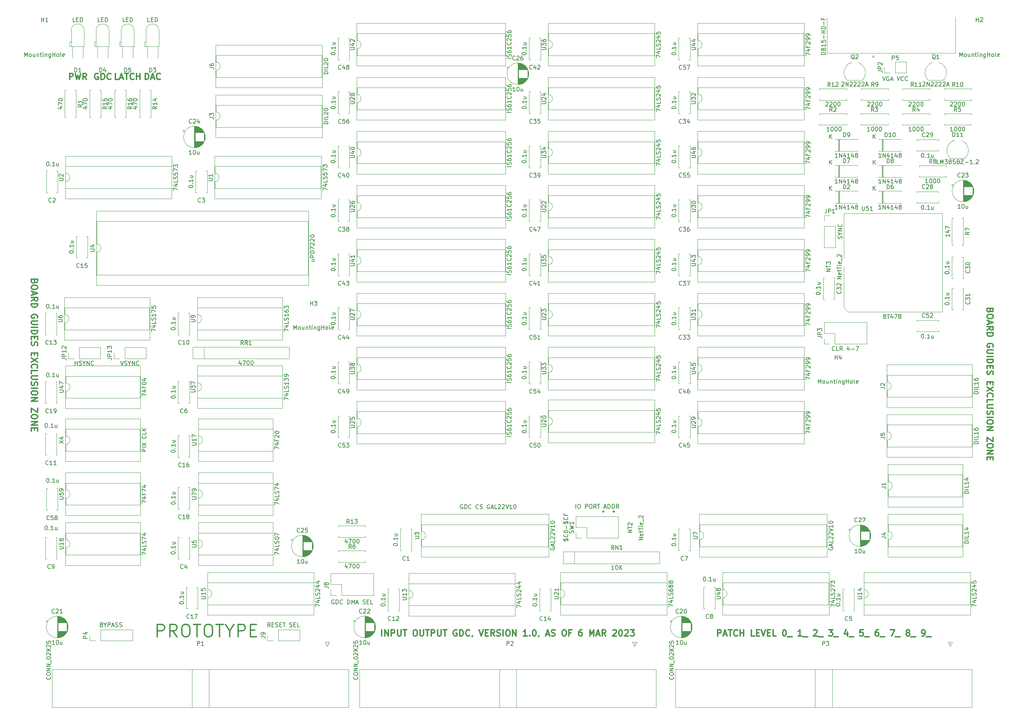
<source format=gbr>
%TF.GenerationSoftware,KiCad,Pcbnew,(6.0.11)*%
%TF.CreationDate,2024-01-15T09:12:29-05:00*%
%TF.ProjectId,input-output.GDC,696e7075-742d-46f7-9574-7075742e4744,rev?*%
%TF.SameCoordinates,Original*%
%TF.FileFunction,Legend,Top*%
%TF.FilePolarity,Positive*%
%FSLAX46Y46*%
G04 Gerber Fmt 4.6, Leading zero omitted, Abs format (unit mm)*
G04 Created by KiCad (PCBNEW (6.0.11)) date 2024-01-15 09:12:29*
%MOMM*%
%LPD*%
G01*
G04 APERTURE LIST*
%ADD10C,0.300000*%
%ADD11C,0.150000*%
%ADD12C,0.120000*%
G04 APERTURE END LIST*
D10*
X267607142Y-140785714D02*
X267535714Y-141000000D01*
X267464285Y-141071428D01*
X267321428Y-141142857D01*
X267107142Y-141142857D01*
X266964285Y-141071428D01*
X266892857Y-141000000D01*
X266821428Y-140857142D01*
X266821428Y-140285714D01*
X268321428Y-140285714D01*
X268321428Y-140785714D01*
X268250000Y-140928571D01*
X268178571Y-141000000D01*
X268035714Y-141071428D01*
X267892857Y-141071428D01*
X267750000Y-141000000D01*
X267678571Y-140928571D01*
X267607142Y-140785714D01*
X267607142Y-140285714D01*
X268321428Y-142071428D02*
X268321428Y-142357142D01*
X268250000Y-142500000D01*
X268107142Y-142642857D01*
X267821428Y-142714285D01*
X267321428Y-142714285D01*
X267035714Y-142642857D01*
X266892857Y-142500000D01*
X266821428Y-142357142D01*
X266821428Y-142071428D01*
X266892857Y-141928571D01*
X267035714Y-141785714D01*
X267321428Y-141714285D01*
X267821428Y-141714285D01*
X268107142Y-141785714D01*
X268250000Y-141928571D01*
X268321428Y-142071428D01*
X267250000Y-143285714D02*
X267250000Y-144000000D01*
X266821428Y-143142857D02*
X268321428Y-143642857D01*
X266821428Y-144142857D01*
X266821428Y-145500000D02*
X267535714Y-145000000D01*
X266821428Y-144642857D02*
X268321428Y-144642857D01*
X268321428Y-145214285D01*
X268250000Y-145357142D01*
X268178571Y-145428571D01*
X268035714Y-145500000D01*
X267821428Y-145500000D01*
X267678571Y-145428571D01*
X267607142Y-145357142D01*
X267535714Y-145214285D01*
X267535714Y-144642857D01*
X266821428Y-146142857D02*
X268321428Y-146142857D01*
X268321428Y-146500000D01*
X268250000Y-146714285D01*
X268107142Y-146857142D01*
X267964285Y-146928571D01*
X267678571Y-147000000D01*
X267464285Y-147000000D01*
X267178571Y-146928571D01*
X267035714Y-146857142D01*
X266892857Y-146714285D01*
X266821428Y-146500000D01*
X266821428Y-146142857D01*
X268250000Y-149571428D02*
X268321428Y-149428571D01*
X268321428Y-149214285D01*
X268250000Y-149000000D01*
X268107142Y-148857142D01*
X267964285Y-148785714D01*
X267678571Y-148714285D01*
X267464285Y-148714285D01*
X267178571Y-148785714D01*
X267035714Y-148857142D01*
X266892857Y-149000000D01*
X266821428Y-149214285D01*
X266821428Y-149357142D01*
X266892857Y-149571428D01*
X266964285Y-149642857D01*
X267464285Y-149642857D01*
X267464285Y-149357142D01*
X268321428Y-150285714D02*
X267107142Y-150285714D01*
X266964285Y-150357142D01*
X266892857Y-150428571D01*
X266821428Y-150571428D01*
X266821428Y-150857142D01*
X266892857Y-151000000D01*
X266964285Y-151071428D01*
X267107142Y-151142857D01*
X268321428Y-151142857D01*
X266821428Y-151857142D02*
X268321428Y-151857142D01*
X266821428Y-152571428D02*
X268321428Y-152571428D01*
X268321428Y-152928571D01*
X268250000Y-153142857D01*
X268107142Y-153285714D01*
X267964285Y-153357142D01*
X267678571Y-153428571D01*
X267464285Y-153428571D01*
X267178571Y-153357142D01*
X267035714Y-153285714D01*
X266892857Y-153142857D01*
X266821428Y-152928571D01*
X266821428Y-152571428D01*
X267607142Y-154071428D02*
X267607142Y-154571428D01*
X266821428Y-154785714D02*
X266821428Y-154071428D01*
X268321428Y-154071428D01*
X268321428Y-154785714D01*
X266892857Y-155357142D02*
X266821428Y-155571428D01*
X266821428Y-155928571D01*
X266892857Y-156071428D01*
X266964285Y-156142857D01*
X267107142Y-156214285D01*
X267250000Y-156214285D01*
X267392857Y-156142857D01*
X267464285Y-156071428D01*
X267535714Y-155928571D01*
X267607142Y-155642857D01*
X267678571Y-155500000D01*
X267750000Y-155428571D01*
X267892857Y-155357142D01*
X268035714Y-155357142D01*
X268178571Y-155428571D01*
X268250000Y-155500000D01*
X268321428Y-155642857D01*
X268321428Y-156000000D01*
X268250000Y-156214285D01*
X267607142Y-158000000D02*
X267607142Y-158500000D01*
X266821428Y-158714285D02*
X266821428Y-158000000D01*
X268321428Y-158000000D01*
X268321428Y-158714285D01*
X268321428Y-159214285D02*
X266821428Y-160214285D01*
X268321428Y-160214285D02*
X266821428Y-159214285D01*
X266964285Y-161642857D02*
X266892857Y-161571428D01*
X266821428Y-161357142D01*
X266821428Y-161214285D01*
X266892857Y-161000000D01*
X267035714Y-160857142D01*
X267178571Y-160785714D01*
X267464285Y-160714285D01*
X267678571Y-160714285D01*
X267964285Y-160785714D01*
X268107142Y-160857142D01*
X268250000Y-161000000D01*
X268321428Y-161214285D01*
X268321428Y-161357142D01*
X268250000Y-161571428D01*
X268178571Y-161642857D01*
X266821428Y-163000000D02*
X266821428Y-162285714D01*
X268321428Y-162285714D01*
X268321428Y-163500000D02*
X267107142Y-163500000D01*
X266964285Y-163571428D01*
X266892857Y-163642857D01*
X266821428Y-163785714D01*
X266821428Y-164071428D01*
X266892857Y-164214285D01*
X266964285Y-164285714D01*
X267107142Y-164357142D01*
X268321428Y-164357142D01*
X266892857Y-165000000D02*
X266821428Y-165214285D01*
X266821428Y-165571428D01*
X266892857Y-165714285D01*
X266964285Y-165785714D01*
X267107142Y-165857142D01*
X267250000Y-165857142D01*
X267392857Y-165785714D01*
X267464285Y-165714285D01*
X267535714Y-165571428D01*
X267607142Y-165285714D01*
X267678571Y-165142857D01*
X267750000Y-165071428D01*
X267892857Y-165000000D01*
X268035714Y-165000000D01*
X268178571Y-165071428D01*
X268250000Y-165142857D01*
X268321428Y-165285714D01*
X268321428Y-165642857D01*
X268250000Y-165857142D01*
X266821428Y-166500000D02*
X268321428Y-166500000D01*
X268321428Y-167500000D02*
X268321428Y-167785714D01*
X268250000Y-167928571D01*
X268107142Y-168071428D01*
X267821428Y-168142857D01*
X267321428Y-168142857D01*
X267035714Y-168071428D01*
X266892857Y-167928571D01*
X266821428Y-167785714D01*
X266821428Y-167500000D01*
X266892857Y-167357142D01*
X267035714Y-167214285D01*
X267321428Y-167142857D01*
X267821428Y-167142857D01*
X268107142Y-167214285D01*
X268250000Y-167357142D01*
X268321428Y-167500000D01*
X266821428Y-168785714D02*
X268321428Y-168785714D01*
X266821428Y-169642857D01*
X268321428Y-169642857D01*
X268321428Y-171357142D02*
X268321428Y-172357142D01*
X266821428Y-171357142D01*
X266821428Y-172357142D01*
X268321428Y-173214285D02*
X268321428Y-173500000D01*
X268250000Y-173642857D01*
X268107142Y-173785714D01*
X267821428Y-173857142D01*
X267321428Y-173857142D01*
X267035714Y-173785714D01*
X266892857Y-173642857D01*
X266821428Y-173500000D01*
X266821428Y-173214285D01*
X266892857Y-173071428D01*
X267035714Y-172928571D01*
X267321428Y-172857142D01*
X267821428Y-172857142D01*
X268107142Y-172928571D01*
X268250000Y-173071428D01*
X268321428Y-173214285D01*
X266821428Y-174500000D02*
X268321428Y-174500000D01*
X266821428Y-175357142D01*
X268321428Y-175357142D01*
X267607142Y-176071428D02*
X267607142Y-176571428D01*
X266821428Y-176785714D02*
X266821428Y-176071428D01*
X268321428Y-176071428D01*
X268321428Y-176785714D01*
X37607142Y-133785714D02*
X37535714Y-134000000D01*
X37464285Y-134071428D01*
X37321428Y-134142857D01*
X37107142Y-134142857D01*
X36964285Y-134071428D01*
X36892857Y-134000000D01*
X36821428Y-133857142D01*
X36821428Y-133285714D01*
X38321428Y-133285714D01*
X38321428Y-133785714D01*
X38250000Y-133928571D01*
X38178571Y-134000000D01*
X38035714Y-134071428D01*
X37892857Y-134071428D01*
X37750000Y-134000000D01*
X37678571Y-133928571D01*
X37607142Y-133785714D01*
X37607142Y-133285714D01*
X38321428Y-135071428D02*
X38321428Y-135357142D01*
X38250000Y-135500000D01*
X38107142Y-135642857D01*
X37821428Y-135714285D01*
X37321428Y-135714285D01*
X37035714Y-135642857D01*
X36892857Y-135500000D01*
X36821428Y-135357142D01*
X36821428Y-135071428D01*
X36892857Y-134928571D01*
X37035714Y-134785714D01*
X37321428Y-134714285D01*
X37821428Y-134714285D01*
X38107142Y-134785714D01*
X38250000Y-134928571D01*
X38321428Y-135071428D01*
X37250000Y-136285714D02*
X37250000Y-137000000D01*
X36821428Y-136142857D02*
X38321428Y-136642857D01*
X36821428Y-137142857D01*
X36821428Y-138500000D02*
X37535714Y-138000000D01*
X36821428Y-137642857D02*
X38321428Y-137642857D01*
X38321428Y-138214285D01*
X38250000Y-138357142D01*
X38178571Y-138428571D01*
X38035714Y-138500000D01*
X37821428Y-138500000D01*
X37678571Y-138428571D01*
X37607142Y-138357142D01*
X37535714Y-138214285D01*
X37535714Y-137642857D01*
X36821428Y-139142857D02*
X38321428Y-139142857D01*
X38321428Y-139500000D01*
X38250000Y-139714285D01*
X38107142Y-139857142D01*
X37964285Y-139928571D01*
X37678571Y-140000000D01*
X37464285Y-140000000D01*
X37178571Y-139928571D01*
X37035714Y-139857142D01*
X36892857Y-139714285D01*
X36821428Y-139500000D01*
X36821428Y-139142857D01*
X38250000Y-142571428D02*
X38321428Y-142428571D01*
X38321428Y-142214285D01*
X38250000Y-142000000D01*
X38107142Y-141857142D01*
X37964285Y-141785714D01*
X37678571Y-141714285D01*
X37464285Y-141714285D01*
X37178571Y-141785714D01*
X37035714Y-141857142D01*
X36892857Y-142000000D01*
X36821428Y-142214285D01*
X36821428Y-142357142D01*
X36892857Y-142571428D01*
X36964285Y-142642857D01*
X37464285Y-142642857D01*
X37464285Y-142357142D01*
X38321428Y-143285714D02*
X37107142Y-143285714D01*
X36964285Y-143357142D01*
X36892857Y-143428571D01*
X36821428Y-143571428D01*
X36821428Y-143857142D01*
X36892857Y-144000000D01*
X36964285Y-144071428D01*
X37107142Y-144142857D01*
X38321428Y-144142857D01*
X36821428Y-144857142D02*
X38321428Y-144857142D01*
X36821428Y-145571428D02*
X38321428Y-145571428D01*
X38321428Y-145928571D01*
X38250000Y-146142857D01*
X38107142Y-146285714D01*
X37964285Y-146357142D01*
X37678571Y-146428571D01*
X37464285Y-146428571D01*
X37178571Y-146357142D01*
X37035714Y-146285714D01*
X36892857Y-146142857D01*
X36821428Y-145928571D01*
X36821428Y-145571428D01*
X37607142Y-147071428D02*
X37607142Y-147571428D01*
X36821428Y-147785714D02*
X36821428Y-147071428D01*
X38321428Y-147071428D01*
X38321428Y-147785714D01*
X36892857Y-148357142D02*
X36821428Y-148571428D01*
X36821428Y-148928571D01*
X36892857Y-149071428D01*
X36964285Y-149142857D01*
X37107142Y-149214285D01*
X37250000Y-149214285D01*
X37392857Y-149142857D01*
X37464285Y-149071428D01*
X37535714Y-148928571D01*
X37607142Y-148642857D01*
X37678571Y-148500000D01*
X37750000Y-148428571D01*
X37892857Y-148357142D01*
X38035714Y-148357142D01*
X38178571Y-148428571D01*
X38250000Y-148500000D01*
X38321428Y-148642857D01*
X38321428Y-149000000D01*
X38250000Y-149214285D01*
X37607142Y-151000000D02*
X37607142Y-151500000D01*
X36821428Y-151714285D02*
X36821428Y-151000000D01*
X38321428Y-151000000D01*
X38321428Y-151714285D01*
X38321428Y-152214285D02*
X36821428Y-153214285D01*
X38321428Y-153214285D02*
X36821428Y-152214285D01*
X36964285Y-154642857D02*
X36892857Y-154571428D01*
X36821428Y-154357142D01*
X36821428Y-154214285D01*
X36892857Y-154000000D01*
X37035714Y-153857142D01*
X37178571Y-153785714D01*
X37464285Y-153714285D01*
X37678571Y-153714285D01*
X37964285Y-153785714D01*
X38107142Y-153857142D01*
X38250000Y-154000000D01*
X38321428Y-154214285D01*
X38321428Y-154357142D01*
X38250000Y-154571428D01*
X38178571Y-154642857D01*
X36821428Y-156000000D02*
X36821428Y-155285714D01*
X38321428Y-155285714D01*
X38321428Y-156500000D02*
X37107142Y-156500000D01*
X36964285Y-156571428D01*
X36892857Y-156642857D01*
X36821428Y-156785714D01*
X36821428Y-157071428D01*
X36892857Y-157214285D01*
X36964285Y-157285714D01*
X37107142Y-157357142D01*
X38321428Y-157357142D01*
X36892857Y-158000000D02*
X36821428Y-158214285D01*
X36821428Y-158571428D01*
X36892857Y-158714285D01*
X36964285Y-158785714D01*
X37107142Y-158857142D01*
X37250000Y-158857142D01*
X37392857Y-158785714D01*
X37464285Y-158714285D01*
X37535714Y-158571428D01*
X37607142Y-158285714D01*
X37678571Y-158142857D01*
X37750000Y-158071428D01*
X37892857Y-158000000D01*
X38035714Y-158000000D01*
X38178571Y-158071428D01*
X38250000Y-158142857D01*
X38321428Y-158285714D01*
X38321428Y-158642857D01*
X38250000Y-158857142D01*
X36821428Y-159500000D02*
X38321428Y-159500000D01*
X38321428Y-160500000D02*
X38321428Y-160785714D01*
X38250000Y-160928571D01*
X38107142Y-161071428D01*
X37821428Y-161142857D01*
X37321428Y-161142857D01*
X37035714Y-161071428D01*
X36892857Y-160928571D01*
X36821428Y-160785714D01*
X36821428Y-160500000D01*
X36892857Y-160357142D01*
X37035714Y-160214285D01*
X37321428Y-160142857D01*
X37821428Y-160142857D01*
X38107142Y-160214285D01*
X38250000Y-160357142D01*
X38321428Y-160500000D01*
X36821428Y-161785714D02*
X38321428Y-161785714D01*
X36821428Y-162642857D01*
X38321428Y-162642857D01*
X38321428Y-164357142D02*
X38321428Y-165357142D01*
X36821428Y-164357142D01*
X36821428Y-165357142D01*
X38321428Y-166214285D02*
X38321428Y-166500000D01*
X38250000Y-166642857D01*
X38107142Y-166785714D01*
X37821428Y-166857142D01*
X37321428Y-166857142D01*
X37035714Y-166785714D01*
X36892857Y-166642857D01*
X36821428Y-166500000D01*
X36821428Y-166214285D01*
X36892857Y-166071428D01*
X37035714Y-165928571D01*
X37321428Y-165857142D01*
X37821428Y-165857142D01*
X38107142Y-165928571D01*
X38250000Y-166071428D01*
X38321428Y-166214285D01*
X36821428Y-167500000D02*
X38321428Y-167500000D01*
X36821428Y-168357142D01*
X38321428Y-168357142D01*
X37607142Y-169071428D02*
X37607142Y-169571428D01*
X36821428Y-169785714D02*
X36821428Y-169071428D01*
X38321428Y-169071428D01*
X38321428Y-169785714D01*
D11*
X174500000Y-188952380D02*
X174500000Y-189190476D01*
X174261904Y-189095238D02*
X174500000Y-189190476D01*
X174738095Y-189095238D01*
X174357142Y-189380952D02*
X174500000Y-189190476D01*
X174642857Y-189380952D01*
D10*
X121142857Y-219178571D02*
X121142857Y-217678571D01*
X121857142Y-219178571D02*
X121857142Y-217678571D01*
X122714285Y-219178571D01*
X122714285Y-217678571D01*
X123428571Y-219178571D02*
X123428571Y-217678571D01*
X124000000Y-217678571D01*
X124142857Y-217750000D01*
X124214285Y-217821428D01*
X124285714Y-217964285D01*
X124285714Y-218178571D01*
X124214285Y-218321428D01*
X124142857Y-218392857D01*
X124000000Y-218464285D01*
X123428571Y-218464285D01*
X124928571Y-217678571D02*
X124928571Y-218892857D01*
X125000000Y-219035714D01*
X125071428Y-219107142D01*
X125214285Y-219178571D01*
X125500000Y-219178571D01*
X125642857Y-219107142D01*
X125714285Y-219035714D01*
X125785714Y-218892857D01*
X125785714Y-217678571D01*
X126285714Y-217678571D02*
X127142857Y-217678571D01*
X126714285Y-219178571D02*
X126714285Y-217678571D01*
X129071428Y-217678571D02*
X129357142Y-217678571D01*
X129500000Y-217750000D01*
X129642857Y-217892857D01*
X129714285Y-218178571D01*
X129714285Y-218678571D01*
X129642857Y-218964285D01*
X129500000Y-219107142D01*
X129357142Y-219178571D01*
X129071428Y-219178571D01*
X128928571Y-219107142D01*
X128785714Y-218964285D01*
X128714285Y-218678571D01*
X128714285Y-218178571D01*
X128785714Y-217892857D01*
X128928571Y-217750000D01*
X129071428Y-217678571D01*
X130357142Y-217678571D02*
X130357142Y-218892857D01*
X130428571Y-219035714D01*
X130500000Y-219107142D01*
X130642857Y-219178571D01*
X130928571Y-219178571D01*
X131071428Y-219107142D01*
X131142857Y-219035714D01*
X131214285Y-218892857D01*
X131214285Y-217678571D01*
X131714285Y-217678571D02*
X132571428Y-217678571D01*
X132142857Y-219178571D02*
X132142857Y-217678571D01*
X133071428Y-219178571D02*
X133071428Y-217678571D01*
X133642857Y-217678571D01*
X133785714Y-217750000D01*
X133857142Y-217821428D01*
X133928571Y-217964285D01*
X133928571Y-218178571D01*
X133857142Y-218321428D01*
X133785714Y-218392857D01*
X133642857Y-218464285D01*
X133071428Y-218464285D01*
X134571428Y-217678571D02*
X134571428Y-218892857D01*
X134642857Y-219035714D01*
X134714285Y-219107142D01*
X134857142Y-219178571D01*
X135142857Y-219178571D01*
X135285714Y-219107142D01*
X135357142Y-219035714D01*
X135428571Y-218892857D01*
X135428571Y-217678571D01*
X135928571Y-217678571D02*
X136785714Y-217678571D01*
X136357142Y-219178571D02*
X136357142Y-217678571D01*
X139214285Y-217750000D02*
X139071428Y-217678571D01*
X138857142Y-217678571D01*
X138642857Y-217750000D01*
X138500000Y-217892857D01*
X138428571Y-218035714D01*
X138357142Y-218321428D01*
X138357142Y-218535714D01*
X138428571Y-218821428D01*
X138500000Y-218964285D01*
X138642857Y-219107142D01*
X138857142Y-219178571D01*
X139000000Y-219178571D01*
X139214285Y-219107142D01*
X139285714Y-219035714D01*
X139285714Y-218535714D01*
X139000000Y-218535714D01*
X139928571Y-219178571D02*
X139928571Y-217678571D01*
X140285714Y-217678571D01*
X140500000Y-217750000D01*
X140642857Y-217892857D01*
X140714285Y-218035714D01*
X140785714Y-218321428D01*
X140785714Y-218535714D01*
X140714285Y-218821428D01*
X140642857Y-218964285D01*
X140500000Y-219107142D01*
X140285714Y-219178571D01*
X139928571Y-219178571D01*
X142285714Y-219035714D02*
X142214285Y-219107142D01*
X142000000Y-219178571D01*
X141857142Y-219178571D01*
X141642857Y-219107142D01*
X141500000Y-218964285D01*
X141428571Y-218821428D01*
X141357142Y-218535714D01*
X141357142Y-218321428D01*
X141428571Y-218035714D01*
X141500000Y-217892857D01*
X141642857Y-217750000D01*
X141857142Y-217678571D01*
X142000000Y-217678571D01*
X142214285Y-217750000D01*
X142285714Y-217821428D01*
X143000000Y-219107142D02*
X143000000Y-219178571D01*
X142928571Y-219321428D01*
X142857142Y-219392857D01*
X144571428Y-217678571D02*
X145071428Y-219178571D01*
X145571428Y-217678571D01*
X146071428Y-218392857D02*
X146571428Y-218392857D01*
X146785714Y-219178571D02*
X146071428Y-219178571D01*
X146071428Y-217678571D01*
X146785714Y-217678571D01*
X148285714Y-219178571D02*
X147785714Y-218464285D01*
X147428571Y-219178571D02*
X147428571Y-217678571D01*
X148000000Y-217678571D01*
X148142857Y-217750000D01*
X148214285Y-217821428D01*
X148285714Y-217964285D01*
X148285714Y-218178571D01*
X148214285Y-218321428D01*
X148142857Y-218392857D01*
X148000000Y-218464285D01*
X147428571Y-218464285D01*
X148857142Y-219107142D02*
X149071428Y-219178571D01*
X149428571Y-219178571D01*
X149571428Y-219107142D01*
X149642857Y-219035714D01*
X149714285Y-218892857D01*
X149714285Y-218750000D01*
X149642857Y-218607142D01*
X149571428Y-218535714D01*
X149428571Y-218464285D01*
X149142857Y-218392857D01*
X149000000Y-218321428D01*
X148928571Y-218250000D01*
X148857142Y-218107142D01*
X148857142Y-217964285D01*
X148928571Y-217821428D01*
X149000000Y-217750000D01*
X149142857Y-217678571D01*
X149500000Y-217678571D01*
X149714285Y-217750000D01*
X150357142Y-219178571D02*
X150357142Y-217678571D01*
X151357142Y-217678571D02*
X151642857Y-217678571D01*
X151785714Y-217750000D01*
X151928571Y-217892857D01*
X152000000Y-218178571D01*
X152000000Y-218678571D01*
X151928571Y-218964285D01*
X151785714Y-219107142D01*
X151642857Y-219178571D01*
X151357142Y-219178571D01*
X151214285Y-219107142D01*
X151071428Y-218964285D01*
X151000000Y-218678571D01*
X151000000Y-218178571D01*
X151071428Y-217892857D01*
X151214285Y-217750000D01*
X151357142Y-217678571D01*
X152642857Y-219178571D02*
X152642857Y-217678571D01*
X153500000Y-219178571D01*
X153500000Y-217678571D01*
X156142857Y-219178571D02*
X155285714Y-219178571D01*
X155714285Y-219178571D02*
X155714285Y-217678571D01*
X155571428Y-217892857D01*
X155428571Y-218035714D01*
X155285714Y-218107142D01*
X156785714Y-219035714D02*
X156857142Y-219107142D01*
X156785714Y-219178571D01*
X156714285Y-219107142D01*
X156785714Y-219035714D01*
X156785714Y-219178571D01*
X157785714Y-217678571D02*
X157928571Y-217678571D01*
X158071428Y-217750000D01*
X158142857Y-217821428D01*
X158214285Y-217964285D01*
X158285714Y-218250000D01*
X158285714Y-218607142D01*
X158214285Y-218892857D01*
X158142857Y-219035714D01*
X158071428Y-219107142D01*
X157928571Y-219178571D01*
X157785714Y-219178571D01*
X157642857Y-219107142D01*
X157571428Y-219035714D01*
X157500000Y-218892857D01*
X157428571Y-218607142D01*
X157428571Y-218250000D01*
X157500000Y-217964285D01*
X157571428Y-217821428D01*
X157642857Y-217750000D01*
X157785714Y-217678571D01*
X159000000Y-219107142D02*
X159000000Y-219178571D01*
X158928571Y-219321428D01*
X158857142Y-219392857D01*
X160714285Y-218750000D02*
X161428571Y-218750000D01*
X160571428Y-219178571D02*
X161071428Y-217678571D01*
X161571428Y-219178571D01*
X162000000Y-219107142D02*
X162214285Y-219178571D01*
X162571428Y-219178571D01*
X162714285Y-219107142D01*
X162785714Y-219035714D01*
X162857142Y-218892857D01*
X162857142Y-218750000D01*
X162785714Y-218607142D01*
X162714285Y-218535714D01*
X162571428Y-218464285D01*
X162285714Y-218392857D01*
X162142857Y-218321428D01*
X162071428Y-218250000D01*
X162000000Y-218107142D01*
X162000000Y-217964285D01*
X162071428Y-217821428D01*
X162142857Y-217750000D01*
X162285714Y-217678571D01*
X162642857Y-217678571D01*
X162857142Y-217750000D01*
X164928571Y-217678571D02*
X165214285Y-217678571D01*
X165357142Y-217750000D01*
X165500000Y-217892857D01*
X165571428Y-218178571D01*
X165571428Y-218678571D01*
X165500000Y-218964285D01*
X165357142Y-219107142D01*
X165214285Y-219178571D01*
X164928571Y-219178571D01*
X164785714Y-219107142D01*
X164642857Y-218964285D01*
X164571428Y-218678571D01*
X164571428Y-218178571D01*
X164642857Y-217892857D01*
X164785714Y-217750000D01*
X164928571Y-217678571D01*
X166714285Y-218392857D02*
X166214285Y-218392857D01*
X166214285Y-219178571D02*
X166214285Y-217678571D01*
X166928571Y-217678571D01*
X169285714Y-217678571D02*
X169000000Y-217678571D01*
X168857142Y-217750000D01*
X168785714Y-217821428D01*
X168642857Y-218035714D01*
X168571428Y-218321428D01*
X168571428Y-218892857D01*
X168642857Y-219035714D01*
X168714285Y-219107142D01*
X168857142Y-219178571D01*
X169142857Y-219178571D01*
X169285714Y-219107142D01*
X169357142Y-219035714D01*
X169428571Y-218892857D01*
X169428571Y-218535714D01*
X169357142Y-218392857D01*
X169285714Y-218321428D01*
X169142857Y-218250000D01*
X168857142Y-218250000D01*
X168714285Y-218321428D01*
X168642857Y-218392857D01*
X168571428Y-218535714D01*
X171214285Y-219178571D02*
X171214285Y-217678571D01*
X171714285Y-218750000D01*
X172214285Y-217678571D01*
X172214285Y-219178571D01*
X172857142Y-218750000D02*
X173571428Y-218750000D01*
X172714285Y-219178571D02*
X173214285Y-217678571D01*
X173714285Y-219178571D01*
X175071428Y-219178571D02*
X174571428Y-218464285D01*
X174214285Y-219178571D02*
X174214285Y-217678571D01*
X174785714Y-217678571D01*
X174928571Y-217750000D01*
X175000000Y-217821428D01*
X175071428Y-217964285D01*
X175071428Y-218178571D01*
X175000000Y-218321428D01*
X174928571Y-218392857D01*
X174785714Y-218464285D01*
X174214285Y-218464285D01*
X176785714Y-217821428D02*
X176857142Y-217750000D01*
X177000000Y-217678571D01*
X177357142Y-217678571D01*
X177500000Y-217750000D01*
X177571428Y-217821428D01*
X177642857Y-217964285D01*
X177642857Y-218107142D01*
X177571428Y-218321428D01*
X176714285Y-219178571D01*
X177642857Y-219178571D01*
X178571428Y-217678571D02*
X178714285Y-217678571D01*
X178857142Y-217750000D01*
X178928571Y-217821428D01*
X179000000Y-217964285D01*
X179071428Y-218250000D01*
X179071428Y-218607142D01*
X179000000Y-218892857D01*
X178928571Y-219035714D01*
X178857142Y-219107142D01*
X178714285Y-219178571D01*
X178571428Y-219178571D01*
X178428571Y-219107142D01*
X178357142Y-219035714D01*
X178285714Y-218892857D01*
X178214285Y-218607142D01*
X178214285Y-218250000D01*
X178285714Y-217964285D01*
X178357142Y-217821428D01*
X178428571Y-217750000D01*
X178571428Y-217678571D01*
X179642857Y-217821428D02*
X179714285Y-217750000D01*
X179857142Y-217678571D01*
X180214285Y-217678571D01*
X180357142Y-217750000D01*
X180428571Y-217821428D01*
X180500000Y-217964285D01*
X180500000Y-218107142D01*
X180428571Y-218321428D01*
X179571428Y-219178571D01*
X180500000Y-219178571D01*
X181000000Y-217678571D02*
X181928571Y-217678571D01*
X181428571Y-218250000D01*
X181642857Y-218250000D01*
X181785714Y-218321428D01*
X181857142Y-218392857D01*
X181928571Y-218535714D01*
X181928571Y-218892857D01*
X181857142Y-219035714D01*
X181785714Y-219107142D01*
X181642857Y-219178571D01*
X181214285Y-219178571D01*
X181071428Y-219107142D01*
X181000000Y-219035714D01*
X57714285Y-85178571D02*
X57000000Y-85178571D01*
X57000000Y-83678571D01*
X58142857Y-84750000D02*
X58857142Y-84750000D01*
X58000000Y-85178571D02*
X58500000Y-83678571D01*
X59000000Y-85178571D01*
X59285714Y-83678571D02*
X60142857Y-83678571D01*
X59714285Y-85178571D02*
X59714285Y-83678571D01*
X61500000Y-85035714D02*
X61428571Y-85107142D01*
X61214285Y-85178571D01*
X61071428Y-85178571D01*
X60857142Y-85107142D01*
X60714285Y-84964285D01*
X60642857Y-84821428D01*
X60571428Y-84535714D01*
X60571428Y-84321428D01*
X60642857Y-84035714D01*
X60714285Y-83892857D01*
X60857142Y-83750000D01*
X61071428Y-83678571D01*
X61214285Y-83678571D01*
X61428571Y-83750000D01*
X61500000Y-83821428D01*
X62142857Y-85178571D02*
X62142857Y-83678571D01*
X62142857Y-84392857D02*
X63000000Y-84392857D01*
X63000000Y-85178571D02*
X63000000Y-83678571D01*
X64214285Y-85178571D02*
X64214285Y-83678571D01*
X64571428Y-83678571D01*
X64785714Y-83750000D01*
X64928571Y-83892857D01*
X65000000Y-84035714D01*
X65071428Y-84321428D01*
X65071428Y-84535714D01*
X65000000Y-84821428D01*
X64928571Y-84964285D01*
X64785714Y-85107142D01*
X64571428Y-85178571D01*
X64214285Y-85178571D01*
X65642857Y-84750000D02*
X66357142Y-84750000D01*
X65500000Y-85178571D02*
X66000000Y-83678571D01*
X66500000Y-85178571D01*
X67857142Y-85035714D02*
X67785714Y-85107142D01*
X67571428Y-85178571D01*
X67428571Y-85178571D01*
X67214285Y-85107142D01*
X67071428Y-84964285D01*
X67000000Y-84821428D01*
X66928571Y-84535714D01*
X66928571Y-84321428D01*
X67000000Y-84035714D01*
X67071428Y-83892857D01*
X67214285Y-83750000D01*
X67428571Y-83678571D01*
X67571428Y-83678571D01*
X67785714Y-83750000D01*
X67857142Y-83821428D01*
X67142857Y-219357142D02*
X67142857Y-216357142D01*
X68285714Y-216357142D01*
X68571428Y-216500000D01*
X68714285Y-216642857D01*
X68857142Y-216928571D01*
X68857142Y-217357142D01*
X68714285Y-217642857D01*
X68571428Y-217785714D01*
X68285714Y-217928571D01*
X67142857Y-217928571D01*
X71857142Y-219357142D02*
X70857142Y-217928571D01*
X70142857Y-219357142D02*
X70142857Y-216357142D01*
X71285714Y-216357142D01*
X71571428Y-216500000D01*
X71714285Y-216642857D01*
X71857142Y-216928571D01*
X71857142Y-217357142D01*
X71714285Y-217642857D01*
X71571428Y-217785714D01*
X71285714Y-217928571D01*
X70142857Y-217928571D01*
X73714285Y-216357142D02*
X74285714Y-216357142D01*
X74571428Y-216500000D01*
X74857142Y-216785714D01*
X75000000Y-217357142D01*
X75000000Y-218357142D01*
X74857142Y-218928571D01*
X74571428Y-219214285D01*
X74285714Y-219357142D01*
X73714285Y-219357142D01*
X73428571Y-219214285D01*
X73142857Y-218928571D01*
X73000000Y-218357142D01*
X73000000Y-217357142D01*
X73142857Y-216785714D01*
X73428571Y-216500000D01*
X73714285Y-216357142D01*
X75857142Y-216357142D02*
X77571428Y-216357142D01*
X76714285Y-219357142D02*
X76714285Y-216357142D01*
X79142857Y-216357142D02*
X79714285Y-216357142D01*
X80000000Y-216500000D01*
X80285714Y-216785714D01*
X80428571Y-217357142D01*
X80428571Y-218357142D01*
X80285714Y-218928571D01*
X80000000Y-219214285D01*
X79714285Y-219357142D01*
X79142857Y-219357142D01*
X78857142Y-219214285D01*
X78571428Y-218928571D01*
X78428571Y-218357142D01*
X78428571Y-217357142D01*
X78571428Y-216785714D01*
X78857142Y-216500000D01*
X79142857Y-216357142D01*
X81285714Y-216357142D02*
X83000000Y-216357142D01*
X82142857Y-219357142D02*
X82142857Y-216357142D01*
X84571428Y-217928571D02*
X84571428Y-219357142D01*
X83571428Y-216357142D02*
X84571428Y-217928571D01*
X85571428Y-216357142D01*
X86571428Y-219357142D02*
X86571428Y-216357142D01*
X87714285Y-216357142D01*
X88000000Y-216500000D01*
X88142857Y-216642857D01*
X88285714Y-216928571D01*
X88285714Y-217357142D01*
X88142857Y-217642857D01*
X88000000Y-217785714D01*
X87714285Y-217928571D01*
X86571428Y-217928571D01*
X89571428Y-217785714D02*
X90571428Y-217785714D01*
X91000000Y-219357142D02*
X89571428Y-219357142D01*
X89571428Y-216357142D01*
X91000000Y-216357142D01*
X46000000Y-85178571D02*
X46000000Y-83678571D01*
X46571428Y-83678571D01*
X46714285Y-83750000D01*
X46785714Y-83821428D01*
X46857142Y-83964285D01*
X46857142Y-84178571D01*
X46785714Y-84321428D01*
X46714285Y-84392857D01*
X46571428Y-84464285D01*
X46000000Y-84464285D01*
X47357142Y-83678571D02*
X47714285Y-85178571D01*
X48000000Y-84107142D01*
X48285714Y-85178571D01*
X48642857Y-83678571D01*
X50071428Y-85178571D02*
X49571428Y-84464285D01*
X49214285Y-85178571D02*
X49214285Y-83678571D01*
X49785714Y-83678571D01*
X49928571Y-83750000D01*
X50000000Y-83821428D01*
X50071428Y-83964285D01*
X50071428Y-84178571D01*
X50000000Y-84321428D01*
X49928571Y-84392857D01*
X49785714Y-84464285D01*
X49214285Y-84464285D01*
D11*
X177000000Y-188952380D02*
X177000000Y-189190476D01*
X176761904Y-189095238D02*
X177000000Y-189190476D01*
X177238095Y-189095238D01*
X176857142Y-189380952D02*
X177000000Y-189190476D01*
X177142857Y-189380952D01*
D10*
X202000000Y-219178571D02*
X202000000Y-217678571D01*
X202571428Y-217678571D01*
X202714285Y-217750000D01*
X202785714Y-217821428D01*
X202857142Y-217964285D01*
X202857142Y-218178571D01*
X202785714Y-218321428D01*
X202714285Y-218392857D01*
X202571428Y-218464285D01*
X202000000Y-218464285D01*
X203428571Y-218750000D02*
X204142857Y-218750000D01*
X203285714Y-219178571D02*
X203785714Y-217678571D01*
X204285714Y-219178571D01*
X204571428Y-217678571D02*
X205428571Y-217678571D01*
X205000000Y-219178571D02*
X205000000Y-217678571D01*
X206785714Y-219035714D02*
X206714285Y-219107142D01*
X206500000Y-219178571D01*
X206357142Y-219178571D01*
X206142857Y-219107142D01*
X206000000Y-218964285D01*
X205928571Y-218821428D01*
X205857142Y-218535714D01*
X205857142Y-218321428D01*
X205928571Y-218035714D01*
X206000000Y-217892857D01*
X206142857Y-217750000D01*
X206357142Y-217678571D01*
X206500000Y-217678571D01*
X206714285Y-217750000D01*
X206785714Y-217821428D01*
X207428571Y-219178571D02*
X207428571Y-217678571D01*
X207428571Y-218392857D02*
X208285714Y-218392857D01*
X208285714Y-219178571D02*
X208285714Y-217678571D01*
X210857142Y-219178571D02*
X210142857Y-219178571D01*
X210142857Y-217678571D01*
X211357142Y-218392857D02*
X211857142Y-218392857D01*
X212071428Y-219178571D02*
X211357142Y-219178571D01*
X211357142Y-217678571D01*
X212071428Y-217678571D01*
X212500000Y-217678571D02*
X213000000Y-219178571D01*
X213500000Y-217678571D01*
X214000000Y-218392857D02*
X214500000Y-218392857D01*
X214714285Y-219178571D02*
X214000000Y-219178571D01*
X214000000Y-217678571D01*
X214714285Y-217678571D01*
X216071428Y-219178571D02*
X215357142Y-219178571D01*
X215357142Y-217678571D01*
X218000000Y-217678571D02*
X218142857Y-217678571D01*
X218285714Y-217750000D01*
X218357142Y-217821428D01*
X218428571Y-217964285D01*
X218500000Y-218250000D01*
X218500000Y-218607142D01*
X218428571Y-218892857D01*
X218357142Y-219035714D01*
X218285714Y-219107142D01*
X218142857Y-219178571D01*
X218000000Y-219178571D01*
X217857142Y-219107142D01*
X217785714Y-219035714D01*
X217714285Y-218892857D01*
X217642857Y-218607142D01*
X217642857Y-218250000D01*
X217714285Y-217964285D01*
X217785714Y-217821428D01*
X217857142Y-217750000D01*
X218000000Y-217678571D01*
X218785714Y-219321428D02*
X219928571Y-219321428D01*
X222214285Y-219178571D02*
X221357142Y-219178571D01*
X221785714Y-219178571D02*
X221785714Y-217678571D01*
X221642857Y-217892857D01*
X221500000Y-218035714D01*
X221357142Y-218107142D01*
X222500000Y-219321428D02*
X223642857Y-219321428D01*
X225071428Y-217821428D02*
X225142857Y-217750000D01*
X225285714Y-217678571D01*
X225642857Y-217678571D01*
X225785714Y-217750000D01*
X225857142Y-217821428D01*
X225928571Y-217964285D01*
X225928571Y-218107142D01*
X225857142Y-218321428D01*
X225000000Y-219178571D01*
X225928571Y-219178571D01*
X226214285Y-219321428D02*
X227357142Y-219321428D01*
X228714285Y-217678571D02*
X229642857Y-217678571D01*
X229142857Y-218250000D01*
X229357142Y-218250000D01*
X229500000Y-218321428D01*
X229571428Y-218392857D01*
X229642857Y-218535714D01*
X229642857Y-218892857D01*
X229571428Y-219035714D01*
X229500000Y-219107142D01*
X229357142Y-219178571D01*
X228928571Y-219178571D01*
X228785714Y-219107142D01*
X228714285Y-219035714D01*
X229928571Y-219321428D02*
X231071428Y-219321428D01*
X233214285Y-218178571D02*
X233214285Y-219178571D01*
X232857142Y-217607142D02*
X232500000Y-218678571D01*
X233428571Y-218678571D01*
X233642857Y-219321428D02*
X234785714Y-219321428D01*
X237000000Y-217678571D02*
X236285714Y-217678571D01*
X236214285Y-218392857D01*
X236285714Y-218321428D01*
X236428571Y-218250000D01*
X236785714Y-218250000D01*
X236928571Y-218321428D01*
X237000000Y-218392857D01*
X237071428Y-218535714D01*
X237071428Y-218892857D01*
X237000000Y-219035714D01*
X236928571Y-219107142D01*
X236785714Y-219178571D01*
X236428571Y-219178571D01*
X236285714Y-219107142D01*
X236214285Y-219035714D01*
X237357142Y-219321428D02*
X238499999Y-219321428D01*
X240642857Y-217678571D02*
X240357142Y-217678571D01*
X240214285Y-217750000D01*
X240142857Y-217821428D01*
X239999999Y-218035714D01*
X239928571Y-218321428D01*
X239928571Y-218892857D01*
X239999999Y-219035714D01*
X240071428Y-219107142D01*
X240214285Y-219178571D01*
X240499999Y-219178571D01*
X240642857Y-219107142D01*
X240714285Y-219035714D01*
X240785714Y-218892857D01*
X240785714Y-218535714D01*
X240714285Y-218392857D01*
X240642857Y-218321428D01*
X240499999Y-218250000D01*
X240214285Y-218250000D01*
X240071428Y-218321428D01*
X239999999Y-218392857D01*
X239928571Y-218535714D01*
X241071428Y-219321428D02*
X242214285Y-219321428D01*
X243571428Y-217678571D02*
X244571428Y-217678571D01*
X243928571Y-219178571D01*
X244785714Y-219321428D02*
X245928571Y-219321428D01*
X247642857Y-218321428D02*
X247499999Y-218250000D01*
X247428571Y-218178571D01*
X247357142Y-218035714D01*
X247357142Y-217964285D01*
X247428571Y-217821428D01*
X247499999Y-217750000D01*
X247642857Y-217678571D01*
X247928571Y-217678571D01*
X248071428Y-217750000D01*
X248142857Y-217821428D01*
X248214285Y-217964285D01*
X248214285Y-218035714D01*
X248142857Y-218178571D01*
X248071428Y-218250000D01*
X247928571Y-218321428D01*
X247642857Y-218321428D01*
X247499999Y-218392857D01*
X247428571Y-218464285D01*
X247357142Y-218607142D01*
X247357142Y-218892857D01*
X247428571Y-219035714D01*
X247499999Y-219107142D01*
X247642857Y-219178571D01*
X247928571Y-219178571D01*
X248071428Y-219107142D01*
X248142857Y-219035714D01*
X248214285Y-218892857D01*
X248214285Y-218607142D01*
X248142857Y-218464285D01*
X248071428Y-218392857D01*
X247928571Y-218321428D01*
X248499999Y-219321428D02*
X249642857Y-219321428D01*
X251214285Y-219178571D02*
X251499999Y-219178571D01*
X251642857Y-219107142D01*
X251714285Y-219035714D01*
X251857142Y-218821428D01*
X251928571Y-218535714D01*
X251928571Y-217964285D01*
X251857142Y-217821428D01*
X251785714Y-217750000D01*
X251642857Y-217678571D01*
X251357142Y-217678571D01*
X251214285Y-217750000D01*
X251142857Y-217821428D01*
X251071428Y-217964285D01*
X251071428Y-218321428D01*
X251142857Y-218464285D01*
X251214285Y-218535714D01*
X251357142Y-218607142D01*
X251642857Y-218607142D01*
X251785714Y-218535714D01*
X251857142Y-218464285D01*
X251928571Y-218321428D01*
X252214285Y-219321428D02*
X253357142Y-219321428D01*
X52892857Y-83750000D02*
X52750000Y-83678571D01*
X52535714Y-83678571D01*
X52321428Y-83750000D01*
X52178571Y-83892857D01*
X52107142Y-84035714D01*
X52035714Y-84321428D01*
X52035714Y-84535714D01*
X52107142Y-84821428D01*
X52178571Y-84964285D01*
X52321428Y-85107142D01*
X52535714Y-85178571D01*
X52678571Y-85178571D01*
X52892857Y-85107142D01*
X52964285Y-85035714D01*
X52964285Y-84535714D01*
X52678571Y-84535714D01*
X53607142Y-85178571D02*
X53607142Y-83678571D01*
X53964285Y-83678571D01*
X54178571Y-83750000D01*
X54321428Y-83892857D01*
X54392857Y-84035714D01*
X54464285Y-84321428D01*
X54464285Y-84535714D01*
X54392857Y-84821428D01*
X54321428Y-84964285D01*
X54178571Y-85107142D01*
X53964285Y-85178571D01*
X53607142Y-85178571D01*
X55964285Y-85035714D02*
X55892857Y-85107142D01*
X55678571Y-85178571D01*
X55535714Y-85178571D01*
X55321428Y-85107142D01*
X55178571Y-84964285D01*
X55107142Y-84821428D01*
X55035714Y-84535714D01*
X55035714Y-84321428D01*
X55107142Y-84035714D01*
X55178571Y-83892857D01*
X55321428Y-83750000D01*
X55535714Y-83678571D01*
X55678571Y-83678571D01*
X55892857Y-83750000D01*
X55964285Y-83821428D01*
D11*
X165904761Y-196285714D02*
X165952380Y-196142857D01*
X165952380Y-195904761D01*
X165904761Y-195809523D01*
X165857142Y-195761904D01*
X165761904Y-195714285D01*
X165666666Y-195714285D01*
X165571428Y-195761904D01*
X165523809Y-195809523D01*
X165476190Y-195904761D01*
X165428571Y-196095238D01*
X165380952Y-196190476D01*
X165333333Y-196238095D01*
X165238095Y-196285714D01*
X165142857Y-196285714D01*
X165047619Y-196238095D01*
X165000000Y-196190476D01*
X164952380Y-196095238D01*
X164952380Y-195857142D01*
X165000000Y-195714285D01*
X164809523Y-196000000D02*
X166095238Y-196000000D01*
X165857142Y-194714285D02*
X165904761Y-194761904D01*
X165952380Y-194904761D01*
X165952380Y-195000000D01*
X165904761Y-195142857D01*
X165809523Y-195238095D01*
X165714285Y-195285714D01*
X165523809Y-195333333D01*
X165380952Y-195333333D01*
X165190476Y-195285714D01*
X165095238Y-195238095D01*
X165000000Y-195142857D01*
X164952380Y-195000000D01*
X164952380Y-194904761D01*
X165000000Y-194761904D01*
X165047619Y-194714285D01*
X164952380Y-194095238D02*
X164952380Y-194000000D01*
X165000000Y-193904761D01*
X165047619Y-193857142D01*
X165142857Y-193809523D01*
X165333333Y-193761904D01*
X165571428Y-193761904D01*
X165761904Y-193809523D01*
X165857142Y-193857142D01*
X165904761Y-193904761D01*
X165952380Y-194000000D01*
X165952380Y-194095238D01*
X165904761Y-194190476D01*
X165857142Y-194238095D01*
X165761904Y-194285714D01*
X165571428Y-194333333D01*
X165333333Y-194333333D01*
X165142857Y-194285714D01*
X165047619Y-194238095D01*
X165000000Y-194190476D01*
X164952380Y-194095238D01*
X165571428Y-193333333D02*
X165571428Y-192571428D01*
X165904761Y-192142857D02*
X165952380Y-192000000D01*
X165952380Y-191761904D01*
X165904761Y-191666666D01*
X165857142Y-191619047D01*
X165761904Y-191571428D01*
X165666666Y-191571428D01*
X165571428Y-191619047D01*
X165523809Y-191666666D01*
X165476190Y-191761904D01*
X165428571Y-191952380D01*
X165380952Y-192047619D01*
X165333333Y-192095238D01*
X165238095Y-192142857D01*
X165142857Y-192142857D01*
X165047619Y-192095238D01*
X165000000Y-192047619D01*
X164952380Y-191952380D01*
X164952380Y-191714285D01*
X165000000Y-191571428D01*
X164809523Y-191857142D02*
X166095238Y-191857142D01*
X165857142Y-190571428D02*
X165904761Y-190619047D01*
X165952380Y-190761904D01*
X165952380Y-190857142D01*
X165904761Y-191000000D01*
X165809523Y-191095238D01*
X165714285Y-191142857D01*
X165523809Y-191190476D01*
X165380952Y-191190476D01*
X165190476Y-191142857D01*
X165095238Y-191095238D01*
X165000000Y-191000000D01*
X164952380Y-190857142D01*
X164952380Y-190761904D01*
X165000000Y-190619047D01*
X165047619Y-190571428D01*
X165428571Y-189809523D02*
X165428571Y-190142857D01*
X165952380Y-190142857D02*
X164952380Y-190142857D01*
X164952380Y-189666666D01*
X140617142Y-187590000D02*
X140521904Y-187542380D01*
X140379047Y-187542380D01*
X140236190Y-187590000D01*
X140140952Y-187685238D01*
X140093333Y-187780476D01*
X140045714Y-187970952D01*
X140045714Y-188113809D01*
X140093333Y-188304285D01*
X140140952Y-188399523D01*
X140236190Y-188494761D01*
X140379047Y-188542380D01*
X140474285Y-188542380D01*
X140617142Y-188494761D01*
X140664761Y-188447142D01*
X140664761Y-188113809D01*
X140474285Y-188113809D01*
X141093333Y-188542380D02*
X141093333Y-187542380D01*
X141331428Y-187542380D01*
X141474285Y-187590000D01*
X141569523Y-187685238D01*
X141617142Y-187780476D01*
X141664761Y-187970952D01*
X141664761Y-188113809D01*
X141617142Y-188304285D01*
X141569523Y-188399523D01*
X141474285Y-188494761D01*
X141331428Y-188542380D01*
X141093333Y-188542380D01*
X142664761Y-188447142D02*
X142617142Y-188494761D01*
X142474285Y-188542380D01*
X142379047Y-188542380D01*
X142236190Y-188494761D01*
X142140952Y-188399523D01*
X142093333Y-188304285D01*
X142045714Y-188113809D01*
X142045714Y-187970952D01*
X142093333Y-187780476D01*
X142140952Y-187685238D01*
X142236190Y-187590000D01*
X142379047Y-187542380D01*
X142474285Y-187542380D01*
X142617142Y-187590000D01*
X142664761Y-187637619D01*
X144426666Y-188447142D02*
X144379047Y-188494761D01*
X144236190Y-188542380D01*
X144140952Y-188542380D01*
X143998095Y-188494761D01*
X143902857Y-188399523D01*
X143855238Y-188304285D01*
X143807619Y-188113809D01*
X143807619Y-187970952D01*
X143855238Y-187780476D01*
X143902857Y-187685238D01*
X143998095Y-187590000D01*
X144140952Y-187542380D01*
X144236190Y-187542380D01*
X144379047Y-187590000D01*
X144426666Y-187637619D01*
X144807619Y-188494761D02*
X144950476Y-188542380D01*
X145188571Y-188542380D01*
X145283809Y-188494761D01*
X145331428Y-188447142D01*
X145379047Y-188351904D01*
X145379047Y-188256666D01*
X145331428Y-188161428D01*
X145283809Y-188113809D01*
X145188571Y-188066190D01*
X144998095Y-188018571D01*
X144902857Y-187970952D01*
X144855238Y-187923333D01*
X144807619Y-187828095D01*
X144807619Y-187732857D01*
X144855238Y-187637619D01*
X144902857Y-187590000D01*
X144998095Y-187542380D01*
X145236190Y-187542380D01*
X145379047Y-187590000D01*
X147093333Y-187590000D02*
X146998095Y-187542380D01*
X146855238Y-187542380D01*
X146712380Y-187590000D01*
X146617142Y-187685238D01*
X146569523Y-187780476D01*
X146521904Y-187970952D01*
X146521904Y-188113809D01*
X146569523Y-188304285D01*
X146617142Y-188399523D01*
X146712380Y-188494761D01*
X146855238Y-188542380D01*
X146950476Y-188542380D01*
X147093333Y-188494761D01*
X147140952Y-188447142D01*
X147140952Y-188113809D01*
X146950476Y-188113809D01*
X147521904Y-188256666D02*
X147998095Y-188256666D01*
X147426666Y-188542380D02*
X147760000Y-187542380D01*
X148093333Y-188542380D01*
X148902857Y-188542380D02*
X148426666Y-188542380D01*
X148426666Y-187542380D01*
X149188571Y-187637619D02*
X149236190Y-187590000D01*
X149331428Y-187542380D01*
X149569523Y-187542380D01*
X149664761Y-187590000D01*
X149712380Y-187637619D01*
X149760000Y-187732857D01*
X149760000Y-187828095D01*
X149712380Y-187970952D01*
X149140952Y-188542380D01*
X149760000Y-188542380D01*
X150140952Y-187637619D02*
X150188571Y-187590000D01*
X150283809Y-187542380D01*
X150521904Y-187542380D01*
X150617142Y-187590000D01*
X150664761Y-187637619D01*
X150712380Y-187732857D01*
X150712380Y-187828095D01*
X150664761Y-187970952D01*
X150093333Y-188542380D01*
X150712380Y-188542380D01*
X150998095Y-187542380D02*
X151331428Y-188542380D01*
X151664761Y-187542380D01*
X152521904Y-188542380D02*
X151950476Y-188542380D01*
X152236190Y-188542380D02*
X152236190Y-187542380D01*
X152140952Y-187685238D01*
X152045714Y-187780476D01*
X151950476Y-187828095D01*
X153140952Y-187542380D02*
X153236190Y-187542380D01*
X153331428Y-187590000D01*
X153379047Y-187637619D01*
X153426666Y-187732857D01*
X153474285Y-187923333D01*
X153474285Y-188161428D01*
X153426666Y-188351904D01*
X153379047Y-188447142D01*
X153331428Y-188494761D01*
X153236190Y-188542380D01*
X153140952Y-188542380D01*
X153045714Y-188494761D01*
X152998095Y-188447142D01*
X152950476Y-188351904D01*
X152902857Y-188161428D01*
X152902857Y-187923333D01*
X152950476Y-187732857D01*
X152998095Y-187637619D01*
X153045714Y-187590000D01*
X153140952Y-187542380D01*
%TO.C,H2*%
X264238095Y-71252380D02*
X264238095Y-70252380D01*
X264238095Y-70728571D02*
X264809523Y-70728571D01*
X264809523Y-71252380D02*
X264809523Y-70252380D01*
X265238095Y-70347619D02*
X265285714Y-70300000D01*
X265380952Y-70252380D01*
X265619047Y-70252380D01*
X265714285Y-70300000D01*
X265761904Y-70347619D01*
X265809523Y-70442857D01*
X265809523Y-70538095D01*
X265761904Y-70680952D01*
X265190476Y-71252380D01*
X265809523Y-71252380D01*
X260214285Y-79652380D02*
X260214285Y-78652380D01*
X260547619Y-79366666D01*
X260880952Y-78652380D01*
X260880952Y-79652380D01*
X261500000Y-79652380D02*
X261404761Y-79604761D01*
X261357142Y-79557142D01*
X261309523Y-79461904D01*
X261309523Y-79176190D01*
X261357142Y-79080952D01*
X261404761Y-79033333D01*
X261500000Y-78985714D01*
X261642857Y-78985714D01*
X261738095Y-79033333D01*
X261785714Y-79080952D01*
X261833333Y-79176190D01*
X261833333Y-79461904D01*
X261785714Y-79557142D01*
X261738095Y-79604761D01*
X261642857Y-79652380D01*
X261500000Y-79652380D01*
X262690476Y-78985714D02*
X262690476Y-79652380D01*
X262261904Y-78985714D02*
X262261904Y-79509523D01*
X262309523Y-79604761D01*
X262404761Y-79652380D01*
X262547619Y-79652380D01*
X262642857Y-79604761D01*
X262690476Y-79557142D01*
X263166666Y-78985714D02*
X263166666Y-79652380D01*
X263166666Y-79080952D02*
X263214285Y-79033333D01*
X263309523Y-78985714D01*
X263452380Y-78985714D01*
X263547619Y-79033333D01*
X263595238Y-79128571D01*
X263595238Y-79652380D01*
X263928571Y-78985714D02*
X264309523Y-78985714D01*
X264071428Y-78652380D02*
X264071428Y-79509523D01*
X264119047Y-79604761D01*
X264214285Y-79652380D01*
X264309523Y-79652380D01*
X264642857Y-79652380D02*
X264642857Y-78985714D01*
X264642857Y-78652380D02*
X264595238Y-78700000D01*
X264642857Y-78747619D01*
X264690476Y-78700000D01*
X264642857Y-78652380D01*
X264642857Y-78747619D01*
X265119047Y-78985714D02*
X265119047Y-79652380D01*
X265119047Y-79080952D02*
X265166666Y-79033333D01*
X265261904Y-78985714D01*
X265404761Y-78985714D01*
X265500000Y-79033333D01*
X265547619Y-79128571D01*
X265547619Y-79652380D01*
X266452380Y-78985714D02*
X266452380Y-79795238D01*
X266404761Y-79890476D01*
X266357142Y-79938095D01*
X266261904Y-79985714D01*
X266119047Y-79985714D01*
X266023809Y-79938095D01*
X266452380Y-79604761D02*
X266357142Y-79652380D01*
X266166666Y-79652380D01*
X266071428Y-79604761D01*
X266023809Y-79557142D01*
X265976190Y-79461904D01*
X265976190Y-79176190D01*
X266023809Y-79080952D01*
X266071428Y-79033333D01*
X266166666Y-78985714D01*
X266357142Y-78985714D01*
X266452380Y-79033333D01*
X266928571Y-79652380D02*
X266928571Y-78652380D01*
X266928571Y-79128571D02*
X267500000Y-79128571D01*
X267500000Y-79652380D02*
X267500000Y-78652380D01*
X268119047Y-79652380D02*
X268023809Y-79604761D01*
X267976190Y-79557142D01*
X267928571Y-79461904D01*
X267928571Y-79176190D01*
X267976190Y-79080952D01*
X268023809Y-79033333D01*
X268119047Y-78985714D01*
X268261904Y-78985714D01*
X268357142Y-79033333D01*
X268404761Y-79080952D01*
X268452380Y-79176190D01*
X268452380Y-79461904D01*
X268404761Y-79557142D01*
X268357142Y-79604761D01*
X268261904Y-79652380D01*
X268119047Y-79652380D01*
X269023809Y-79652380D02*
X268928571Y-79604761D01*
X268880952Y-79509523D01*
X268880952Y-78652380D01*
X269785714Y-79604761D02*
X269690476Y-79652380D01*
X269500000Y-79652380D01*
X269404761Y-79604761D01*
X269357142Y-79509523D01*
X269357142Y-79128571D01*
X269404761Y-79033333D01*
X269500000Y-78985714D01*
X269690476Y-78985714D01*
X269785714Y-79033333D01*
X269833333Y-79128571D01*
X269833333Y-79223809D01*
X269357142Y-79319047D01*
%TO.C,H1*%
X39238095Y-71252380D02*
X39238095Y-70252380D01*
X39238095Y-70728571D02*
X39809523Y-70728571D01*
X39809523Y-71252380D02*
X39809523Y-70252380D01*
X40809523Y-71252380D02*
X40238095Y-71252380D01*
X40523809Y-71252380D02*
X40523809Y-70252380D01*
X40428571Y-70395238D01*
X40333333Y-70490476D01*
X40238095Y-70538095D01*
X35214285Y-79652380D02*
X35214285Y-78652380D01*
X35547619Y-79366666D01*
X35880952Y-78652380D01*
X35880952Y-79652380D01*
X36500000Y-79652380D02*
X36404761Y-79604761D01*
X36357142Y-79557142D01*
X36309523Y-79461904D01*
X36309523Y-79176190D01*
X36357142Y-79080952D01*
X36404761Y-79033333D01*
X36500000Y-78985714D01*
X36642857Y-78985714D01*
X36738095Y-79033333D01*
X36785714Y-79080952D01*
X36833333Y-79176190D01*
X36833333Y-79461904D01*
X36785714Y-79557142D01*
X36738095Y-79604761D01*
X36642857Y-79652380D01*
X36500000Y-79652380D01*
X37690476Y-78985714D02*
X37690476Y-79652380D01*
X37261904Y-78985714D02*
X37261904Y-79509523D01*
X37309523Y-79604761D01*
X37404761Y-79652380D01*
X37547619Y-79652380D01*
X37642857Y-79604761D01*
X37690476Y-79557142D01*
X38166666Y-78985714D02*
X38166666Y-79652380D01*
X38166666Y-79080952D02*
X38214285Y-79033333D01*
X38309523Y-78985714D01*
X38452380Y-78985714D01*
X38547619Y-79033333D01*
X38595238Y-79128571D01*
X38595238Y-79652380D01*
X38928571Y-78985714D02*
X39309523Y-78985714D01*
X39071428Y-78652380D02*
X39071428Y-79509523D01*
X39119047Y-79604761D01*
X39214285Y-79652380D01*
X39309523Y-79652380D01*
X39642857Y-79652380D02*
X39642857Y-78985714D01*
X39642857Y-78652380D02*
X39595238Y-78700000D01*
X39642857Y-78747619D01*
X39690476Y-78700000D01*
X39642857Y-78652380D01*
X39642857Y-78747619D01*
X40119047Y-78985714D02*
X40119047Y-79652380D01*
X40119047Y-79080952D02*
X40166666Y-79033333D01*
X40261904Y-78985714D01*
X40404761Y-78985714D01*
X40500000Y-79033333D01*
X40547619Y-79128571D01*
X40547619Y-79652380D01*
X41452380Y-78985714D02*
X41452380Y-79795238D01*
X41404761Y-79890476D01*
X41357142Y-79938095D01*
X41261904Y-79985714D01*
X41119047Y-79985714D01*
X41023809Y-79938095D01*
X41452380Y-79604761D02*
X41357142Y-79652380D01*
X41166666Y-79652380D01*
X41071428Y-79604761D01*
X41023809Y-79557142D01*
X40976190Y-79461904D01*
X40976190Y-79176190D01*
X41023809Y-79080952D01*
X41071428Y-79033333D01*
X41166666Y-78985714D01*
X41357142Y-78985714D01*
X41452380Y-79033333D01*
X41928571Y-79652380D02*
X41928571Y-78652380D01*
X41928571Y-79128571D02*
X42500000Y-79128571D01*
X42500000Y-79652380D02*
X42500000Y-78652380D01*
X43119047Y-79652380D02*
X43023809Y-79604761D01*
X42976190Y-79557142D01*
X42928571Y-79461904D01*
X42928571Y-79176190D01*
X42976190Y-79080952D01*
X43023809Y-79033333D01*
X43119047Y-78985714D01*
X43261904Y-78985714D01*
X43357142Y-79033333D01*
X43404761Y-79080952D01*
X43452380Y-79176190D01*
X43452380Y-79461904D01*
X43404761Y-79557142D01*
X43357142Y-79604761D01*
X43261904Y-79652380D01*
X43119047Y-79652380D01*
X44023809Y-79652380D02*
X43928571Y-79604761D01*
X43880952Y-79509523D01*
X43880952Y-78652380D01*
X44785714Y-79604761D02*
X44690476Y-79652380D01*
X44500000Y-79652380D01*
X44404761Y-79604761D01*
X44357142Y-79509523D01*
X44357142Y-79128571D01*
X44404761Y-79033333D01*
X44500000Y-78985714D01*
X44690476Y-78985714D01*
X44785714Y-79033333D01*
X44833333Y-79128571D01*
X44833333Y-79223809D01*
X44357142Y-79319047D01*
%TO.C,P2*%
X115297142Y-229023809D02*
X115344761Y-229071428D01*
X115392380Y-229214285D01*
X115392380Y-229309523D01*
X115344761Y-229452380D01*
X115249523Y-229547619D01*
X115154285Y-229595238D01*
X114963809Y-229642857D01*
X114820952Y-229642857D01*
X114630476Y-229595238D01*
X114535238Y-229547619D01*
X114440000Y-229452380D01*
X114392380Y-229309523D01*
X114392380Y-229214285D01*
X114440000Y-229071428D01*
X114487619Y-229023809D01*
X114392380Y-228404761D02*
X114392380Y-228214285D01*
X114440000Y-228119047D01*
X114535238Y-228023809D01*
X114725714Y-227976190D01*
X115059047Y-227976190D01*
X115249523Y-228023809D01*
X115344761Y-228119047D01*
X115392380Y-228214285D01*
X115392380Y-228404761D01*
X115344761Y-228500000D01*
X115249523Y-228595238D01*
X115059047Y-228642857D01*
X114725714Y-228642857D01*
X114535238Y-228595238D01*
X114440000Y-228500000D01*
X114392380Y-228404761D01*
X115392380Y-227547619D02*
X114392380Y-227547619D01*
X115392380Y-226976190D01*
X114392380Y-226976190D01*
X115392380Y-226500000D02*
X114392380Y-226500000D01*
X115392380Y-225928571D01*
X114392380Y-225928571D01*
X115487619Y-225690476D02*
X115487619Y-224928571D01*
X114392380Y-224500000D02*
X114392380Y-224404761D01*
X114440000Y-224309523D01*
X114487619Y-224261904D01*
X114582857Y-224214285D01*
X114773333Y-224166666D01*
X115011428Y-224166666D01*
X115201904Y-224214285D01*
X115297142Y-224261904D01*
X115344761Y-224309523D01*
X115392380Y-224404761D01*
X115392380Y-224500000D01*
X115344761Y-224595238D01*
X115297142Y-224642857D01*
X115201904Y-224690476D01*
X115011428Y-224738095D01*
X114773333Y-224738095D01*
X114582857Y-224690476D01*
X114487619Y-224642857D01*
X114440000Y-224595238D01*
X114392380Y-224500000D01*
X114487619Y-223785714D02*
X114440000Y-223738095D01*
X114392380Y-223642857D01*
X114392380Y-223404761D01*
X114440000Y-223309523D01*
X114487619Y-223261904D01*
X114582857Y-223214285D01*
X114678095Y-223214285D01*
X114820952Y-223261904D01*
X115392380Y-223833333D01*
X115392380Y-223214285D01*
X114392380Y-222880952D02*
X115392380Y-222214285D01*
X114392380Y-222214285D02*
X115392380Y-222880952D01*
X114487619Y-221880952D02*
X114440000Y-221833333D01*
X114392380Y-221738095D01*
X114392380Y-221500000D01*
X114440000Y-221404761D01*
X114487619Y-221357142D01*
X114582857Y-221309523D01*
X114678095Y-221309523D01*
X114820952Y-221357142D01*
X115392380Y-221928571D01*
X115392380Y-221309523D01*
X114392380Y-220404761D02*
X114392380Y-220880952D01*
X114868571Y-220928571D01*
X114820952Y-220880952D01*
X114773333Y-220785714D01*
X114773333Y-220547619D01*
X114820952Y-220452380D01*
X114868571Y-220404761D01*
X114963809Y-220357142D01*
X115201904Y-220357142D01*
X115297142Y-220404761D01*
X115344761Y-220452380D01*
X115392380Y-220547619D01*
X115392380Y-220785714D01*
X115344761Y-220880952D01*
X115297142Y-220928571D01*
X151261904Y-221452380D02*
X151261904Y-220452380D01*
X151642857Y-220452380D01*
X151738095Y-220500000D01*
X151785714Y-220547619D01*
X151833333Y-220642857D01*
X151833333Y-220785714D01*
X151785714Y-220880952D01*
X151738095Y-220928571D01*
X151642857Y-220976190D01*
X151261904Y-220976190D01*
X152214285Y-220547619D02*
X152261904Y-220500000D01*
X152357142Y-220452380D01*
X152595238Y-220452380D01*
X152690476Y-220500000D01*
X152738095Y-220547619D01*
X152785714Y-220642857D01*
X152785714Y-220738095D01*
X152738095Y-220880952D01*
X152166666Y-221452380D01*
X152785714Y-221452380D01*
%TO.C,P3*%
X191297142Y-229023809D02*
X191344761Y-229071428D01*
X191392380Y-229214285D01*
X191392380Y-229309523D01*
X191344761Y-229452380D01*
X191249523Y-229547619D01*
X191154285Y-229595238D01*
X190963809Y-229642857D01*
X190820952Y-229642857D01*
X190630476Y-229595238D01*
X190535238Y-229547619D01*
X190440000Y-229452380D01*
X190392380Y-229309523D01*
X190392380Y-229214285D01*
X190440000Y-229071428D01*
X190487619Y-229023809D01*
X190392380Y-228404761D02*
X190392380Y-228214285D01*
X190440000Y-228119047D01*
X190535238Y-228023809D01*
X190725714Y-227976190D01*
X191059047Y-227976190D01*
X191249523Y-228023809D01*
X191344761Y-228119047D01*
X191392380Y-228214285D01*
X191392380Y-228404761D01*
X191344761Y-228500000D01*
X191249523Y-228595238D01*
X191059047Y-228642857D01*
X190725714Y-228642857D01*
X190535238Y-228595238D01*
X190440000Y-228500000D01*
X190392380Y-228404761D01*
X191392380Y-227547619D02*
X190392380Y-227547619D01*
X191392380Y-226976190D01*
X190392380Y-226976190D01*
X191392380Y-226500000D02*
X190392380Y-226500000D01*
X191392380Y-225928571D01*
X190392380Y-225928571D01*
X191487619Y-225690476D02*
X191487619Y-224928571D01*
X190392380Y-224500000D02*
X190392380Y-224404761D01*
X190440000Y-224309523D01*
X190487619Y-224261904D01*
X190582857Y-224214285D01*
X190773333Y-224166666D01*
X191011428Y-224166666D01*
X191201904Y-224214285D01*
X191297142Y-224261904D01*
X191344761Y-224309523D01*
X191392380Y-224404761D01*
X191392380Y-224500000D01*
X191344761Y-224595238D01*
X191297142Y-224642857D01*
X191201904Y-224690476D01*
X191011428Y-224738095D01*
X190773333Y-224738095D01*
X190582857Y-224690476D01*
X190487619Y-224642857D01*
X190440000Y-224595238D01*
X190392380Y-224500000D01*
X190487619Y-223785714D02*
X190440000Y-223738095D01*
X190392380Y-223642857D01*
X190392380Y-223404761D01*
X190440000Y-223309523D01*
X190487619Y-223261904D01*
X190582857Y-223214285D01*
X190678095Y-223214285D01*
X190820952Y-223261904D01*
X191392380Y-223833333D01*
X191392380Y-223214285D01*
X190392380Y-222880952D02*
X191392380Y-222214285D01*
X190392380Y-222214285D02*
X191392380Y-222880952D01*
X190487619Y-221880952D02*
X190440000Y-221833333D01*
X190392380Y-221738095D01*
X190392380Y-221500000D01*
X190440000Y-221404761D01*
X190487619Y-221357142D01*
X190582857Y-221309523D01*
X190678095Y-221309523D01*
X190820952Y-221357142D01*
X191392380Y-221928571D01*
X191392380Y-221309523D01*
X190392380Y-220404761D02*
X190392380Y-220880952D01*
X190868571Y-220928571D01*
X190820952Y-220880952D01*
X190773333Y-220785714D01*
X190773333Y-220547619D01*
X190820952Y-220452380D01*
X190868571Y-220404761D01*
X190963809Y-220357142D01*
X191201904Y-220357142D01*
X191297142Y-220404761D01*
X191344761Y-220452380D01*
X191392380Y-220547619D01*
X191392380Y-220785714D01*
X191344761Y-220880952D01*
X191297142Y-220928571D01*
X227261904Y-221452380D02*
X227261904Y-220452380D01*
X227642857Y-220452380D01*
X227738095Y-220500000D01*
X227785714Y-220547619D01*
X227833333Y-220642857D01*
X227833333Y-220785714D01*
X227785714Y-220880952D01*
X227738095Y-220928571D01*
X227642857Y-220976190D01*
X227261904Y-220976190D01*
X228166666Y-220452380D02*
X228785714Y-220452380D01*
X228452380Y-220833333D01*
X228595238Y-220833333D01*
X228690476Y-220880952D01*
X228738095Y-220928571D01*
X228785714Y-221023809D01*
X228785714Y-221261904D01*
X228738095Y-221357142D01*
X228690476Y-221404761D01*
X228595238Y-221452380D01*
X228309523Y-221452380D01*
X228214285Y-221404761D01*
X228166666Y-221357142D01*
%TO.C,P1*%
X41357142Y-229023809D02*
X41404761Y-229071428D01*
X41452380Y-229214285D01*
X41452380Y-229309523D01*
X41404761Y-229452380D01*
X41309523Y-229547619D01*
X41214285Y-229595238D01*
X41023809Y-229642857D01*
X40880952Y-229642857D01*
X40690476Y-229595238D01*
X40595238Y-229547619D01*
X40500000Y-229452380D01*
X40452380Y-229309523D01*
X40452380Y-229214285D01*
X40500000Y-229071428D01*
X40547619Y-229023809D01*
X40452380Y-228404761D02*
X40452380Y-228214285D01*
X40500000Y-228119047D01*
X40595238Y-228023809D01*
X40785714Y-227976190D01*
X41119047Y-227976190D01*
X41309523Y-228023809D01*
X41404761Y-228119047D01*
X41452380Y-228214285D01*
X41452380Y-228404761D01*
X41404761Y-228500000D01*
X41309523Y-228595238D01*
X41119047Y-228642857D01*
X40785714Y-228642857D01*
X40595238Y-228595238D01*
X40500000Y-228500000D01*
X40452380Y-228404761D01*
X41452380Y-227547619D02*
X40452380Y-227547619D01*
X41452380Y-226976190D01*
X40452380Y-226976190D01*
X41452380Y-226500000D02*
X40452380Y-226500000D01*
X41452380Y-225928571D01*
X40452380Y-225928571D01*
X41547619Y-225690476D02*
X41547619Y-224928571D01*
X40452380Y-224500000D02*
X40452380Y-224404761D01*
X40500000Y-224309523D01*
X40547619Y-224261904D01*
X40642857Y-224214285D01*
X40833333Y-224166666D01*
X41071428Y-224166666D01*
X41261904Y-224214285D01*
X41357142Y-224261904D01*
X41404761Y-224309523D01*
X41452380Y-224404761D01*
X41452380Y-224500000D01*
X41404761Y-224595238D01*
X41357142Y-224642857D01*
X41261904Y-224690476D01*
X41071428Y-224738095D01*
X40833333Y-224738095D01*
X40642857Y-224690476D01*
X40547619Y-224642857D01*
X40500000Y-224595238D01*
X40452380Y-224500000D01*
X40547619Y-223785714D02*
X40500000Y-223738095D01*
X40452380Y-223642857D01*
X40452380Y-223404761D01*
X40500000Y-223309523D01*
X40547619Y-223261904D01*
X40642857Y-223214285D01*
X40738095Y-223214285D01*
X40880952Y-223261904D01*
X41452380Y-223833333D01*
X41452380Y-223214285D01*
X40452380Y-222880952D02*
X41452380Y-222214285D01*
X40452380Y-222214285D02*
X41452380Y-222880952D01*
X40547619Y-221880952D02*
X40500000Y-221833333D01*
X40452380Y-221738095D01*
X40452380Y-221500000D01*
X40500000Y-221404761D01*
X40547619Y-221357142D01*
X40642857Y-221309523D01*
X40738095Y-221309523D01*
X40880952Y-221357142D01*
X41452380Y-221928571D01*
X41452380Y-221309523D01*
X40452380Y-220404761D02*
X40452380Y-220880952D01*
X40928571Y-220928571D01*
X40880952Y-220880952D01*
X40833333Y-220785714D01*
X40833333Y-220547619D01*
X40880952Y-220452380D01*
X40928571Y-220404761D01*
X41023809Y-220357142D01*
X41261904Y-220357142D01*
X41357142Y-220404761D01*
X41404761Y-220452380D01*
X41452380Y-220547619D01*
X41452380Y-220785714D01*
X41404761Y-220880952D01*
X41357142Y-220928571D01*
X76781904Y-221452380D02*
X76781904Y-220452380D01*
X77162857Y-220452380D01*
X77258095Y-220500000D01*
X77305714Y-220547619D01*
X77353333Y-220642857D01*
X77353333Y-220785714D01*
X77305714Y-220880952D01*
X77258095Y-220928571D01*
X77162857Y-220976190D01*
X76781904Y-220976190D01*
X78305714Y-221452380D02*
X77734285Y-221452380D01*
X78020000Y-221452380D02*
X78020000Y-220452380D01*
X77924761Y-220595238D01*
X77829523Y-220690476D01*
X77734285Y-220738095D01*
%TO.C,JP1*%
X228166666Y-116347380D02*
X228166666Y-117061666D01*
X228119047Y-117204523D01*
X228023809Y-117299761D01*
X227880952Y-117347380D01*
X227785714Y-117347380D01*
X228642857Y-117347380D02*
X228642857Y-116347380D01*
X229023809Y-116347380D01*
X229119047Y-116395000D01*
X229166666Y-116442619D01*
X229214285Y-116537857D01*
X229214285Y-116680714D01*
X229166666Y-116775952D01*
X229119047Y-116823571D01*
X229023809Y-116871190D01*
X228642857Y-116871190D01*
X230166666Y-117347380D02*
X229595238Y-117347380D01*
X229880952Y-117347380D02*
X229880952Y-116347380D01*
X229785714Y-116490238D01*
X229690476Y-116585476D01*
X229595238Y-116633095D01*
X231904761Y-123488095D02*
X231952380Y-123345238D01*
X231952380Y-123107142D01*
X231904761Y-123011904D01*
X231857142Y-122964285D01*
X231761904Y-122916666D01*
X231666666Y-122916666D01*
X231571428Y-122964285D01*
X231523809Y-123011904D01*
X231476190Y-123107142D01*
X231428571Y-123297619D01*
X231380952Y-123392857D01*
X231333333Y-123440476D01*
X231238095Y-123488095D01*
X231142857Y-123488095D01*
X231047619Y-123440476D01*
X231000000Y-123392857D01*
X230952380Y-123297619D01*
X230952380Y-123059523D01*
X231000000Y-122916666D01*
X231476190Y-122297619D02*
X231952380Y-122297619D01*
X230952380Y-122630952D02*
X231476190Y-122297619D01*
X230952380Y-121964285D01*
X231952380Y-121630952D02*
X230952380Y-121630952D01*
X231952380Y-121059523D01*
X230952380Y-121059523D01*
X231857142Y-120011904D02*
X231904761Y-120059523D01*
X231952380Y-120202380D01*
X231952380Y-120297619D01*
X231904761Y-120440476D01*
X231809523Y-120535714D01*
X231714285Y-120583333D01*
X231523809Y-120630952D01*
X231380952Y-120630952D01*
X231190476Y-120583333D01*
X231095238Y-120535714D01*
X231000000Y-120440476D01*
X230952380Y-120297619D01*
X230952380Y-120202380D01*
X231000000Y-120059523D01*
X231047619Y-120011904D01*
%TO.C,C16*%
X72857142Y-178357142D02*
X72809523Y-178404761D01*
X72666666Y-178452380D01*
X72571428Y-178452380D01*
X72428571Y-178404761D01*
X72333333Y-178309523D01*
X72285714Y-178214285D01*
X72238095Y-178023809D01*
X72238095Y-177880952D01*
X72285714Y-177690476D01*
X72333333Y-177595238D01*
X72428571Y-177500000D01*
X72571428Y-177452380D01*
X72666666Y-177452380D01*
X72809523Y-177500000D01*
X72857142Y-177547619D01*
X73809523Y-178452380D02*
X73238095Y-178452380D01*
X73523809Y-178452380D02*
X73523809Y-177452380D01*
X73428571Y-177595238D01*
X73333333Y-177690476D01*
X73238095Y-177738095D01*
X74666666Y-177452380D02*
X74476190Y-177452380D01*
X74380952Y-177500000D01*
X74333333Y-177547619D01*
X74238095Y-177690476D01*
X74190476Y-177880952D01*
X74190476Y-178261904D01*
X74238095Y-178357142D01*
X74285714Y-178404761D01*
X74380952Y-178452380D01*
X74571428Y-178452380D01*
X74666666Y-178404761D01*
X74714285Y-178357142D01*
X74761904Y-178261904D01*
X74761904Y-178023809D01*
X74714285Y-177928571D01*
X74666666Y-177880952D01*
X74571428Y-177833333D01*
X74380952Y-177833333D01*
X74285714Y-177880952D01*
X74238095Y-177928571D01*
X74190476Y-178023809D01*
X70452380Y-174714285D02*
X70452380Y-174619047D01*
X70500000Y-174523809D01*
X70547619Y-174476190D01*
X70642857Y-174428571D01*
X70833333Y-174380952D01*
X71071428Y-174380952D01*
X71261904Y-174428571D01*
X71357142Y-174476190D01*
X71404761Y-174523809D01*
X71452380Y-174619047D01*
X71452380Y-174714285D01*
X71404761Y-174809523D01*
X71357142Y-174857142D01*
X71261904Y-174904761D01*
X71071428Y-174952380D01*
X70833333Y-174952380D01*
X70642857Y-174904761D01*
X70547619Y-174857142D01*
X70500000Y-174809523D01*
X70452380Y-174714285D01*
X71357142Y-173952380D02*
X71404761Y-173904761D01*
X71452380Y-173952380D01*
X71404761Y-174000000D01*
X71357142Y-173952380D01*
X71452380Y-173952380D01*
X71452380Y-172952380D02*
X71452380Y-173523809D01*
X71452380Y-173238095D02*
X70452380Y-173238095D01*
X70595238Y-173333333D01*
X70690476Y-173428571D01*
X70738095Y-173523809D01*
X70785714Y-172095238D02*
X71452380Y-172095238D01*
X70785714Y-172523809D02*
X71309523Y-172523809D01*
X71404761Y-172476190D01*
X71452380Y-172380952D01*
X71452380Y-172238095D01*
X71404761Y-172142857D01*
X71357142Y-172095238D01*
%TO.C,U32*%
X195697380Y-90998095D02*
X196506904Y-90998095D01*
X196602142Y-90950476D01*
X196649761Y-90902857D01*
X196697380Y-90807619D01*
X196697380Y-90617142D01*
X196649761Y-90521904D01*
X196602142Y-90474285D01*
X196506904Y-90426666D01*
X195697380Y-90426666D01*
X195697380Y-90045714D02*
X195697380Y-89426666D01*
X196078333Y-89760000D01*
X196078333Y-89617142D01*
X196125952Y-89521904D01*
X196173571Y-89474285D01*
X196268809Y-89426666D01*
X196506904Y-89426666D01*
X196602142Y-89474285D01*
X196649761Y-89521904D01*
X196697380Y-89617142D01*
X196697380Y-89902857D01*
X196649761Y-89998095D01*
X196602142Y-90045714D01*
X195792619Y-89045714D02*
X195745000Y-88998095D01*
X195697380Y-88902857D01*
X195697380Y-88664761D01*
X195745000Y-88569523D01*
X195792619Y-88521904D01*
X195887857Y-88474285D01*
X195983095Y-88474285D01*
X196125952Y-88521904D01*
X196697380Y-89093333D01*
X196697380Y-88474285D01*
X223217380Y-92426666D02*
X223217380Y-91760000D01*
X224217380Y-92188571D01*
X223550714Y-90950476D02*
X224217380Y-90950476D01*
X223169761Y-91188571D02*
X223884047Y-91426666D01*
X223884047Y-90807619D01*
X223693571Y-90093333D02*
X223693571Y-90426666D01*
X224217380Y-90426666D02*
X223217380Y-90426666D01*
X223217380Y-89950476D01*
X223312619Y-89617142D02*
X223265000Y-89569523D01*
X223217380Y-89474285D01*
X223217380Y-89236190D01*
X223265000Y-89140952D01*
X223312619Y-89093333D01*
X223407857Y-89045714D01*
X223503095Y-89045714D01*
X223645952Y-89093333D01*
X224217380Y-89664761D01*
X224217380Y-89045714D01*
X224217380Y-88569523D02*
X224217380Y-88379047D01*
X224169761Y-88283809D01*
X224122142Y-88236190D01*
X223979285Y-88140952D01*
X223788809Y-88093333D01*
X223407857Y-88093333D01*
X223312619Y-88140952D01*
X223265000Y-88188571D01*
X223217380Y-88283809D01*
X223217380Y-88474285D01*
X223265000Y-88569523D01*
X223312619Y-88617142D01*
X223407857Y-88664761D01*
X223645952Y-88664761D01*
X223741190Y-88617142D01*
X223788809Y-88569523D01*
X223836428Y-88474285D01*
X223836428Y-88283809D01*
X223788809Y-88188571D01*
X223741190Y-88140952D01*
X223645952Y-88093333D01*
X224217380Y-87617142D02*
X224217380Y-87426666D01*
X224169761Y-87331428D01*
X224122142Y-87283809D01*
X223979285Y-87188571D01*
X223788809Y-87140952D01*
X223407857Y-87140952D01*
X223312619Y-87188571D01*
X223265000Y-87236190D01*
X223217380Y-87331428D01*
X223217380Y-87521904D01*
X223265000Y-87617142D01*
X223312619Y-87664761D01*
X223407857Y-87712380D01*
X223645952Y-87712380D01*
X223741190Y-87664761D01*
X223788809Y-87617142D01*
X223836428Y-87521904D01*
X223836428Y-87331428D01*
X223788809Y-87236190D01*
X223741190Y-87188571D01*
X223645952Y-87140952D01*
%TO.C,C58*%
X41157142Y-191107142D02*
X41109523Y-191154761D01*
X40966666Y-191202380D01*
X40871428Y-191202380D01*
X40728571Y-191154761D01*
X40633333Y-191059523D01*
X40585714Y-190964285D01*
X40538095Y-190773809D01*
X40538095Y-190630952D01*
X40585714Y-190440476D01*
X40633333Y-190345238D01*
X40728571Y-190250000D01*
X40871428Y-190202380D01*
X40966666Y-190202380D01*
X41109523Y-190250000D01*
X41157142Y-190297619D01*
X42061904Y-190202380D02*
X41585714Y-190202380D01*
X41538095Y-190678571D01*
X41585714Y-190630952D01*
X41680952Y-190583333D01*
X41919047Y-190583333D01*
X42014285Y-190630952D01*
X42061904Y-190678571D01*
X42109523Y-190773809D01*
X42109523Y-191011904D01*
X42061904Y-191107142D01*
X42014285Y-191154761D01*
X41919047Y-191202380D01*
X41680952Y-191202380D01*
X41585714Y-191154761D01*
X41538095Y-191107142D01*
X42680952Y-190630952D02*
X42585714Y-190583333D01*
X42538095Y-190535714D01*
X42490476Y-190440476D01*
X42490476Y-190392857D01*
X42538095Y-190297619D01*
X42585714Y-190250000D01*
X42680952Y-190202380D01*
X42871428Y-190202380D01*
X42966666Y-190250000D01*
X43014285Y-190297619D01*
X43061904Y-190392857D01*
X43061904Y-190440476D01*
X43014285Y-190535714D01*
X42966666Y-190583333D01*
X42871428Y-190630952D01*
X42680952Y-190630952D01*
X42585714Y-190678571D01*
X42538095Y-190726190D01*
X42490476Y-190821428D01*
X42490476Y-191011904D01*
X42538095Y-191107142D01*
X42585714Y-191154761D01*
X42680952Y-191202380D01*
X42871428Y-191202380D01*
X42966666Y-191154761D01*
X43014285Y-191107142D01*
X43061904Y-191011904D01*
X43061904Y-190821428D01*
X43014285Y-190726190D01*
X42966666Y-190678571D01*
X42871428Y-190630952D01*
X40725714Y-181192380D02*
X40820952Y-181192380D01*
X40916190Y-181240000D01*
X40963809Y-181287619D01*
X41011428Y-181382857D01*
X41059047Y-181573333D01*
X41059047Y-181811428D01*
X41011428Y-182001904D01*
X40963809Y-182097142D01*
X40916190Y-182144761D01*
X40820952Y-182192380D01*
X40725714Y-182192380D01*
X40630476Y-182144761D01*
X40582857Y-182097142D01*
X40535238Y-182001904D01*
X40487619Y-181811428D01*
X40487619Y-181573333D01*
X40535238Y-181382857D01*
X40582857Y-181287619D01*
X40630476Y-181240000D01*
X40725714Y-181192380D01*
X41487619Y-182097142D02*
X41535238Y-182144761D01*
X41487619Y-182192380D01*
X41440000Y-182144761D01*
X41487619Y-182097142D01*
X41487619Y-182192380D01*
X42487619Y-182192380D02*
X41916190Y-182192380D01*
X42201904Y-182192380D02*
X42201904Y-181192380D01*
X42106666Y-181335238D01*
X42011428Y-181430476D01*
X41916190Y-181478095D01*
X43344761Y-181525714D02*
X43344761Y-182192380D01*
X42916190Y-181525714D02*
X42916190Y-182049523D01*
X42963809Y-182144761D01*
X43059047Y-182192380D01*
X43201904Y-182192380D01*
X43297142Y-182144761D01*
X43344761Y-182097142D01*
%TO.C,U3*%
X129147380Y-195751904D02*
X129956904Y-195751904D01*
X130052142Y-195704285D01*
X130099761Y-195656666D01*
X130147380Y-195561428D01*
X130147380Y-195370952D01*
X130099761Y-195275714D01*
X130052142Y-195228095D01*
X129956904Y-195180476D01*
X129147380Y-195180476D01*
X129147380Y-194799523D02*
X129147380Y-194180476D01*
X129528333Y-194513809D01*
X129528333Y-194370952D01*
X129575952Y-194275714D01*
X129623571Y-194228095D01*
X129718809Y-194180476D01*
X129956904Y-194180476D01*
X130052142Y-194228095D01*
X130099761Y-194275714D01*
X130147380Y-194370952D01*
X130147380Y-194656666D01*
X130099761Y-194751904D01*
X130052142Y-194799523D01*
X161795000Y-197894761D02*
X161747380Y-197990000D01*
X161747380Y-198132857D01*
X161795000Y-198275714D01*
X161890238Y-198370952D01*
X161985476Y-198418571D01*
X162175952Y-198466190D01*
X162318809Y-198466190D01*
X162509285Y-198418571D01*
X162604523Y-198370952D01*
X162699761Y-198275714D01*
X162747380Y-198132857D01*
X162747380Y-198037619D01*
X162699761Y-197894761D01*
X162652142Y-197847142D01*
X162318809Y-197847142D01*
X162318809Y-198037619D01*
X162461666Y-197466190D02*
X162461666Y-196990000D01*
X162747380Y-197561428D02*
X161747380Y-197228095D01*
X162747380Y-196894761D01*
X162747380Y-196085238D02*
X162747380Y-196561428D01*
X161747380Y-196561428D01*
X161842619Y-195799523D02*
X161795000Y-195751904D01*
X161747380Y-195656666D01*
X161747380Y-195418571D01*
X161795000Y-195323333D01*
X161842619Y-195275714D01*
X161937857Y-195228095D01*
X162033095Y-195228095D01*
X162175952Y-195275714D01*
X162747380Y-195847142D01*
X162747380Y-195228095D01*
X161842619Y-194847142D02*
X161795000Y-194799523D01*
X161747380Y-194704285D01*
X161747380Y-194466190D01*
X161795000Y-194370952D01*
X161842619Y-194323333D01*
X161937857Y-194275714D01*
X162033095Y-194275714D01*
X162175952Y-194323333D01*
X162747380Y-194894761D01*
X162747380Y-194275714D01*
X161747380Y-193990000D02*
X162747380Y-193656666D01*
X161747380Y-193323333D01*
X162747380Y-192466190D02*
X162747380Y-193037619D01*
X162747380Y-192751904D02*
X161747380Y-192751904D01*
X161890238Y-192847142D01*
X161985476Y-192942380D01*
X162033095Y-193037619D01*
X161747380Y-191847142D02*
X161747380Y-191751904D01*
X161795000Y-191656666D01*
X161842619Y-191609047D01*
X161937857Y-191561428D01*
X162128333Y-191513809D01*
X162366428Y-191513809D01*
X162556904Y-191561428D01*
X162652142Y-191609047D01*
X162699761Y-191656666D01*
X162747380Y-191751904D01*
X162747380Y-191847142D01*
X162699761Y-191942380D01*
X162652142Y-191990000D01*
X162556904Y-192037619D01*
X162366428Y-192085238D01*
X162128333Y-192085238D01*
X161937857Y-192037619D01*
X161842619Y-191990000D01*
X161795000Y-191942380D01*
X161747380Y-191847142D01*
%TO.C,R5*%
X259583333Y-92832380D02*
X259250000Y-92356190D01*
X259011904Y-92832380D02*
X259011904Y-91832380D01*
X259392857Y-91832380D01*
X259488095Y-91880000D01*
X259535714Y-91927619D01*
X259583333Y-92022857D01*
X259583333Y-92165714D01*
X259535714Y-92260952D01*
X259488095Y-92308571D01*
X259392857Y-92356190D01*
X259011904Y-92356190D01*
X260488095Y-91832380D02*
X260011904Y-91832380D01*
X259964285Y-92308571D01*
X260011904Y-92260952D01*
X260107142Y-92213333D01*
X260345238Y-92213333D01*
X260440476Y-92260952D01*
X260488095Y-92308571D01*
X260535714Y-92403809D01*
X260535714Y-92641904D01*
X260488095Y-92737142D01*
X260440476Y-92784761D01*
X260345238Y-92832380D01*
X260107142Y-92832380D01*
X260011904Y-92784761D01*
X259964285Y-92737142D01*
X258607142Y-97572380D02*
X258035714Y-97572380D01*
X258321428Y-97572380D02*
X258321428Y-96572380D01*
X258226190Y-96715238D01*
X258130952Y-96810476D01*
X258035714Y-96858095D01*
X259226190Y-96572380D02*
X259321428Y-96572380D01*
X259416666Y-96620000D01*
X259464285Y-96667619D01*
X259511904Y-96762857D01*
X259559523Y-96953333D01*
X259559523Y-97191428D01*
X259511904Y-97381904D01*
X259464285Y-97477142D01*
X259416666Y-97524761D01*
X259321428Y-97572380D01*
X259226190Y-97572380D01*
X259130952Y-97524761D01*
X259083333Y-97477142D01*
X259035714Y-97381904D01*
X258988095Y-97191428D01*
X258988095Y-96953333D01*
X259035714Y-96762857D01*
X259083333Y-96667619D01*
X259130952Y-96620000D01*
X259226190Y-96572380D01*
X260178571Y-96572380D02*
X260273809Y-96572380D01*
X260369047Y-96620000D01*
X260416666Y-96667619D01*
X260464285Y-96762857D01*
X260511904Y-96953333D01*
X260511904Y-97191428D01*
X260464285Y-97381904D01*
X260416666Y-97477142D01*
X260369047Y-97524761D01*
X260273809Y-97572380D01*
X260178571Y-97572380D01*
X260083333Y-97524761D01*
X260035714Y-97477142D01*
X259988095Y-97381904D01*
X259940476Y-97191428D01*
X259940476Y-96953333D01*
X259988095Y-96762857D01*
X260035714Y-96667619D01*
X260083333Y-96620000D01*
X260178571Y-96572380D01*
X261130952Y-96572380D02*
X261226190Y-96572380D01*
X261321428Y-96620000D01*
X261369047Y-96667619D01*
X261416666Y-96762857D01*
X261464285Y-96953333D01*
X261464285Y-97191428D01*
X261416666Y-97381904D01*
X261369047Y-97477142D01*
X261321428Y-97524761D01*
X261226190Y-97572380D01*
X261130952Y-97572380D01*
X261035714Y-97524761D01*
X260988095Y-97477142D01*
X260940476Y-97381904D01*
X260892857Y-97191428D01*
X260892857Y-96953333D01*
X260940476Y-96762857D01*
X260988095Y-96667619D01*
X261035714Y-96620000D01*
X261130952Y-96572380D01*
%TO.C,C52*%
X251857142Y-142357142D02*
X251809523Y-142404761D01*
X251666666Y-142452380D01*
X251571428Y-142452380D01*
X251428571Y-142404761D01*
X251333333Y-142309523D01*
X251285714Y-142214285D01*
X251238095Y-142023809D01*
X251238095Y-141880952D01*
X251285714Y-141690476D01*
X251333333Y-141595238D01*
X251428571Y-141500000D01*
X251571428Y-141452380D01*
X251666666Y-141452380D01*
X251809523Y-141500000D01*
X251857142Y-141547619D01*
X252761904Y-141452380D02*
X252285714Y-141452380D01*
X252238095Y-141928571D01*
X252285714Y-141880952D01*
X252380952Y-141833333D01*
X252619047Y-141833333D01*
X252714285Y-141880952D01*
X252761904Y-141928571D01*
X252809523Y-142023809D01*
X252809523Y-142261904D01*
X252761904Y-142357142D01*
X252714285Y-142404761D01*
X252619047Y-142452380D01*
X252380952Y-142452380D01*
X252285714Y-142404761D01*
X252238095Y-142357142D01*
X253190476Y-141547619D02*
X253238095Y-141500000D01*
X253333333Y-141452380D01*
X253571428Y-141452380D01*
X253666666Y-141500000D01*
X253714285Y-141547619D01*
X253761904Y-141642857D01*
X253761904Y-141738095D01*
X253714285Y-141880952D01*
X253142857Y-142452380D01*
X253761904Y-142452380D01*
X251285714Y-146452380D02*
X251380952Y-146452380D01*
X251476190Y-146500000D01*
X251523809Y-146547619D01*
X251571428Y-146642857D01*
X251619047Y-146833333D01*
X251619047Y-147071428D01*
X251571428Y-147261904D01*
X251523809Y-147357142D01*
X251476190Y-147404761D01*
X251380952Y-147452380D01*
X251285714Y-147452380D01*
X251190476Y-147404761D01*
X251142857Y-147357142D01*
X251095238Y-147261904D01*
X251047619Y-147071428D01*
X251047619Y-146833333D01*
X251095238Y-146642857D01*
X251142857Y-146547619D01*
X251190476Y-146500000D01*
X251285714Y-146452380D01*
X252047619Y-147357142D02*
X252095238Y-147404761D01*
X252047619Y-147452380D01*
X252000000Y-147404761D01*
X252047619Y-147357142D01*
X252047619Y-147452380D01*
X253047619Y-147452380D02*
X252476190Y-147452380D01*
X252761904Y-147452380D02*
X252761904Y-146452380D01*
X252666666Y-146595238D01*
X252571428Y-146690476D01*
X252476190Y-146738095D01*
X253904761Y-146785714D02*
X253904761Y-147452380D01*
X253476190Y-146785714D02*
X253476190Y-147309523D01*
X253523809Y-147404761D01*
X253619047Y-147452380D01*
X253761904Y-147452380D01*
X253857142Y-147404761D01*
X253904761Y-147357142D01*
%TO.C,R2*%
X229583333Y-92832380D02*
X229250000Y-92356190D01*
X229011904Y-92832380D02*
X229011904Y-91832380D01*
X229392857Y-91832380D01*
X229488095Y-91880000D01*
X229535714Y-91927619D01*
X229583333Y-92022857D01*
X229583333Y-92165714D01*
X229535714Y-92260952D01*
X229488095Y-92308571D01*
X229392857Y-92356190D01*
X229011904Y-92356190D01*
X229964285Y-91927619D02*
X230011904Y-91880000D01*
X230107142Y-91832380D01*
X230345238Y-91832380D01*
X230440476Y-91880000D01*
X230488095Y-91927619D01*
X230535714Y-92022857D01*
X230535714Y-92118095D01*
X230488095Y-92260952D01*
X229916666Y-92832380D01*
X230535714Y-92832380D01*
X228857142Y-97572380D02*
X228285714Y-97572380D01*
X228571428Y-97572380D02*
X228571428Y-96572380D01*
X228476190Y-96715238D01*
X228380952Y-96810476D01*
X228285714Y-96858095D01*
X229476190Y-96572380D02*
X229571428Y-96572380D01*
X229666666Y-96620000D01*
X229714285Y-96667619D01*
X229761904Y-96762857D01*
X229809523Y-96953333D01*
X229809523Y-97191428D01*
X229761904Y-97381904D01*
X229714285Y-97477142D01*
X229666666Y-97524761D01*
X229571428Y-97572380D01*
X229476190Y-97572380D01*
X229380952Y-97524761D01*
X229333333Y-97477142D01*
X229285714Y-97381904D01*
X229238095Y-97191428D01*
X229238095Y-96953333D01*
X229285714Y-96762857D01*
X229333333Y-96667619D01*
X229380952Y-96620000D01*
X229476190Y-96572380D01*
X230428571Y-96572380D02*
X230523809Y-96572380D01*
X230619047Y-96620000D01*
X230666666Y-96667619D01*
X230714285Y-96762857D01*
X230761904Y-96953333D01*
X230761904Y-97191428D01*
X230714285Y-97381904D01*
X230666666Y-97477142D01*
X230619047Y-97524761D01*
X230523809Y-97572380D01*
X230428571Y-97572380D01*
X230333333Y-97524761D01*
X230285714Y-97477142D01*
X230238095Y-97381904D01*
X230190476Y-97191428D01*
X230190476Y-96953333D01*
X230238095Y-96762857D01*
X230285714Y-96667619D01*
X230333333Y-96620000D01*
X230428571Y-96572380D01*
X231380952Y-96572380D02*
X231476190Y-96572380D01*
X231571428Y-96620000D01*
X231619047Y-96667619D01*
X231666666Y-96762857D01*
X231714285Y-96953333D01*
X231714285Y-97191428D01*
X231666666Y-97381904D01*
X231619047Y-97477142D01*
X231571428Y-97524761D01*
X231476190Y-97572380D01*
X231380952Y-97572380D01*
X231285714Y-97524761D01*
X231238095Y-97477142D01*
X231190476Y-97381904D01*
X231142857Y-97191428D01*
X231142857Y-96953333D01*
X231190476Y-96762857D01*
X231238095Y-96667619D01*
X231285714Y-96620000D01*
X231380952Y-96572380D01*
%TO.C,U28*%
X113622380Y-90998095D02*
X114431904Y-90998095D01*
X114527142Y-90950476D01*
X114574761Y-90902857D01*
X114622380Y-90807619D01*
X114622380Y-90617142D01*
X114574761Y-90521904D01*
X114527142Y-90474285D01*
X114431904Y-90426666D01*
X113622380Y-90426666D01*
X113717619Y-89998095D02*
X113670000Y-89950476D01*
X113622380Y-89855238D01*
X113622380Y-89617142D01*
X113670000Y-89521904D01*
X113717619Y-89474285D01*
X113812857Y-89426666D01*
X113908095Y-89426666D01*
X114050952Y-89474285D01*
X114622380Y-90045714D01*
X114622380Y-89426666D01*
X114050952Y-88855238D02*
X114003333Y-88950476D01*
X113955714Y-88998095D01*
X113860476Y-89045714D01*
X113812857Y-89045714D01*
X113717619Y-88998095D01*
X113670000Y-88950476D01*
X113622380Y-88855238D01*
X113622380Y-88664761D01*
X113670000Y-88569523D01*
X113717619Y-88521904D01*
X113812857Y-88474285D01*
X113860476Y-88474285D01*
X113955714Y-88521904D01*
X114003333Y-88569523D01*
X114050952Y-88664761D01*
X114050952Y-88855238D01*
X114098571Y-88950476D01*
X114146190Y-88998095D01*
X114241428Y-89045714D01*
X114431904Y-89045714D01*
X114527142Y-88998095D01*
X114574761Y-88950476D01*
X114622380Y-88855238D01*
X114622380Y-88664761D01*
X114574761Y-88569523D01*
X114527142Y-88521904D01*
X114431904Y-88474285D01*
X114241428Y-88474285D01*
X114146190Y-88521904D01*
X114098571Y-88569523D01*
X114050952Y-88664761D01*
X152302380Y-93117142D02*
X151302380Y-93117142D01*
X152254761Y-92688571D02*
X152302380Y-92545714D01*
X152302380Y-92307619D01*
X152254761Y-92212380D01*
X152207142Y-92164761D01*
X152111904Y-92117142D01*
X152016666Y-92117142D01*
X151921428Y-92164761D01*
X151873809Y-92212380D01*
X151826190Y-92307619D01*
X151778571Y-92498095D01*
X151730952Y-92593333D01*
X151683333Y-92640952D01*
X151588095Y-92688571D01*
X151492857Y-92688571D01*
X151397619Y-92640952D01*
X151350000Y-92593333D01*
X151302380Y-92498095D01*
X151302380Y-92260000D01*
X151350000Y-92117142D01*
X151302380Y-91260000D02*
X151302380Y-91450476D01*
X151350000Y-91545714D01*
X151397619Y-91593333D01*
X151540476Y-91688571D01*
X151730952Y-91736190D01*
X152111904Y-91736190D01*
X152207142Y-91688571D01*
X152254761Y-91640952D01*
X152302380Y-91545714D01*
X152302380Y-91355238D01*
X152254761Y-91260000D01*
X152207142Y-91212380D01*
X152111904Y-91164761D01*
X151873809Y-91164761D01*
X151778571Y-91212380D01*
X151730952Y-91260000D01*
X151683333Y-91355238D01*
X151683333Y-91545714D01*
X151730952Y-91640952D01*
X151778571Y-91688571D01*
X151873809Y-91736190D01*
X152302380Y-90212380D02*
X152302380Y-90783809D01*
X152302380Y-90498095D02*
X151302380Y-90498095D01*
X151445238Y-90593333D01*
X151540476Y-90688571D01*
X151588095Y-90783809D01*
X152207142Y-89212380D02*
X152254761Y-89260000D01*
X152302380Y-89402857D01*
X152302380Y-89498095D01*
X152254761Y-89640952D01*
X152159523Y-89736190D01*
X152064285Y-89783809D01*
X151873809Y-89831428D01*
X151730952Y-89831428D01*
X151540476Y-89783809D01*
X151445238Y-89736190D01*
X151350000Y-89640952D01*
X151302380Y-89498095D01*
X151302380Y-89402857D01*
X151350000Y-89260000D01*
X151397619Y-89212380D01*
X151397619Y-88831428D02*
X151350000Y-88783809D01*
X151302380Y-88688571D01*
X151302380Y-88450476D01*
X151350000Y-88355238D01*
X151397619Y-88307619D01*
X151492857Y-88260000D01*
X151588095Y-88260000D01*
X151730952Y-88307619D01*
X152302380Y-88879047D01*
X152302380Y-88260000D01*
X151302380Y-87355238D02*
X151302380Y-87831428D01*
X151778571Y-87879047D01*
X151730952Y-87831428D01*
X151683333Y-87736190D01*
X151683333Y-87498095D01*
X151730952Y-87402857D01*
X151778571Y-87355238D01*
X151873809Y-87307619D01*
X152111904Y-87307619D01*
X152207142Y-87355238D01*
X152254761Y-87402857D01*
X152302380Y-87498095D01*
X152302380Y-87736190D01*
X152254761Y-87831428D01*
X152207142Y-87879047D01*
X151302380Y-86450476D02*
X151302380Y-86640952D01*
X151350000Y-86736190D01*
X151397619Y-86783809D01*
X151540476Y-86879047D01*
X151730952Y-86926666D01*
X152111904Y-86926666D01*
X152207142Y-86879047D01*
X152254761Y-86831428D01*
X152302380Y-86736190D01*
X152302380Y-86545714D01*
X152254761Y-86450476D01*
X152207142Y-86402857D01*
X152111904Y-86355238D01*
X151873809Y-86355238D01*
X151778571Y-86402857D01*
X151730952Y-86450476D01*
X151683333Y-86545714D01*
X151683333Y-86736190D01*
X151730952Y-86831428D01*
X151778571Y-86879047D01*
X151873809Y-86926666D01*
%TO.C,U17*%
X75497380Y-173228095D02*
X76306904Y-173228095D01*
X76402142Y-173180476D01*
X76449761Y-173132857D01*
X76497380Y-173037619D01*
X76497380Y-172847142D01*
X76449761Y-172751904D01*
X76402142Y-172704285D01*
X76306904Y-172656666D01*
X75497380Y-172656666D01*
X76497380Y-171656666D02*
X76497380Y-172228095D01*
X76497380Y-171942380D02*
X75497380Y-171942380D01*
X75640238Y-172037619D01*
X75735476Y-172132857D01*
X75783095Y-172228095D01*
X75497380Y-171323333D02*
X75497380Y-170656666D01*
X76497380Y-171085238D01*
X95397380Y-174180476D02*
X95397380Y-173513809D01*
X96397380Y-173942380D01*
X95730714Y-172704285D02*
X96397380Y-172704285D01*
X95349761Y-172942380D02*
X96064047Y-173180476D01*
X96064047Y-172561428D01*
X95873571Y-171847142D02*
X95873571Y-172180476D01*
X96397380Y-172180476D02*
X95397380Y-172180476D01*
X95397380Y-171704285D01*
X95492619Y-171370952D02*
X95445000Y-171323333D01*
X95397380Y-171228095D01*
X95397380Y-170990000D01*
X95445000Y-170894761D01*
X95492619Y-170847142D01*
X95587857Y-170799523D01*
X95683095Y-170799523D01*
X95825952Y-170847142D01*
X96397380Y-171418571D01*
X96397380Y-170799523D01*
X95397380Y-170180476D02*
X95397380Y-170085238D01*
X95445000Y-169990000D01*
X95492619Y-169942380D01*
X95587857Y-169894761D01*
X95778333Y-169847142D01*
X96016428Y-169847142D01*
X96206904Y-169894761D01*
X96302142Y-169942380D01*
X96349761Y-169990000D01*
X96397380Y-170085238D01*
X96397380Y-170180476D01*
X96349761Y-170275714D01*
X96302142Y-170323333D01*
X96206904Y-170370952D01*
X96016428Y-170418571D01*
X95778333Y-170418571D01*
X95587857Y-170370952D01*
X95492619Y-170323333D01*
X95445000Y-170275714D01*
X95397380Y-170180476D01*
%TO.C,U4*%
X50997380Y-126536904D02*
X51806904Y-126536904D01*
X51902142Y-126489285D01*
X51949761Y-126441666D01*
X51997380Y-126346428D01*
X51997380Y-126155952D01*
X51949761Y-126060714D01*
X51902142Y-126013095D01*
X51806904Y-125965476D01*
X50997380Y-125965476D01*
X51330714Y-125060714D02*
X51997380Y-125060714D01*
X50949761Y-125298809D02*
X51664047Y-125536904D01*
X51664047Y-124917857D01*
X104250714Y-128465476D02*
X104917380Y-128465476D01*
X104250714Y-128894047D02*
X104774523Y-128894047D01*
X104869761Y-128846428D01*
X104917380Y-128751190D01*
X104917380Y-128608333D01*
X104869761Y-128513095D01*
X104822142Y-128465476D01*
X104917380Y-127989285D02*
X103917380Y-127989285D01*
X103917380Y-127608333D01*
X103965000Y-127513095D01*
X104012619Y-127465476D01*
X104107857Y-127417857D01*
X104250714Y-127417857D01*
X104345952Y-127465476D01*
X104393571Y-127513095D01*
X104441190Y-127608333D01*
X104441190Y-127989285D01*
X104917380Y-126989285D02*
X103917380Y-126989285D01*
X103917380Y-126751190D01*
X103965000Y-126608333D01*
X104060238Y-126513095D01*
X104155476Y-126465476D01*
X104345952Y-126417857D01*
X104488809Y-126417857D01*
X104679285Y-126465476D01*
X104774523Y-126513095D01*
X104869761Y-126608333D01*
X104917380Y-126751190D01*
X104917380Y-126989285D01*
X103917380Y-126084523D02*
X103917380Y-125417857D01*
X104917380Y-125846428D01*
X104012619Y-125084523D02*
X103965000Y-125036904D01*
X103917380Y-124941666D01*
X103917380Y-124703571D01*
X103965000Y-124608333D01*
X104012619Y-124560714D01*
X104107857Y-124513095D01*
X104203095Y-124513095D01*
X104345952Y-124560714D01*
X104917380Y-125132142D01*
X104917380Y-124513095D01*
X104012619Y-124132142D02*
X103965000Y-124084523D01*
X103917380Y-123989285D01*
X103917380Y-123751190D01*
X103965000Y-123655952D01*
X104012619Y-123608333D01*
X104107857Y-123560714D01*
X104203095Y-123560714D01*
X104345952Y-123608333D01*
X104917380Y-124179761D01*
X104917380Y-123560714D01*
X103917380Y-122941666D02*
X103917380Y-122846428D01*
X103965000Y-122751190D01*
X104012619Y-122703571D01*
X104107857Y-122655952D01*
X104298333Y-122608333D01*
X104536428Y-122608333D01*
X104726904Y-122655952D01*
X104822142Y-122703571D01*
X104869761Y-122751190D01*
X104917380Y-122846428D01*
X104917380Y-122941666D01*
X104869761Y-123036904D01*
X104822142Y-123084523D01*
X104726904Y-123132142D01*
X104536428Y-123179761D01*
X104298333Y-123179761D01*
X104107857Y-123132142D01*
X104012619Y-123084523D01*
X103965000Y-123036904D01*
X103917380Y-122941666D01*
%TO.C,U31*%
X195697380Y-142998095D02*
X196506904Y-142998095D01*
X196602142Y-142950476D01*
X196649761Y-142902857D01*
X196697380Y-142807619D01*
X196697380Y-142617142D01*
X196649761Y-142521904D01*
X196602142Y-142474285D01*
X196506904Y-142426666D01*
X195697380Y-142426666D01*
X195697380Y-142045714D02*
X195697380Y-141426666D01*
X196078333Y-141760000D01*
X196078333Y-141617142D01*
X196125952Y-141521904D01*
X196173571Y-141474285D01*
X196268809Y-141426666D01*
X196506904Y-141426666D01*
X196602142Y-141474285D01*
X196649761Y-141521904D01*
X196697380Y-141617142D01*
X196697380Y-141902857D01*
X196649761Y-141998095D01*
X196602142Y-142045714D01*
X196697380Y-140474285D02*
X196697380Y-141045714D01*
X196697380Y-140760000D02*
X195697380Y-140760000D01*
X195840238Y-140855238D01*
X195935476Y-140950476D01*
X195983095Y-141045714D01*
X223217380Y-144426666D02*
X223217380Y-143760000D01*
X224217380Y-144188571D01*
X223550714Y-142950476D02*
X224217380Y-142950476D01*
X223169761Y-143188571D02*
X223884047Y-143426666D01*
X223884047Y-142807619D01*
X223693571Y-142093333D02*
X223693571Y-142426666D01*
X224217380Y-142426666D02*
X223217380Y-142426666D01*
X223217380Y-141950476D01*
X223312619Y-141617142D02*
X223265000Y-141569523D01*
X223217380Y-141474285D01*
X223217380Y-141236190D01*
X223265000Y-141140952D01*
X223312619Y-141093333D01*
X223407857Y-141045714D01*
X223503095Y-141045714D01*
X223645952Y-141093333D01*
X224217380Y-141664761D01*
X224217380Y-141045714D01*
X224217380Y-140569523D02*
X224217380Y-140379047D01*
X224169761Y-140283809D01*
X224122142Y-140236190D01*
X223979285Y-140140952D01*
X223788809Y-140093333D01*
X223407857Y-140093333D01*
X223312619Y-140140952D01*
X223265000Y-140188571D01*
X223217380Y-140283809D01*
X223217380Y-140474285D01*
X223265000Y-140569523D01*
X223312619Y-140617142D01*
X223407857Y-140664761D01*
X223645952Y-140664761D01*
X223741190Y-140617142D01*
X223788809Y-140569523D01*
X223836428Y-140474285D01*
X223836428Y-140283809D01*
X223788809Y-140188571D01*
X223741190Y-140140952D01*
X223645952Y-140093333D01*
X224217380Y-139617142D02*
X224217380Y-139426666D01*
X224169761Y-139331428D01*
X224122142Y-139283809D01*
X223979285Y-139188571D01*
X223788809Y-139140952D01*
X223407857Y-139140952D01*
X223312619Y-139188571D01*
X223265000Y-139236190D01*
X223217380Y-139331428D01*
X223217380Y-139521904D01*
X223265000Y-139617142D01*
X223312619Y-139664761D01*
X223407857Y-139712380D01*
X223645952Y-139712380D01*
X223741190Y-139664761D01*
X223788809Y-139617142D01*
X223836428Y-139521904D01*
X223836428Y-139331428D01*
X223788809Y-139236190D01*
X223741190Y-139188571D01*
X223645952Y-139140952D01*
%TO.C,C55*%
X193357142Y-108627142D02*
X193309523Y-108674761D01*
X193166666Y-108722380D01*
X193071428Y-108722380D01*
X192928571Y-108674761D01*
X192833333Y-108579523D01*
X192785714Y-108484285D01*
X192738095Y-108293809D01*
X192738095Y-108150952D01*
X192785714Y-107960476D01*
X192833333Y-107865238D01*
X192928571Y-107770000D01*
X193071428Y-107722380D01*
X193166666Y-107722380D01*
X193309523Y-107770000D01*
X193357142Y-107817619D01*
X194261904Y-107722380D02*
X193785714Y-107722380D01*
X193738095Y-108198571D01*
X193785714Y-108150952D01*
X193880952Y-108103333D01*
X194119047Y-108103333D01*
X194214285Y-108150952D01*
X194261904Y-108198571D01*
X194309523Y-108293809D01*
X194309523Y-108531904D01*
X194261904Y-108627142D01*
X194214285Y-108674761D01*
X194119047Y-108722380D01*
X193880952Y-108722380D01*
X193785714Y-108674761D01*
X193738095Y-108627142D01*
X195214285Y-107722380D02*
X194738095Y-107722380D01*
X194690476Y-108198571D01*
X194738095Y-108150952D01*
X194833333Y-108103333D01*
X195071428Y-108103333D01*
X195166666Y-108150952D01*
X195214285Y-108198571D01*
X195261904Y-108293809D01*
X195261904Y-108531904D01*
X195214285Y-108627142D01*
X195166666Y-108674761D01*
X195071428Y-108722380D01*
X194833333Y-108722380D01*
X194738095Y-108674761D01*
X194690476Y-108627142D01*
X190952380Y-104984285D02*
X190952380Y-104889047D01*
X191000000Y-104793809D01*
X191047619Y-104746190D01*
X191142857Y-104698571D01*
X191333333Y-104650952D01*
X191571428Y-104650952D01*
X191761904Y-104698571D01*
X191857142Y-104746190D01*
X191904761Y-104793809D01*
X191952380Y-104889047D01*
X191952380Y-104984285D01*
X191904761Y-105079523D01*
X191857142Y-105127142D01*
X191761904Y-105174761D01*
X191571428Y-105222380D01*
X191333333Y-105222380D01*
X191142857Y-105174761D01*
X191047619Y-105127142D01*
X191000000Y-105079523D01*
X190952380Y-104984285D01*
X191857142Y-104222380D02*
X191904761Y-104174761D01*
X191952380Y-104222380D01*
X191904761Y-104270000D01*
X191857142Y-104222380D01*
X191952380Y-104222380D01*
X191952380Y-103222380D02*
X191952380Y-103793809D01*
X191952380Y-103508095D02*
X190952380Y-103508095D01*
X191095238Y-103603333D01*
X191190476Y-103698571D01*
X191238095Y-103793809D01*
X191285714Y-102365238D02*
X191952380Y-102365238D01*
X191285714Y-102793809D02*
X191809523Y-102793809D01*
X191904761Y-102746190D01*
X191952380Y-102650952D01*
X191952380Y-102508095D01*
X191904761Y-102412857D01*
X191857142Y-102365238D01*
%TO.C,J2*%
X241247380Y-159323333D02*
X241961666Y-159323333D01*
X242104523Y-159370952D01*
X242199761Y-159466190D01*
X242247380Y-159609047D01*
X242247380Y-159704285D01*
X241342619Y-158894761D02*
X241295000Y-158847142D01*
X241247380Y-158751904D01*
X241247380Y-158513809D01*
X241295000Y-158418571D01*
X241342619Y-158370952D01*
X241437857Y-158323333D01*
X241533095Y-158323333D01*
X241675952Y-158370952D01*
X242247380Y-158942380D01*
X242247380Y-158323333D01*
X264687380Y-160847142D02*
X263687380Y-160847142D01*
X263687380Y-160609047D01*
X263735000Y-160466190D01*
X263830238Y-160370952D01*
X263925476Y-160323333D01*
X264115952Y-160275714D01*
X264258809Y-160275714D01*
X264449285Y-160323333D01*
X264544523Y-160370952D01*
X264639761Y-160466190D01*
X264687380Y-160609047D01*
X264687380Y-160847142D01*
X264687380Y-159847142D02*
X263687380Y-159847142D01*
X264687380Y-158894761D02*
X264687380Y-159370952D01*
X263687380Y-159370952D01*
X264687380Y-158037619D02*
X264687380Y-158609047D01*
X264687380Y-158323333D02*
X263687380Y-158323333D01*
X263830238Y-158418571D01*
X263925476Y-158513809D01*
X263973095Y-158609047D01*
X263687380Y-157180476D02*
X263687380Y-157370952D01*
X263735000Y-157466190D01*
X263782619Y-157513809D01*
X263925476Y-157609047D01*
X264115952Y-157656666D01*
X264496904Y-157656666D01*
X264592142Y-157609047D01*
X264639761Y-157561428D01*
X264687380Y-157466190D01*
X264687380Y-157275714D01*
X264639761Y-157180476D01*
X264592142Y-157132857D01*
X264496904Y-157085238D01*
X264258809Y-157085238D01*
X264163571Y-157132857D01*
X264115952Y-157180476D01*
X264068333Y-157275714D01*
X264068333Y-157466190D01*
X264115952Y-157561428D01*
X264163571Y-157609047D01*
X264258809Y-157656666D01*
%TO.C,U7*%
X196122380Y-195751904D02*
X196931904Y-195751904D01*
X197027142Y-195704285D01*
X197074761Y-195656666D01*
X197122380Y-195561428D01*
X197122380Y-195370952D01*
X197074761Y-195275714D01*
X197027142Y-195228095D01*
X196931904Y-195180476D01*
X196122380Y-195180476D01*
X196122380Y-194799523D02*
X196122380Y-194132857D01*
X197122380Y-194561428D01*
X228770000Y-197894761D02*
X228722380Y-197990000D01*
X228722380Y-198132857D01*
X228770000Y-198275714D01*
X228865238Y-198370952D01*
X228960476Y-198418571D01*
X229150952Y-198466190D01*
X229293809Y-198466190D01*
X229484285Y-198418571D01*
X229579523Y-198370952D01*
X229674761Y-198275714D01*
X229722380Y-198132857D01*
X229722380Y-198037619D01*
X229674761Y-197894761D01*
X229627142Y-197847142D01*
X229293809Y-197847142D01*
X229293809Y-198037619D01*
X229436666Y-197466190D02*
X229436666Y-196990000D01*
X229722380Y-197561428D02*
X228722380Y-197228095D01*
X229722380Y-196894761D01*
X229722380Y-196085238D02*
X229722380Y-196561428D01*
X228722380Y-196561428D01*
X228817619Y-195799523D02*
X228770000Y-195751904D01*
X228722380Y-195656666D01*
X228722380Y-195418571D01*
X228770000Y-195323333D01*
X228817619Y-195275714D01*
X228912857Y-195228095D01*
X229008095Y-195228095D01*
X229150952Y-195275714D01*
X229722380Y-195847142D01*
X229722380Y-195228095D01*
X228817619Y-194847142D02*
X228770000Y-194799523D01*
X228722380Y-194704285D01*
X228722380Y-194466190D01*
X228770000Y-194370952D01*
X228817619Y-194323333D01*
X228912857Y-194275714D01*
X229008095Y-194275714D01*
X229150952Y-194323333D01*
X229722380Y-194894761D01*
X229722380Y-194275714D01*
X228722380Y-193990000D02*
X229722380Y-193656666D01*
X228722380Y-193323333D01*
X229722380Y-192466190D02*
X229722380Y-193037619D01*
X229722380Y-192751904D02*
X228722380Y-192751904D01*
X228865238Y-192847142D01*
X228960476Y-192942380D01*
X229008095Y-193037619D01*
X228722380Y-191847142D02*
X228722380Y-191751904D01*
X228770000Y-191656666D01*
X228817619Y-191609047D01*
X228912857Y-191561428D01*
X229103333Y-191513809D01*
X229341428Y-191513809D01*
X229531904Y-191561428D01*
X229627142Y-191609047D01*
X229674761Y-191656666D01*
X229722380Y-191751904D01*
X229722380Y-191847142D01*
X229674761Y-191942380D01*
X229627142Y-191990000D01*
X229531904Y-192037619D01*
X229341428Y-192085238D01*
X229103333Y-192085238D01*
X228912857Y-192037619D01*
X228817619Y-191990000D01*
X228770000Y-191942380D01*
X228722380Y-191847142D01*
%TO.C,D9*%
X232261904Y-98982380D02*
X232261904Y-97982380D01*
X232500000Y-97982380D01*
X232642857Y-98030000D01*
X232738095Y-98125238D01*
X232785714Y-98220476D01*
X232833333Y-98410952D01*
X232833333Y-98553809D01*
X232785714Y-98744285D01*
X232738095Y-98839523D01*
X232642857Y-98934761D01*
X232500000Y-98982380D01*
X232261904Y-98982380D01*
X233309523Y-98982380D02*
X233500000Y-98982380D01*
X233595238Y-98934761D01*
X233642857Y-98887142D01*
X233738095Y-98744285D01*
X233785714Y-98553809D01*
X233785714Y-98172857D01*
X233738095Y-98077619D01*
X233690476Y-98030000D01*
X233595238Y-97982380D01*
X233404761Y-97982380D01*
X233309523Y-98030000D01*
X233261904Y-98077619D01*
X233214285Y-98172857D01*
X233214285Y-98410952D01*
X233261904Y-98506190D01*
X233309523Y-98553809D01*
X233404761Y-98601428D01*
X233595238Y-98601428D01*
X233690476Y-98553809D01*
X233738095Y-98506190D01*
X233785714Y-98410952D01*
X230857142Y-103922380D02*
X230285714Y-103922380D01*
X230571428Y-103922380D02*
X230571428Y-102922380D01*
X230476190Y-103065238D01*
X230380952Y-103160476D01*
X230285714Y-103208095D01*
X231285714Y-103922380D02*
X231285714Y-102922380D01*
X231857142Y-103922380D01*
X231857142Y-102922380D01*
X232761904Y-103255714D02*
X232761904Y-103922380D01*
X232523809Y-102874761D02*
X232285714Y-103589047D01*
X232904761Y-103589047D01*
X233809523Y-103922380D02*
X233238095Y-103922380D01*
X233523809Y-103922380D02*
X233523809Y-102922380D01*
X233428571Y-103065238D01*
X233333333Y-103160476D01*
X233238095Y-103208095D01*
X234666666Y-103255714D02*
X234666666Y-103922380D01*
X234428571Y-102874761D02*
X234190476Y-103589047D01*
X234809523Y-103589047D01*
X235333333Y-103350952D02*
X235238095Y-103303333D01*
X235190476Y-103255714D01*
X235142857Y-103160476D01*
X235142857Y-103112857D01*
X235190476Y-103017619D01*
X235238095Y-102970000D01*
X235333333Y-102922380D01*
X235523809Y-102922380D01*
X235619047Y-102970000D01*
X235666666Y-103017619D01*
X235714285Y-103112857D01*
X235714285Y-103160476D01*
X235666666Y-103255714D01*
X235619047Y-103303333D01*
X235523809Y-103350952D01*
X235333333Y-103350952D01*
X235238095Y-103398571D01*
X235190476Y-103446190D01*
X235142857Y-103541428D01*
X235142857Y-103731904D01*
X235190476Y-103827142D01*
X235238095Y-103874761D01*
X235333333Y-103922380D01*
X235523809Y-103922380D01*
X235619047Y-103874761D01*
X235666666Y-103827142D01*
X235714285Y-103731904D01*
X235714285Y-103541428D01*
X235666666Y-103446190D01*
X235619047Y-103398571D01*
X235523809Y-103350952D01*
X228928095Y-99352380D02*
X228928095Y-98352380D01*
X229499523Y-99352380D02*
X229070952Y-98780952D01*
X229499523Y-98352380D02*
X228928095Y-98923809D01*
%TO.C,C43*%
X111357142Y-134627142D02*
X111309523Y-134674761D01*
X111166666Y-134722380D01*
X111071428Y-134722380D01*
X110928571Y-134674761D01*
X110833333Y-134579523D01*
X110785714Y-134484285D01*
X110738095Y-134293809D01*
X110738095Y-134150952D01*
X110785714Y-133960476D01*
X110833333Y-133865238D01*
X110928571Y-133770000D01*
X111071428Y-133722380D01*
X111166666Y-133722380D01*
X111309523Y-133770000D01*
X111357142Y-133817619D01*
X112214285Y-134055714D02*
X112214285Y-134722380D01*
X111976190Y-133674761D02*
X111738095Y-134389047D01*
X112357142Y-134389047D01*
X112642857Y-133722380D02*
X113261904Y-133722380D01*
X112928571Y-134103333D01*
X113071428Y-134103333D01*
X113166666Y-134150952D01*
X113214285Y-134198571D01*
X113261904Y-134293809D01*
X113261904Y-134531904D01*
X113214285Y-134627142D01*
X113166666Y-134674761D01*
X113071428Y-134722380D01*
X112785714Y-134722380D01*
X112690476Y-134674761D01*
X112642857Y-134627142D01*
X108952380Y-130984285D02*
X108952380Y-130889047D01*
X109000000Y-130793809D01*
X109047619Y-130746190D01*
X109142857Y-130698571D01*
X109333333Y-130650952D01*
X109571428Y-130650952D01*
X109761904Y-130698571D01*
X109857142Y-130746190D01*
X109904761Y-130793809D01*
X109952380Y-130889047D01*
X109952380Y-130984285D01*
X109904761Y-131079523D01*
X109857142Y-131127142D01*
X109761904Y-131174761D01*
X109571428Y-131222380D01*
X109333333Y-131222380D01*
X109142857Y-131174761D01*
X109047619Y-131127142D01*
X109000000Y-131079523D01*
X108952380Y-130984285D01*
X109857142Y-130222380D02*
X109904761Y-130174761D01*
X109952380Y-130222380D01*
X109904761Y-130270000D01*
X109857142Y-130222380D01*
X109952380Y-130222380D01*
X109952380Y-129222380D02*
X109952380Y-129793809D01*
X109952380Y-129508095D02*
X108952380Y-129508095D01*
X109095238Y-129603333D01*
X109190476Y-129698571D01*
X109238095Y-129793809D01*
X109285714Y-128365238D02*
X109952380Y-128365238D01*
X109285714Y-128793809D02*
X109809523Y-128793809D01*
X109904761Y-128746190D01*
X109952380Y-128650952D01*
X109952380Y-128508095D01*
X109904761Y-128412857D01*
X109857142Y-128365238D01*
%TO.C,C22*%
X116402042Y-213607142D02*
X116354423Y-213654761D01*
X116211566Y-213702380D01*
X116116328Y-213702380D01*
X115973471Y-213654761D01*
X115878233Y-213559523D01*
X115830614Y-213464285D01*
X115782995Y-213273809D01*
X115782995Y-213130952D01*
X115830614Y-212940476D01*
X115878233Y-212845238D01*
X115973471Y-212750000D01*
X116116328Y-212702380D01*
X116211566Y-212702380D01*
X116354423Y-212750000D01*
X116402042Y-212797619D01*
X116782995Y-212797619D02*
X116830614Y-212750000D01*
X116925852Y-212702380D01*
X117163947Y-212702380D01*
X117259185Y-212750000D01*
X117306804Y-212797619D01*
X117354423Y-212892857D01*
X117354423Y-212988095D01*
X117306804Y-213130952D01*
X116735376Y-213702380D01*
X117354423Y-213702380D01*
X117735376Y-212797619D02*
X117782995Y-212750000D01*
X117878233Y-212702380D01*
X118116328Y-212702380D01*
X118211566Y-212750000D01*
X118259185Y-212797619D01*
X118306804Y-212892857D01*
X118306804Y-212988095D01*
X118259185Y-213130952D01*
X117687757Y-213702380D01*
X118306804Y-213702380D01*
X116402042Y-221202380D02*
X115830614Y-221202380D01*
X116116328Y-221202380D02*
X116116328Y-220202380D01*
X116021090Y-220345238D01*
X115925852Y-220440476D01*
X115830614Y-220488095D01*
X117021090Y-220202380D02*
X117116328Y-220202380D01*
X117211566Y-220250000D01*
X117259185Y-220297619D01*
X117306804Y-220392857D01*
X117354423Y-220583333D01*
X117354423Y-220821428D01*
X117306804Y-221011904D01*
X117259185Y-221107142D01*
X117211566Y-221154761D01*
X117116328Y-221202380D01*
X117021090Y-221202380D01*
X116925852Y-221154761D01*
X116878233Y-221107142D01*
X116830614Y-221011904D01*
X116782995Y-220821428D01*
X116782995Y-220583333D01*
X116830614Y-220392857D01*
X116878233Y-220297619D01*
X116925852Y-220250000D01*
X117021090Y-220202380D01*
X118211566Y-220535714D02*
X118211566Y-221202380D01*
X117782995Y-220535714D02*
X117782995Y-221059523D01*
X117830614Y-221154761D01*
X117925852Y-221202380D01*
X118068709Y-221202380D01*
X118163947Y-221154761D01*
X118211566Y-221107142D01*
%TO.C,C10*%
X72857142Y-148857142D02*
X72809523Y-148904761D01*
X72666666Y-148952380D01*
X72571428Y-148952380D01*
X72428571Y-148904761D01*
X72333333Y-148809523D01*
X72285714Y-148714285D01*
X72238095Y-148523809D01*
X72238095Y-148380952D01*
X72285714Y-148190476D01*
X72333333Y-148095238D01*
X72428571Y-148000000D01*
X72571428Y-147952380D01*
X72666666Y-147952380D01*
X72809523Y-148000000D01*
X72857142Y-148047619D01*
X73809523Y-148952380D02*
X73238095Y-148952380D01*
X73523809Y-148952380D02*
X73523809Y-147952380D01*
X73428571Y-148095238D01*
X73333333Y-148190476D01*
X73238095Y-148238095D01*
X74428571Y-147952380D02*
X74523809Y-147952380D01*
X74619047Y-148000000D01*
X74666666Y-148047619D01*
X74714285Y-148142857D01*
X74761904Y-148333333D01*
X74761904Y-148571428D01*
X74714285Y-148761904D01*
X74666666Y-148857142D01*
X74619047Y-148904761D01*
X74523809Y-148952380D01*
X74428571Y-148952380D01*
X74333333Y-148904761D01*
X74285714Y-148857142D01*
X74238095Y-148761904D01*
X74190476Y-148571428D01*
X74190476Y-148333333D01*
X74238095Y-148142857D01*
X74285714Y-148047619D01*
X74333333Y-148000000D01*
X74428571Y-147952380D01*
X70452380Y-145214285D02*
X70452380Y-145119047D01*
X70500000Y-145023809D01*
X70547619Y-144976190D01*
X70642857Y-144928571D01*
X70833333Y-144880952D01*
X71071428Y-144880952D01*
X71261904Y-144928571D01*
X71357142Y-144976190D01*
X71404761Y-145023809D01*
X71452380Y-145119047D01*
X71452380Y-145214285D01*
X71404761Y-145309523D01*
X71357142Y-145357142D01*
X71261904Y-145404761D01*
X71071428Y-145452380D01*
X70833333Y-145452380D01*
X70642857Y-145404761D01*
X70547619Y-145357142D01*
X70500000Y-145309523D01*
X70452380Y-145214285D01*
X71357142Y-144452380D02*
X71404761Y-144404761D01*
X71452380Y-144452380D01*
X71404761Y-144500000D01*
X71357142Y-144452380D01*
X71452380Y-144452380D01*
X71452380Y-143452380D02*
X71452380Y-144023809D01*
X71452380Y-143738095D02*
X70452380Y-143738095D01*
X70595238Y-143833333D01*
X70690476Y-143928571D01*
X70738095Y-144023809D01*
X70785714Y-142595238D02*
X71452380Y-142595238D01*
X70785714Y-143023809D02*
X71309523Y-143023809D01*
X71404761Y-142976190D01*
X71452380Y-142880952D01*
X71452380Y-142738095D01*
X71404761Y-142642857D01*
X71357142Y-142595238D01*
%TO.C,C46*%
X193357142Y-160627142D02*
X193309523Y-160674761D01*
X193166666Y-160722380D01*
X193071428Y-160722380D01*
X192928571Y-160674761D01*
X192833333Y-160579523D01*
X192785714Y-160484285D01*
X192738095Y-160293809D01*
X192738095Y-160150952D01*
X192785714Y-159960476D01*
X192833333Y-159865238D01*
X192928571Y-159770000D01*
X193071428Y-159722380D01*
X193166666Y-159722380D01*
X193309523Y-159770000D01*
X193357142Y-159817619D01*
X194214285Y-160055714D02*
X194214285Y-160722380D01*
X193976190Y-159674761D02*
X193738095Y-160389047D01*
X194357142Y-160389047D01*
X195166666Y-159722380D02*
X194976190Y-159722380D01*
X194880952Y-159770000D01*
X194833333Y-159817619D01*
X194738095Y-159960476D01*
X194690476Y-160150952D01*
X194690476Y-160531904D01*
X194738095Y-160627142D01*
X194785714Y-160674761D01*
X194880952Y-160722380D01*
X195071428Y-160722380D01*
X195166666Y-160674761D01*
X195214285Y-160627142D01*
X195261904Y-160531904D01*
X195261904Y-160293809D01*
X195214285Y-160198571D01*
X195166666Y-160150952D01*
X195071428Y-160103333D01*
X194880952Y-160103333D01*
X194785714Y-160150952D01*
X194738095Y-160198571D01*
X194690476Y-160293809D01*
X190952380Y-156984285D02*
X190952380Y-156889047D01*
X191000000Y-156793809D01*
X191047619Y-156746190D01*
X191142857Y-156698571D01*
X191333333Y-156650952D01*
X191571428Y-156650952D01*
X191761904Y-156698571D01*
X191857142Y-156746190D01*
X191904761Y-156793809D01*
X191952380Y-156889047D01*
X191952380Y-156984285D01*
X191904761Y-157079523D01*
X191857142Y-157127142D01*
X191761904Y-157174761D01*
X191571428Y-157222380D01*
X191333333Y-157222380D01*
X191142857Y-157174761D01*
X191047619Y-157127142D01*
X191000000Y-157079523D01*
X190952380Y-156984285D01*
X191857142Y-156222380D02*
X191904761Y-156174761D01*
X191952380Y-156222380D01*
X191904761Y-156270000D01*
X191857142Y-156222380D01*
X191952380Y-156222380D01*
X191952380Y-155222380D02*
X191952380Y-155793809D01*
X191952380Y-155508095D02*
X190952380Y-155508095D01*
X191095238Y-155603333D01*
X191190476Y-155698571D01*
X191238095Y-155793809D01*
X191285714Y-154365238D02*
X191952380Y-154365238D01*
X191285714Y-154793809D02*
X191809523Y-154793809D01*
X191904761Y-154746190D01*
X191952380Y-154650952D01*
X191952380Y-154508095D01*
X191904761Y-154412857D01*
X191857142Y-154365238D01*
%TO.C,U29*%
X195697380Y-168998095D02*
X196506904Y-168998095D01*
X196602142Y-168950476D01*
X196649761Y-168902857D01*
X196697380Y-168807619D01*
X196697380Y-168617142D01*
X196649761Y-168521904D01*
X196602142Y-168474285D01*
X196506904Y-168426666D01*
X195697380Y-168426666D01*
X195792619Y-167998095D02*
X195745000Y-167950476D01*
X195697380Y-167855238D01*
X195697380Y-167617142D01*
X195745000Y-167521904D01*
X195792619Y-167474285D01*
X195887857Y-167426666D01*
X195983095Y-167426666D01*
X196125952Y-167474285D01*
X196697380Y-168045714D01*
X196697380Y-167426666D01*
X196697380Y-166950476D02*
X196697380Y-166760000D01*
X196649761Y-166664761D01*
X196602142Y-166617142D01*
X196459285Y-166521904D01*
X196268809Y-166474285D01*
X195887857Y-166474285D01*
X195792619Y-166521904D01*
X195745000Y-166569523D01*
X195697380Y-166664761D01*
X195697380Y-166855238D01*
X195745000Y-166950476D01*
X195792619Y-166998095D01*
X195887857Y-167045714D01*
X196125952Y-167045714D01*
X196221190Y-166998095D01*
X196268809Y-166950476D01*
X196316428Y-166855238D01*
X196316428Y-166664761D01*
X196268809Y-166569523D01*
X196221190Y-166521904D01*
X196125952Y-166474285D01*
X223217380Y-170426666D02*
X223217380Y-169760000D01*
X224217380Y-170188571D01*
X223550714Y-168950476D02*
X224217380Y-168950476D01*
X223169761Y-169188571D02*
X223884047Y-169426666D01*
X223884047Y-168807619D01*
X223693571Y-168093333D02*
X223693571Y-168426666D01*
X224217380Y-168426666D02*
X223217380Y-168426666D01*
X223217380Y-167950476D01*
X223312619Y-167617142D02*
X223265000Y-167569523D01*
X223217380Y-167474285D01*
X223217380Y-167236190D01*
X223265000Y-167140952D01*
X223312619Y-167093333D01*
X223407857Y-167045714D01*
X223503095Y-167045714D01*
X223645952Y-167093333D01*
X224217380Y-167664761D01*
X224217380Y-167045714D01*
X224217380Y-166569523D02*
X224217380Y-166379047D01*
X224169761Y-166283809D01*
X224122142Y-166236190D01*
X223979285Y-166140952D01*
X223788809Y-166093333D01*
X223407857Y-166093333D01*
X223312619Y-166140952D01*
X223265000Y-166188571D01*
X223217380Y-166283809D01*
X223217380Y-166474285D01*
X223265000Y-166569523D01*
X223312619Y-166617142D01*
X223407857Y-166664761D01*
X223645952Y-166664761D01*
X223741190Y-166617142D01*
X223788809Y-166569523D01*
X223836428Y-166474285D01*
X223836428Y-166283809D01*
X223788809Y-166188571D01*
X223741190Y-166140952D01*
X223645952Y-166093333D01*
X224217380Y-165617142D02*
X224217380Y-165426666D01*
X224169761Y-165331428D01*
X224122142Y-165283809D01*
X223979285Y-165188571D01*
X223788809Y-165140952D01*
X223407857Y-165140952D01*
X223312619Y-165188571D01*
X223265000Y-165236190D01*
X223217380Y-165331428D01*
X223217380Y-165521904D01*
X223265000Y-165617142D01*
X223312619Y-165664761D01*
X223407857Y-165712380D01*
X223645952Y-165712380D01*
X223741190Y-165664761D01*
X223788809Y-165617142D01*
X223836428Y-165521904D01*
X223836428Y-165331428D01*
X223788809Y-165236190D01*
X223741190Y-165188571D01*
X223645952Y-165140952D01*
%TO.C,C31*%
X262607142Y-138642857D02*
X262654761Y-138690476D01*
X262702380Y-138833333D01*
X262702380Y-138928571D01*
X262654761Y-139071428D01*
X262559523Y-139166666D01*
X262464285Y-139214285D01*
X262273809Y-139261904D01*
X262130952Y-139261904D01*
X261940476Y-139214285D01*
X261845238Y-139166666D01*
X261750000Y-139071428D01*
X261702380Y-138928571D01*
X261702380Y-138833333D01*
X261750000Y-138690476D01*
X261797619Y-138642857D01*
X261702380Y-138309523D02*
X261702380Y-137690476D01*
X262083333Y-138023809D01*
X262083333Y-137880952D01*
X262130952Y-137785714D01*
X262178571Y-137738095D01*
X262273809Y-137690476D01*
X262511904Y-137690476D01*
X262607142Y-137738095D01*
X262654761Y-137785714D01*
X262702380Y-137880952D01*
X262702380Y-138166666D01*
X262654761Y-138261904D01*
X262607142Y-138309523D01*
X262702380Y-136738095D02*
X262702380Y-137309523D01*
X262702380Y-137023809D02*
X261702380Y-137023809D01*
X261845238Y-137119047D01*
X261940476Y-137214285D01*
X261988095Y-137309523D01*
X256702380Y-139214285D02*
X256702380Y-139119047D01*
X256750000Y-139023809D01*
X256797619Y-138976190D01*
X256892857Y-138928571D01*
X257083333Y-138880952D01*
X257321428Y-138880952D01*
X257511904Y-138928571D01*
X257607142Y-138976190D01*
X257654761Y-139023809D01*
X257702380Y-139119047D01*
X257702380Y-139214285D01*
X257654761Y-139309523D01*
X257607142Y-139357142D01*
X257511904Y-139404761D01*
X257321428Y-139452380D01*
X257083333Y-139452380D01*
X256892857Y-139404761D01*
X256797619Y-139357142D01*
X256750000Y-139309523D01*
X256702380Y-139214285D01*
X257607142Y-138452380D02*
X257654761Y-138404761D01*
X257702380Y-138452380D01*
X257654761Y-138500000D01*
X257607142Y-138452380D01*
X257702380Y-138452380D01*
X257702380Y-137452380D02*
X257702380Y-138023809D01*
X257702380Y-137738095D02*
X256702380Y-137738095D01*
X256845238Y-137833333D01*
X256940476Y-137928571D01*
X256988095Y-138023809D01*
X257035714Y-136595238D02*
X257702380Y-136595238D01*
X257035714Y-137023809D02*
X257559523Y-137023809D01*
X257654761Y-136976190D01*
X257702380Y-136880952D01*
X257702380Y-136738095D01*
X257654761Y-136642857D01*
X257607142Y-136595238D01*
%TO.C,D1*%
X47241904Y-83362380D02*
X47241904Y-82362380D01*
X47480000Y-82362380D01*
X47622857Y-82410000D01*
X47718095Y-82505238D01*
X47765714Y-82600476D01*
X47813333Y-82790952D01*
X47813333Y-82933809D01*
X47765714Y-83124285D01*
X47718095Y-83219523D01*
X47622857Y-83314761D01*
X47480000Y-83362380D01*
X47241904Y-83362380D01*
X48765714Y-83362380D02*
X48194285Y-83362380D01*
X48480000Y-83362380D02*
X48480000Y-82362380D01*
X48384761Y-82505238D01*
X48289523Y-82600476D01*
X48194285Y-82648095D01*
X47337142Y-71232380D02*
X46860952Y-71232380D01*
X46860952Y-70232380D01*
X47670476Y-70708571D02*
X48003809Y-70708571D01*
X48146666Y-71232380D02*
X47670476Y-71232380D01*
X47670476Y-70232380D01*
X48146666Y-70232380D01*
X48575238Y-71232380D02*
X48575238Y-70232380D01*
X48813333Y-70232380D01*
X48956190Y-70280000D01*
X49051428Y-70375238D01*
X49099047Y-70470476D01*
X49146666Y-70660952D01*
X49146666Y-70803809D01*
X49099047Y-70994285D01*
X49051428Y-71089523D01*
X48956190Y-71184761D01*
X48813333Y-71232380D01*
X48575238Y-71232380D01*
%TO.C,X4*%
X43547380Y-172799523D02*
X44547380Y-172132857D01*
X43547380Y-172132857D02*
X44547380Y-172799523D01*
X43880714Y-171323333D02*
X44547380Y-171323333D01*
X43499761Y-171561428D02*
X44214047Y-171799523D01*
X44214047Y-171180476D01*
X64447380Y-174751904D02*
X63447380Y-174751904D01*
X63447380Y-174370952D01*
X63495000Y-174275714D01*
X63542619Y-174228095D01*
X63637857Y-174180476D01*
X63780714Y-174180476D01*
X63875952Y-174228095D01*
X63923571Y-174275714D01*
X63971190Y-174370952D01*
X63971190Y-174751904D01*
X64447380Y-173751904D02*
X63447380Y-173751904D01*
X63447380Y-173370952D02*
X64447380Y-172704285D01*
X63447380Y-172704285D02*
X64447380Y-173370952D01*
X64352142Y-170990000D02*
X64399761Y-171037619D01*
X64447380Y-171180476D01*
X64447380Y-171275714D01*
X64399761Y-171418571D01*
X64304523Y-171513809D01*
X64209285Y-171561428D01*
X64018809Y-171609047D01*
X63875952Y-171609047D01*
X63685476Y-171561428D01*
X63590238Y-171513809D01*
X63495000Y-171418571D01*
X63447380Y-171275714D01*
X63447380Y-171180476D01*
X63495000Y-171037619D01*
X63542619Y-170990000D01*
X64447380Y-170085238D02*
X64447380Y-170561428D01*
X63447380Y-170561428D01*
X64447380Y-169751904D02*
X63447380Y-169751904D01*
X64447380Y-169180476D02*
X63875952Y-169609047D01*
X63447380Y-169180476D02*
X64018809Y-169751904D01*
%TO.C,C14*%
X159857142Y-215357142D02*
X159809523Y-215404761D01*
X159666666Y-215452380D01*
X159571428Y-215452380D01*
X159428571Y-215404761D01*
X159333333Y-215309523D01*
X159285714Y-215214285D01*
X159238095Y-215023809D01*
X159238095Y-214880952D01*
X159285714Y-214690476D01*
X159333333Y-214595238D01*
X159428571Y-214500000D01*
X159571428Y-214452380D01*
X159666666Y-214452380D01*
X159809523Y-214500000D01*
X159857142Y-214547619D01*
X160809523Y-215452380D02*
X160238095Y-215452380D01*
X160523809Y-215452380D02*
X160523809Y-214452380D01*
X160428571Y-214595238D01*
X160333333Y-214690476D01*
X160238095Y-214738095D01*
X161666666Y-214785714D02*
X161666666Y-215452380D01*
X161428571Y-214404761D02*
X161190476Y-215119047D01*
X161809523Y-215119047D01*
X157452380Y-211714285D02*
X157452380Y-211619047D01*
X157500000Y-211523809D01*
X157547619Y-211476190D01*
X157642857Y-211428571D01*
X157833333Y-211380952D01*
X158071428Y-211380952D01*
X158261904Y-211428571D01*
X158357142Y-211476190D01*
X158404761Y-211523809D01*
X158452380Y-211619047D01*
X158452380Y-211714285D01*
X158404761Y-211809523D01*
X158357142Y-211857142D01*
X158261904Y-211904761D01*
X158071428Y-211952380D01*
X157833333Y-211952380D01*
X157642857Y-211904761D01*
X157547619Y-211857142D01*
X157500000Y-211809523D01*
X157452380Y-211714285D01*
X158357142Y-210952380D02*
X158404761Y-210904761D01*
X158452380Y-210952380D01*
X158404761Y-211000000D01*
X158357142Y-210952380D01*
X158452380Y-210952380D01*
X158452380Y-209952380D02*
X158452380Y-210523809D01*
X158452380Y-210238095D02*
X157452380Y-210238095D01*
X157595238Y-210333333D01*
X157690476Y-210428571D01*
X157738095Y-210523809D01*
X157785714Y-209095238D02*
X158452380Y-209095238D01*
X157785714Y-209523809D02*
X158309523Y-209523809D01*
X158404761Y-209476190D01*
X158452380Y-209380952D01*
X158452380Y-209238095D01*
X158404761Y-209142857D01*
X158357142Y-209095238D01*
%TO.C,R10*%
X259107142Y-86832380D02*
X258773809Y-86356190D01*
X258535714Y-86832380D02*
X258535714Y-85832380D01*
X258916666Y-85832380D01*
X259011904Y-85880000D01*
X259059523Y-85927619D01*
X259107142Y-86022857D01*
X259107142Y-86165714D01*
X259059523Y-86260952D01*
X259011904Y-86308571D01*
X258916666Y-86356190D01*
X258535714Y-86356190D01*
X260059523Y-86832380D02*
X259488095Y-86832380D01*
X259773809Y-86832380D02*
X259773809Y-85832380D01*
X259678571Y-85975238D01*
X259583333Y-86070476D01*
X259488095Y-86118095D01*
X260678571Y-85832380D02*
X260773809Y-85832380D01*
X260869047Y-85880000D01*
X260916666Y-85927619D01*
X260964285Y-86022857D01*
X261011904Y-86213333D01*
X261011904Y-86451428D01*
X260964285Y-86641904D01*
X260916666Y-86737142D01*
X260869047Y-86784761D01*
X260773809Y-86832380D01*
X260678571Y-86832380D01*
X260583333Y-86784761D01*
X260535714Y-86737142D01*
X260488095Y-86641904D01*
X260440476Y-86451428D01*
X260440476Y-86213333D01*
X260488095Y-86022857D01*
X260535714Y-85927619D01*
X260583333Y-85880000D01*
X260678571Y-85832380D01*
X258035714Y-90667619D02*
X258083333Y-90620000D01*
X258178571Y-90572380D01*
X258416666Y-90572380D01*
X258511904Y-90620000D01*
X258559523Y-90667619D01*
X258607142Y-90762857D01*
X258607142Y-90858095D01*
X258559523Y-91000952D01*
X257988095Y-91572380D01*
X258607142Y-91572380D01*
X258988095Y-90667619D02*
X259035714Y-90620000D01*
X259130952Y-90572380D01*
X259369047Y-90572380D01*
X259464285Y-90620000D01*
X259511904Y-90667619D01*
X259559523Y-90762857D01*
X259559523Y-90858095D01*
X259511904Y-91000952D01*
X258940476Y-91572380D01*
X259559523Y-91572380D01*
X260178571Y-90572380D02*
X260273809Y-90572380D01*
X260369047Y-90620000D01*
X260416666Y-90667619D01*
X260464285Y-90762857D01*
X260511904Y-90953333D01*
X260511904Y-91191428D01*
X260464285Y-91381904D01*
X260416666Y-91477142D01*
X260369047Y-91524761D01*
X260273809Y-91572380D01*
X260178571Y-91572380D01*
X260083333Y-91524761D01*
X260035714Y-91477142D01*
X259988095Y-91381904D01*
X259940476Y-91191428D01*
X259940476Y-90953333D01*
X259988095Y-90762857D01*
X260035714Y-90667619D01*
X260083333Y-90620000D01*
X260178571Y-90572380D01*
X261130952Y-90572380D02*
X261226190Y-90572380D01*
X261321428Y-90620000D01*
X261369047Y-90667619D01*
X261416666Y-90762857D01*
X261464285Y-90953333D01*
X261464285Y-91191428D01*
X261416666Y-91381904D01*
X261369047Y-91477142D01*
X261321428Y-91524761D01*
X261226190Y-91572380D01*
X261130952Y-91572380D01*
X261035714Y-91524761D01*
X260988095Y-91477142D01*
X260940476Y-91381904D01*
X260892857Y-91191428D01*
X260892857Y-90953333D01*
X260940476Y-90762857D01*
X260988095Y-90667619D01*
X261035714Y-90620000D01*
X261130952Y-90572380D01*
%TO.C,U33*%
X159697380Y-155998095D02*
X160506904Y-155998095D01*
X160602142Y-155950476D01*
X160649761Y-155902857D01*
X160697380Y-155807619D01*
X160697380Y-155617142D01*
X160649761Y-155521904D01*
X160602142Y-155474285D01*
X160506904Y-155426666D01*
X159697380Y-155426666D01*
X159697380Y-155045714D02*
X159697380Y-154426666D01*
X160078333Y-154760000D01*
X160078333Y-154617142D01*
X160125952Y-154521904D01*
X160173571Y-154474285D01*
X160268809Y-154426666D01*
X160506904Y-154426666D01*
X160602142Y-154474285D01*
X160649761Y-154521904D01*
X160697380Y-154617142D01*
X160697380Y-154902857D01*
X160649761Y-154998095D01*
X160602142Y-155045714D01*
X159697380Y-154093333D02*
X159697380Y-153474285D01*
X160078333Y-153807619D01*
X160078333Y-153664761D01*
X160125952Y-153569523D01*
X160173571Y-153521904D01*
X160268809Y-153474285D01*
X160506904Y-153474285D01*
X160602142Y-153521904D01*
X160649761Y-153569523D01*
X160697380Y-153664761D01*
X160697380Y-153950476D01*
X160649761Y-154045714D01*
X160602142Y-154093333D01*
X187217380Y-157879047D02*
X187217380Y-157212380D01*
X188217380Y-157640952D01*
X187550714Y-156402857D02*
X188217380Y-156402857D01*
X187169761Y-156640952D02*
X187884047Y-156879047D01*
X187884047Y-156260000D01*
X188217380Y-155402857D02*
X188217380Y-155879047D01*
X187217380Y-155879047D01*
X188169761Y-155117142D02*
X188217380Y-154974285D01*
X188217380Y-154736190D01*
X188169761Y-154640952D01*
X188122142Y-154593333D01*
X188026904Y-154545714D01*
X187931666Y-154545714D01*
X187836428Y-154593333D01*
X187788809Y-154640952D01*
X187741190Y-154736190D01*
X187693571Y-154926666D01*
X187645952Y-155021904D01*
X187598333Y-155069523D01*
X187503095Y-155117142D01*
X187407857Y-155117142D01*
X187312619Y-155069523D01*
X187265000Y-155021904D01*
X187217380Y-154926666D01*
X187217380Y-154688571D01*
X187265000Y-154545714D01*
X187312619Y-154164761D02*
X187265000Y-154117142D01*
X187217380Y-154021904D01*
X187217380Y-153783809D01*
X187265000Y-153688571D01*
X187312619Y-153640952D01*
X187407857Y-153593333D01*
X187503095Y-153593333D01*
X187645952Y-153640952D01*
X188217380Y-154212380D01*
X188217380Y-153593333D01*
X187550714Y-152736190D02*
X188217380Y-152736190D01*
X187169761Y-152974285D02*
X187884047Y-153212380D01*
X187884047Y-152593333D01*
X187217380Y-151736190D02*
X187217380Y-152212380D01*
X187693571Y-152260000D01*
X187645952Y-152212380D01*
X187598333Y-152117142D01*
X187598333Y-151879047D01*
X187645952Y-151783809D01*
X187693571Y-151736190D01*
X187788809Y-151688571D01*
X188026904Y-151688571D01*
X188122142Y-151736190D01*
X188169761Y-151783809D01*
X188217380Y-151879047D01*
X188217380Y-152117142D01*
X188169761Y-152212380D01*
X188122142Y-152260000D01*
%TO.C,C20*%
X192607142Y-213607142D02*
X192559523Y-213654761D01*
X192416666Y-213702380D01*
X192321428Y-213702380D01*
X192178571Y-213654761D01*
X192083333Y-213559523D01*
X192035714Y-213464285D01*
X191988095Y-213273809D01*
X191988095Y-213130952D01*
X192035714Y-212940476D01*
X192083333Y-212845238D01*
X192178571Y-212750000D01*
X192321428Y-212702380D01*
X192416666Y-212702380D01*
X192559523Y-212750000D01*
X192607142Y-212797619D01*
X192988095Y-212797619D02*
X193035714Y-212750000D01*
X193130952Y-212702380D01*
X193369047Y-212702380D01*
X193464285Y-212750000D01*
X193511904Y-212797619D01*
X193559523Y-212892857D01*
X193559523Y-212988095D01*
X193511904Y-213130952D01*
X192940476Y-213702380D01*
X193559523Y-213702380D01*
X194178571Y-212702380D02*
X194273809Y-212702380D01*
X194369047Y-212750000D01*
X194416666Y-212797619D01*
X194464285Y-212892857D01*
X194511904Y-213083333D01*
X194511904Y-213321428D01*
X194464285Y-213511904D01*
X194416666Y-213607142D01*
X194369047Y-213654761D01*
X194273809Y-213702380D01*
X194178571Y-213702380D01*
X194083333Y-213654761D01*
X194035714Y-213607142D01*
X193988095Y-213511904D01*
X193940476Y-213321428D01*
X193940476Y-213083333D01*
X193988095Y-212892857D01*
X194035714Y-212797619D01*
X194083333Y-212750000D01*
X194178571Y-212702380D01*
X192607142Y-221202380D02*
X192035714Y-221202380D01*
X192321428Y-221202380D02*
X192321428Y-220202380D01*
X192226190Y-220345238D01*
X192130952Y-220440476D01*
X192035714Y-220488095D01*
X193226190Y-220202380D02*
X193321428Y-220202380D01*
X193416666Y-220250000D01*
X193464285Y-220297619D01*
X193511904Y-220392857D01*
X193559523Y-220583333D01*
X193559523Y-220821428D01*
X193511904Y-221011904D01*
X193464285Y-221107142D01*
X193416666Y-221154761D01*
X193321428Y-221202380D01*
X193226190Y-221202380D01*
X193130952Y-221154761D01*
X193083333Y-221107142D01*
X193035714Y-221011904D01*
X192988095Y-220821428D01*
X192988095Y-220583333D01*
X193035714Y-220392857D01*
X193083333Y-220297619D01*
X193130952Y-220250000D01*
X193226190Y-220202380D01*
X194416666Y-220535714D02*
X194416666Y-221202380D01*
X193988095Y-220535714D02*
X193988095Y-221059523D01*
X194035714Y-221154761D01*
X194130952Y-221202380D01*
X194273809Y-221202380D01*
X194369047Y-221154761D01*
X194416666Y-221107142D01*
%TO.C,C45*%
X193357142Y-173627142D02*
X193309523Y-173674761D01*
X193166666Y-173722380D01*
X193071428Y-173722380D01*
X192928571Y-173674761D01*
X192833333Y-173579523D01*
X192785714Y-173484285D01*
X192738095Y-173293809D01*
X192738095Y-173150952D01*
X192785714Y-172960476D01*
X192833333Y-172865238D01*
X192928571Y-172770000D01*
X193071428Y-172722380D01*
X193166666Y-172722380D01*
X193309523Y-172770000D01*
X193357142Y-172817619D01*
X194214285Y-173055714D02*
X194214285Y-173722380D01*
X193976190Y-172674761D02*
X193738095Y-173389047D01*
X194357142Y-173389047D01*
X195214285Y-172722380D02*
X194738095Y-172722380D01*
X194690476Y-173198571D01*
X194738095Y-173150952D01*
X194833333Y-173103333D01*
X195071428Y-173103333D01*
X195166666Y-173150952D01*
X195214285Y-173198571D01*
X195261904Y-173293809D01*
X195261904Y-173531904D01*
X195214285Y-173627142D01*
X195166666Y-173674761D01*
X195071428Y-173722380D01*
X194833333Y-173722380D01*
X194738095Y-173674761D01*
X194690476Y-173627142D01*
X190952380Y-169984285D02*
X190952380Y-169889047D01*
X191000000Y-169793809D01*
X191047619Y-169746190D01*
X191142857Y-169698571D01*
X191333333Y-169650952D01*
X191571428Y-169650952D01*
X191761904Y-169698571D01*
X191857142Y-169746190D01*
X191904761Y-169793809D01*
X191952380Y-169889047D01*
X191952380Y-169984285D01*
X191904761Y-170079523D01*
X191857142Y-170127142D01*
X191761904Y-170174761D01*
X191571428Y-170222380D01*
X191333333Y-170222380D01*
X191142857Y-170174761D01*
X191047619Y-170127142D01*
X191000000Y-170079523D01*
X190952380Y-169984285D01*
X191857142Y-169222380D02*
X191904761Y-169174761D01*
X191952380Y-169222380D01*
X191904761Y-169270000D01*
X191857142Y-169222380D01*
X191952380Y-169222380D01*
X191952380Y-168222380D02*
X191952380Y-168793809D01*
X191952380Y-168508095D02*
X190952380Y-168508095D01*
X191095238Y-168603333D01*
X191190476Y-168698571D01*
X191238095Y-168793809D01*
X191285714Y-167365238D02*
X191952380Y-167365238D01*
X191285714Y-167793809D02*
X191809523Y-167793809D01*
X191904761Y-167746190D01*
X191952380Y-167650952D01*
X191952380Y-167508095D01*
X191904761Y-167412857D01*
X191857142Y-167365238D01*
%TO.C,C7*%
X193833333Y-200857142D02*
X193785714Y-200904761D01*
X193642857Y-200952380D01*
X193547619Y-200952380D01*
X193404761Y-200904761D01*
X193309523Y-200809523D01*
X193261904Y-200714285D01*
X193214285Y-200523809D01*
X193214285Y-200380952D01*
X193261904Y-200190476D01*
X193309523Y-200095238D01*
X193404761Y-200000000D01*
X193547619Y-199952380D01*
X193642857Y-199952380D01*
X193785714Y-200000000D01*
X193833333Y-200047619D01*
X194166666Y-199952380D02*
X194833333Y-199952380D01*
X194404761Y-200952380D01*
X190952380Y-197214285D02*
X190952380Y-197119047D01*
X191000000Y-197023809D01*
X191047619Y-196976190D01*
X191142857Y-196928571D01*
X191333333Y-196880952D01*
X191571428Y-196880952D01*
X191761904Y-196928571D01*
X191857142Y-196976190D01*
X191904761Y-197023809D01*
X191952380Y-197119047D01*
X191952380Y-197214285D01*
X191904761Y-197309523D01*
X191857142Y-197357142D01*
X191761904Y-197404761D01*
X191571428Y-197452380D01*
X191333333Y-197452380D01*
X191142857Y-197404761D01*
X191047619Y-197357142D01*
X191000000Y-197309523D01*
X190952380Y-197214285D01*
X191857142Y-196452380D02*
X191904761Y-196404761D01*
X191952380Y-196452380D01*
X191904761Y-196500000D01*
X191857142Y-196452380D01*
X191952380Y-196452380D01*
X191952380Y-195452380D02*
X191952380Y-196023809D01*
X191952380Y-195738095D02*
X190952380Y-195738095D01*
X191095238Y-195833333D01*
X191190476Y-195928571D01*
X191238095Y-196023809D01*
X191285714Y-194595238D02*
X191952380Y-194595238D01*
X191285714Y-195023809D02*
X191809523Y-195023809D01*
X191904761Y-194976190D01*
X191952380Y-194880952D01*
X191952380Y-194738095D01*
X191904761Y-194642857D01*
X191857142Y-194595238D01*
%TO.C,C27*%
X235607142Y-191607142D02*
X235559523Y-191654761D01*
X235416666Y-191702380D01*
X235321428Y-191702380D01*
X235178571Y-191654761D01*
X235083333Y-191559523D01*
X235035714Y-191464285D01*
X234988095Y-191273809D01*
X234988095Y-191130952D01*
X235035714Y-190940476D01*
X235083333Y-190845238D01*
X235178571Y-190750000D01*
X235321428Y-190702380D01*
X235416666Y-190702380D01*
X235559523Y-190750000D01*
X235607142Y-190797619D01*
X235988095Y-190797619D02*
X236035714Y-190750000D01*
X236130952Y-190702380D01*
X236369047Y-190702380D01*
X236464285Y-190750000D01*
X236511904Y-190797619D01*
X236559523Y-190892857D01*
X236559523Y-190988095D01*
X236511904Y-191130952D01*
X235940476Y-191702380D01*
X236559523Y-191702380D01*
X236892857Y-190702380D02*
X237559523Y-190702380D01*
X237130952Y-191702380D01*
X235607142Y-199202380D02*
X235035714Y-199202380D01*
X235321428Y-199202380D02*
X235321428Y-198202380D01*
X235226190Y-198345238D01*
X235130952Y-198440476D01*
X235035714Y-198488095D01*
X236226190Y-198202380D02*
X236321428Y-198202380D01*
X236416666Y-198250000D01*
X236464285Y-198297619D01*
X236511904Y-198392857D01*
X236559523Y-198583333D01*
X236559523Y-198821428D01*
X236511904Y-199011904D01*
X236464285Y-199107142D01*
X236416666Y-199154761D01*
X236321428Y-199202380D01*
X236226190Y-199202380D01*
X236130952Y-199154761D01*
X236083333Y-199107142D01*
X236035714Y-199011904D01*
X235988095Y-198821428D01*
X235988095Y-198583333D01*
X236035714Y-198392857D01*
X236083333Y-198297619D01*
X236130952Y-198250000D01*
X236226190Y-198202380D01*
X237416666Y-198535714D02*
X237416666Y-199202380D01*
X236988095Y-198535714D02*
X236988095Y-199059523D01*
X237035714Y-199154761D01*
X237130952Y-199202380D01*
X237273809Y-199202380D01*
X237369047Y-199154761D01*
X237416666Y-199107142D01*
%TO.C,J5*%
X241247380Y-171323333D02*
X241961666Y-171323333D01*
X242104523Y-171370952D01*
X242199761Y-171466190D01*
X242247380Y-171609047D01*
X242247380Y-171704285D01*
X241247380Y-170370952D02*
X241247380Y-170847142D01*
X241723571Y-170894761D01*
X241675952Y-170847142D01*
X241628333Y-170751904D01*
X241628333Y-170513809D01*
X241675952Y-170418571D01*
X241723571Y-170370952D01*
X241818809Y-170323333D01*
X242056904Y-170323333D01*
X242152142Y-170370952D01*
X242199761Y-170418571D01*
X242247380Y-170513809D01*
X242247380Y-170751904D01*
X242199761Y-170847142D01*
X242152142Y-170894761D01*
X264687380Y-172847142D02*
X263687380Y-172847142D01*
X263687380Y-172609047D01*
X263735000Y-172466190D01*
X263830238Y-172370952D01*
X263925476Y-172323333D01*
X264115952Y-172275714D01*
X264258809Y-172275714D01*
X264449285Y-172323333D01*
X264544523Y-172370952D01*
X264639761Y-172466190D01*
X264687380Y-172609047D01*
X264687380Y-172847142D01*
X264687380Y-171847142D02*
X263687380Y-171847142D01*
X264687380Y-170894761D02*
X264687380Y-171370952D01*
X263687380Y-171370952D01*
X264687380Y-170037619D02*
X264687380Y-170609047D01*
X264687380Y-170323333D02*
X263687380Y-170323333D01*
X263830238Y-170418571D01*
X263925476Y-170513809D01*
X263973095Y-170609047D01*
X263687380Y-169180476D02*
X263687380Y-169370952D01*
X263735000Y-169466190D01*
X263782619Y-169513809D01*
X263925476Y-169609047D01*
X264115952Y-169656666D01*
X264496904Y-169656666D01*
X264592142Y-169609047D01*
X264639761Y-169561428D01*
X264687380Y-169466190D01*
X264687380Y-169275714D01*
X264639761Y-169180476D01*
X264592142Y-169132857D01*
X264496904Y-169085238D01*
X264258809Y-169085238D01*
X264163571Y-169132857D01*
X264115952Y-169180476D01*
X264068333Y-169275714D01*
X264068333Y-169466190D01*
X264115952Y-169561428D01*
X264163571Y-169609047D01*
X264258809Y-169656666D01*
%TO.C,C37*%
X193357142Y-134627142D02*
X193309523Y-134674761D01*
X193166666Y-134722380D01*
X193071428Y-134722380D01*
X192928571Y-134674761D01*
X192833333Y-134579523D01*
X192785714Y-134484285D01*
X192738095Y-134293809D01*
X192738095Y-134150952D01*
X192785714Y-133960476D01*
X192833333Y-133865238D01*
X192928571Y-133770000D01*
X193071428Y-133722380D01*
X193166666Y-133722380D01*
X193309523Y-133770000D01*
X193357142Y-133817619D01*
X193690476Y-133722380D02*
X194309523Y-133722380D01*
X193976190Y-134103333D01*
X194119047Y-134103333D01*
X194214285Y-134150952D01*
X194261904Y-134198571D01*
X194309523Y-134293809D01*
X194309523Y-134531904D01*
X194261904Y-134627142D01*
X194214285Y-134674761D01*
X194119047Y-134722380D01*
X193833333Y-134722380D01*
X193738095Y-134674761D01*
X193690476Y-134627142D01*
X194642857Y-133722380D02*
X195309523Y-133722380D01*
X194880952Y-134722380D01*
X190952380Y-130984285D02*
X190952380Y-130889047D01*
X191000000Y-130793809D01*
X191047619Y-130746190D01*
X191142857Y-130698571D01*
X191333333Y-130650952D01*
X191571428Y-130650952D01*
X191761904Y-130698571D01*
X191857142Y-130746190D01*
X191904761Y-130793809D01*
X191952380Y-130889047D01*
X191952380Y-130984285D01*
X191904761Y-131079523D01*
X191857142Y-131127142D01*
X191761904Y-131174761D01*
X191571428Y-131222380D01*
X191333333Y-131222380D01*
X191142857Y-131174761D01*
X191047619Y-131127142D01*
X191000000Y-131079523D01*
X190952380Y-130984285D01*
X191857142Y-130222380D02*
X191904761Y-130174761D01*
X191952380Y-130222380D01*
X191904761Y-130270000D01*
X191857142Y-130222380D01*
X191952380Y-130222380D01*
X191952380Y-129222380D02*
X191952380Y-129793809D01*
X191952380Y-129508095D02*
X190952380Y-129508095D01*
X191095238Y-129603333D01*
X191190476Y-129698571D01*
X191238095Y-129793809D01*
X191285714Y-128365238D02*
X191952380Y-128365238D01*
X191285714Y-128793809D02*
X191809523Y-128793809D01*
X191904761Y-128746190D01*
X191952380Y-128650952D01*
X191952380Y-128508095D01*
X191904761Y-128412857D01*
X191857142Y-128365238D01*
%TO.C,R13*%
X113357142Y-192082380D02*
X113023809Y-191606190D01*
X112785714Y-192082380D02*
X112785714Y-191082380D01*
X113166666Y-191082380D01*
X113261904Y-191130000D01*
X113309523Y-191177619D01*
X113357142Y-191272857D01*
X113357142Y-191415714D01*
X113309523Y-191510952D01*
X113261904Y-191558571D01*
X113166666Y-191606190D01*
X112785714Y-191606190D01*
X114309523Y-192082380D02*
X113738095Y-192082380D01*
X114023809Y-192082380D02*
X114023809Y-191082380D01*
X113928571Y-191225238D01*
X113833333Y-191320476D01*
X113738095Y-191368095D01*
X114642857Y-191082380D02*
X115261904Y-191082380D01*
X114928571Y-191463333D01*
X115071428Y-191463333D01*
X115166666Y-191510952D01*
X115214285Y-191558571D01*
X115261904Y-191653809D01*
X115261904Y-191891904D01*
X115214285Y-191987142D01*
X115166666Y-192034761D01*
X115071428Y-192082380D01*
X114785714Y-192082380D01*
X114690476Y-192034761D01*
X114642857Y-191987142D01*
X112761904Y-196155714D02*
X112761904Y-196822380D01*
X112523809Y-195774761D02*
X112285714Y-196489047D01*
X112904761Y-196489047D01*
X113190476Y-195822380D02*
X113857142Y-195822380D01*
X113428571Y-196822380D01*
X114428571Y-195822380D02*
X114523809Y-195822380D01*
X114619047Y-195870000D01*
X114666666Y-195917619D01*
X114714285Y-196012857D01*
X114761904Y-196203333D01*
X114761904Y-196441428D01*
X114714285Y-196631904D01*
X114666666Y-196727142D01*
X114619047Y-196774761D01*
X114523809Y-196822380D01*
X114428571Y-196822380D01*
X114333333Y-196774761D01*
X114285714Y-196727142D01*
X114238095Y-196631904D01*
X114190476Y-196441428D01*
X114190476Y-196203333D01*
X114238095Y-196012857D01*
X114285714Y-195917619D01*
X114333333Y-195870000D01*
X114428571Y-195822380D01*
X115380952Y-195822380D02*
X115476190Y-195822380D01*
X115571428Y-195870000D01*
X115619047Y-195917619D01*
X115666666Y-196012857D01*
X115714285Y-196203333D01*
X115714285Y-196441428D01*
X115666666Y-196631904D01*
X115619047Y-196727142D01*
X115571428Y-196774761D01*
X115476190Y-196822380D01*
X115380952Y-196822380D01*
X115285714Y-196774761D01*
X115238095Y-196727142D01*
X115190476Y-196631904D01*
X115142857Y-196441428D01*
X115142857Y-196203333D01*
X115190476Y-196012857D01*
X115238095Y-195917619D01*
X115285714Y-195870000D01*
X115380952Y-195822380D01*
%TO.C,U21*%
X162697380Y-210228095D02*
X163506904Y-210228095D01*
X163602142Y-210180476D01*
X163649761Y-210132857D01*
X163697380Y-210037619D01*
X163697380Y-209847142D01*
X163649761Y-209751904D01*
X163602142Y-209704285D01*
X163506904Y-209656666D01*
X162697380Y-209656666D01*
X162792619Y-209228095D02*
X162745000Y-209180476D01*
X162697380Y-209085238D01*
X162697380Y-208847142D01*
X162745000Y-208751904D01*
X162792619Y-208704285D01*
X162887857Y-208656666D01*
X162983095Y-208656666D01*
X163125952Y-208704285D01*
X163697380Y-209275714D01*
X163697380Y-208656666D01*
X163697380Y-207704285D02*
X163697380Y-208275714D01*
X163697380Y-207990000D02*
X162697380Y-207990000D01*
X162840238Y-208085238D01*
X162935476Y-208180476D01*
X162983095Y-208275714D01*
X190217380Y-212109047D02*
X190217380Y-211442380D01*
X191217380Y-211870952D01*
X190550714Y-210632857D02*
X191217380Y-210632857D01*
X190169761Y-210870952D02*
X190884047Y-211109047D01*
X190884047Y-210490000D01*
X191217380Y-209632857D02*
X191217380Y-210109047D01*
X190217380Y-210109047D01*
X191169761Y-209347142D02*
X191217380Y-209204285D01*
X191217380Y-208966190D01*
X191169761Y-208870952D01*
X191122142Y-208823333D01*
X191026904Y-208775714D01*
X190931666Y-208775714D01*
X190836428Y-208823333D01*
X190788809Y-208870952D01*
X190741190Y-208966190D01*
X190693571Y-209156666D01*
X190645952Y-209251904D01*
X190598333Y-209299523D01*
X190503095Y-209347142D01*
X190407857Y-209347142D01*
X190312619Y-209299523D01*
X190265000Y-209251904D01*
X190217380Y-209156666D01*
X190217380Y-208918571D01*
X190265000Y-208775714D01*
X190217380Y-207918571D02*
X190217380Y-208109047D01*
X190265000Y-208204285D01*
X190312619Y-208251904D01*
X190455476Y-208347142D01*
X190645952Y-208394761D01*
X191026904Y-208394761D01*
X191122142Y-208347142D01*
X191169761Y-208299523D01*
X191217380Y-208204285D01*
X191217380Y-208013809D01*
X191169761Y-207918571D01*
X191122142Y-207870952D01*
X191026904Y-207823333D01*
X190788809Y-207823333D01*
X190693571Y-207870952D01*
X190645952Y-207918571D01*
X190598333Y-208013809D01*
X190598333Y-208204285D01*
X190645952Y-208299523D01*
X190693571Y-208347142D01*
X190788809Y-208394761D01*
X190645952Y-207251904D02*
X190598333Y-207347142D01*
X190550714Y-207394761D01*
X190455476Y-207442380D01*
X190407857Y-207442380D01*
X190312619Y-207394761D01*
X190265000Y-207347142D01*
X190217380Y-207251904D01*
X190217380Y-207061428D01*
X190265000Y-206966190D01*
X190312619Y-206918571D01*
X190407857Y-206870952D01*
X190455476Y-206870952D01*
X190550714Y-206918571D01*
X190598333Y-206966190D01*
X190645952Y-207061428D01*
X190645952Y-207251904D01*
X190693571Y-207347142D01*
X190741190Y-207394761D01*
X190836428Y-207442380D01*
X191026904Y-207442380D01*
X191122142Y-207394761D01*
X191169761Y-207347142D01*
X191217380Y-207251904D01*
X191217380Y-207061428D01*
X191169761Y-206966190D01*
X191122142Y-206918571D01*
X191026904Y-206870952D01*
X190836428Y-206870952D01*
X190741190Y-206918571D01*
X190693571Y-206966190D01*
X190645952Y-207061428D01*
X190645952Y-206299523D02*
X190598333Y-206394761D01*
X190550714Y-206442380D01*
X190455476Y-206490000D01*
X190407857Y-206490000D01*
X190312619Y-206442380D01*
X190265000Y-206394761D01*
X190217380Y-206299523D01*
X190217380Y-206109047D01*
X190265000Y-206013809D01*
X190312619Y-205966190D01*
X190407857Y-205918571D01*
X190455476Y-205918571D01*
X190550714Y-205966190D01*
X190598333Y-206013809D01*
X190645952Y-206109047D01*
X190645952Y-206299523D01*
X190693571Y-206394761D01*
X190741190Y-206442380D01*
X190836428Y-206490000D01*
X191026904Y-206490000D01*
X191122142Y-206442380D01*
X191169761Y-206394761D01*
X191217380Y-206299523D01*
X191217380Y-206109047D01*
X191169761Y-206013809D01*
X191122142Y-205966190D01*
X191026904Y-205918571D01*
X190836428Y-205918571D01*
X190741190Y-205966190D01*
X190693571Y-206013809D01*
X190645952Y-206109047D01*
%TO.C,P5*%
X244011904Y-80452349D02*
X244011904Y-79452349D01*
X244392857Y-79452349D01*
X244488095Y-79499969D01*
X244535714Y-79547588D01*
X244583333Y-79642826D01*
X244583333Y-79785683D01*
X244535714Y-79880921D01*
X244488095Y-79928540D01*
X244392857Y-79976159D01*
X244011904Y-79976159D01*
X245488095Y-79452349D02*
X245011904Y-79452349D01*
X244964285Y-79928540D01*
X245011904Y-79880921D01*
X245107142Y-79833302D01*
X245345238Y-79833302D01*
X245440476Y-79880921D01*
X245488095Y-79928540D01*
X245535714Y-80023778D01*
X245535714Y-80261873D01*
X245488095Y-80357111D01*
X245440476Y-80404730D01*
X245345238Y-80452349D01*
X245107142Y-80452349D01*
X245011904Y-80404730D01*
X244964285Y-80357111D01*
X227952380Y-79154761D02*
X226952380Y-79154761D01*
X226952380Y-78916666D01*
X227000000Y-78773809D01*
X227095238Y-78678571D01*
X227190476Y-78630952D01*
X227380952Y-78583333D01*
X227523809Y-78583333D01*
X227714285Y-78630952D01*
X227809523Y-78678571D01*
X227904761Y-78773809D01*
X227952380Y-78916666D01*
X227952380Y-79154761D01*
X227428571Y-77821428D02*
X227476190Y-77678571D01*
X227523809Y-77630952D01*
X227619047Y-77583333D01*
X227761904Y-77583333D01*
X227857142Y-77630952D01*
X227904761Y-77678571D01*
X227952380Y-77773809D01*
X227952380Y-78154761D01*
X226952380Y-78154761D01*
X226952380Y-77821428D01*
X227000000Y-77726190D01*
X227047619Y-77678571D01*
X227142857Y-77630952D01*
X227238095Y-77630952D01*
X227333333Y-77678571D01*
X227380952Y-77726190D01*
X227428571Y-77821428D01*
X227428571Y-78154761D01*
X227952380Y-76630952D02*
X227952380Y-77202380D01*
X227952380Y-76916666D02*
X226952380Y-76916666D01*
X227095238Y-77011904D01*
X227190476Y-77107142D01*
X227238095Y-77202380D01*
X226952380Y-75726190D02*
X226952380Y-76202380D01*
X227428571Y-76250000D01*
X227380952Y-76202380D01*
X227333333Y-76107142D01*
X227333333Y-75869047D01*
X227380952Y-75773809D01*
X227428571Y-75726190D01*
X227523809Y-75678571D01*
X227761904Y-75678571D01*
X227857142Y-75726190D01*
X227904761Y-75773809D01*
X227952380Y-75869047D01*
X227952380Y-76107142D01*
X227904761Y-76202380D01*
X227857142Y-76250000D01*
X227571428Y-75250000D02*
X227571428Y-74488095D01*
X227952380Y-74011904D02*
X226952380Y-74011904D01*
X227428571Y-74011904D02*
X227428571Y-73440476D01*
X227952380Y-73440476D02*
X226952380Y-73440476D01*
X227952380Y-72964285D02*
X226952380Y-72964285D01*
X226952380Y-72726190D01*
X227000000Y-72583333D01*
X227095238Y-72488095D01*
X227190476Y-72440476D01*
X227380952Y-72392857D01*
X227523809Y-72392857D01*
X227714285Y-72440476D01*
X227809523Y-72488095D01*
X227904761Y-72583333D01*
X227952380Y-72726190D01*
X227952380Y-72964285D01*
X227571428Y-71964285D02*
X227571428Y-71202380D01*
X227428571Y-70392857D02*
X227428571Y-70726190D01*
X227952380Y-70726190D02*
X226952380Y-70726190D01*
X226952380Y-70250000D01*
%TO.C,C18*%
X72857142Y-190857142D02*
X72809523Y-190904761D01*
X72666666Y-190952380D01*
X72571428Y-190952380D01*
X72428571Y-190904761D01*
X72333333Y-190809523D01*
X72285714Y-190714285D01*
X72238095Y-190523809D01*
X72238095Y-190380952D01*
X72285714Y-190190476D01*
X72333333Y-190095238D01*
X72428571Y-190000000D01*
X72571428Y-189952380D01*
X72666666Y-189952380D01*
X72809523Y-190000000D01*
X72857142Y-190047619D01*
X73809523Y-190952380D02*
X73238095Y-190952380D01*
X73523809Y-190952380D02*
X73523809Y-189952380D01*
X73428571Y-190095238D01*
X73333333Y-190190476D01*
X73238095Y-190238095D01*
X74380952Y-190380952D02*
X74285714Y-190333333D01*
X74238095Y-190285714D01*
X74190476Y-190190476D01*
X74190476Y-190142857D01*
X74238095Y-190047619D01*
X74285714Y-190000000D01*
X74380952Y-189952380D01*
X74571428Y-189952380D01*
X74666666Y-190000000D01*
X74714285Y-190047619D01*
X74761904Y-190142857D01*
X74761904Y-190190476D01*
X74714285Y-190285714D01*
X74666666Y-190333333D01*
X74571428Y-190380952D01*
X74380952Y-190380952D01*
X74285714Y-190428571D01*
X74238095Y-190476190D01*
X74190476Y-190571428D01*
X74190476Y-190761904D01*
X74238095Y-190857142D01*
X74285714Y-190904761D01*
X74380952Y-190952380D01*
X74571428Y-190952380D01*
X74666666Y-190904761D01*
X74714285Y-190857142D01*
X74761904Y-190761904D01*
X74761904Y-190571428D01*
X74714285Y-190476190D01*
X74666666Y-190428571D01*
X74571428Y-190380952D01*
X70452380Y-187214285D02*
X70452380Y-187119047D01*
X70500000Y-187023809D01*
X70547619Y-186976190D01*
X70642857Y-186928571D01*
X70833333Y-186880952D01*
X71071428Y-186880952D01*
X71261904Y-186928571D01*
X71357142Y-186976190D01*
X71404761Y-187023809D01*
X71452380Y-187119047D01*
X71452380Y-187214285D01*
X71404761Y-187309523D01*
X71357142Y-187357142D01*
X71261904Y-187404761D01*
X71071428Y-187452380D01*
X70833333Y-187452380D01*
X70642857Y-187404761D01*
X70547619Y-187357142D01*
X70500000Y-187309523D01*
X70452380Y-187214285D01*
X71357142Y-186452380D02*
X71404761Y-186404761D01*
X71452380Y-186452380D01*
X71404761Y-186500000D01*
X71357142Y-186452380D01*
X71452380Y-186452380D01*
X71452380Y-185452380D02*
X71452380Y-186023809D01*
X71452380Y-185738095D02*
X70452380Y-185738095D01*
X70595238Y-185833333D01*
X70690476Y-185928571D01*
X70738095Y-186023809D01*
X70785714Y-184595238D02*
X71452380Y-184595238D01*
X70785714Y-185023809D02*
X71309523Y-185023809D01*
X71404761Y-184976190D01*
X71452380Y-184880952D01*
X71452380Y-184738095D01*
X71404761Y-184642857D01*
X71357142Y-184595238D01*
%TO.C,C54*%
X157357142Y-160627142D02*
X157309523Y-160674761D01*
X157166666Y-160722380D01*
X157071428Y-160722380D01*
X156928571Y-160674761D01*
X156833333Y-160579523D01*
X156785714Y-160484285D01*
X156738095Y-160293809D01*
X156738095Y-160150952D01*
X156785714Y-159960476D01*
X156833333Y-159865238D01*
X156928571Y-159770000D01*
X157071428Y-159722380D01*
X157166666Y-159722380D01*
X157309523Y-159770000D01*
X157357142Y-159817619D01*
X158261904Y-159722380D02*
X157785714Y-159722380D01*
X157738095Y-160198571D01*
X157785714Y-160150952D01*
X157880952Y-160103333D01*
X158119047Y-160103333D01*
X158214285Y-160150952D01*
X158261904Y-160198571D01*
X158309523Y-160293809D01*
X158309523Y-160531904D01*
X158261904Y-160627142D01*
X158214285Y-160674761D01*
X158119047Y-160722380D01*
X157880952Y-160722380D01*
X157785714Y-160674761D01*
X157738095Y-160627142D01*
X159166666Y-160055714D02*
X159166666Y-160722380D01*
X158928571Y-159674761D02*
X158690476Y-160389047D01*
X159309523Y-160389047D01*
X154952380Y-156984285D02*
X154952380Y-156889047D01*
X155000000Y-156793809D01*
X155047619Y-156746190D01*
X155142857Y-156698571D01*
X155333333Y-156650952D01*
X155571428Y-156650952D01*
X155761904Y-156698571D01*
X155857142Y-156746190D01*
X155904761Y-156793809D01*
X155952380Y-156889047D01*
X155952380Y-156984285D01*
X155904761Y-157079523D01*
X155857142Y-157127142D01*
X155761904Y-157174761D01*
X155571428Y-157222380D01*
X155333333Y-157222380D01*
X155142857Y-157174761D01*
X155047619Y-157127142D01*
X155000000Y-157079523D01*
X154952380Y-156984285D01*
X155857142Y-156222380D02*
X155904761Y-156174761D01*
X155952380Y-156222380D01*
X155904761Y-156270000D01*
X155857142Y-156222380D01*
X155952380Y-156222380D01*
X155952380Y-155222380D02*
X155952380Y-155793809D01*
X155952380Y-155508095D02*
X154952380Y-155508095D01*
X155095238Y-155603333D01*
X155190476Y-155698571D01*
X155238095Y-155793809D01*
X155285714Y-154365238D02*
X155952380Y-154365238D01*
X155285714Y-154793809D02*
X155809523Y-154793809D01*
X155904761Y-154746190D01*
X155952380Y-154650952D01*
X155952380Y-154508095D01*
X155904761Y-154412857D01*
X155857142Y-154365238D01*
%TO.C,NT3*%
X229152380Y-131392857D02*
X228152380Y-131392857D01*
X229152380Y-130821428D01*
X228152380Y-130821428D01*
X228152380Y-130488095D02*
X228152380Y-129916666D01*
X229152380Y-130202380D02*
X228152380Y-130202380D01*
X228152380Y-129678571D02*
X228152380Y-129059523D01*
X228533333Y-129392857D01*
X228533333Y-129250000D01*
X228580952Y-129154761D01*
X228628571Y-129107142D01*
X228723809Y-129059523D01*
X228961904Y-129059523D01*
X229057142Y-129107142D01*
X229104761Y-129154761D01*
X229152380Y-129250000D01*
X229152380Y-129535714D01*
X229104761Y-129630952D01*
X229057142Y-129678571D01*
X231752380Y-133154761D02*
X230752380Y-133154761D01*
X231752380Y-132583333D01*
X230752380Y-132583333D01*
X231704761Y-131726190D02*
X231752380Y-131821428D01*
X231752380Y-132011904D01*
X231704761Y-132107142D01*
X231609523Y-132154761D01*
X231228571Y-132154761D01*
X231133333Y-132107142D01*
X231085714Y-132011904D01*
X231085714Y-131821428D01*
X231133333Y-131726190D01*
X231228571Y-131678571D01*
X231323809Y-131678571D01*
X231419047Y-132154761D01*
X231085714Y-131392857D02*
X231085714Y-131011904D01*
X230752380Y-131250000D02*
X231609523Y-131250000D01*
X231704761Y-131202380D01*
X231752380Y-131107142D01*
X231752380Y-131011904D01*
X230752380Y-130821428D02*
X230752380Y-130250000D01*
X231752380Y-130535714D02*
X230752380Y-130535714D01*
X231752380Y-129916666D02*
X231085714Y-129916666D01*
X230752380Y-129916666D02*
X230800000Y-129964285D01*
X230847619Y-129916666D01*
X230800000Y-129869047D01*
X230752380Y-129916666D01*
X230847619Y-129916666D01*
X231704761Y-129059523D02*
X231752380Y-129154761D01*
X231752380Y-129345238D01*
X231704761Y-129440476D01*
X231609523Y-129488095D01*
X231228571Y-129488095D01*
X231133333Y-129440476D01*
X231085714Y-129345238D01*
X231085714Y-129154761D01*
X231133333Y-129059523D01*
X231228571Y-129011904D01*
X231323809Y-129011904D01*
X231419047Y-129488095D01*
X231847619Y-128821428D02*
X231847619Y-128059523D01*
X230847619Y-127869047D02*
X230800000Y-127821428D01*
X230752380Y-127726190D01*
X230752380Y-127488095D01*
X230800000Y-127392857D01*
X230847619Y-127345238D01*
X230942857Y-127297619D01*
X231038095Y-127297619D01*
X231180952Y-127345238D01*
X231752380Y-127916666D01*
X231752380Y-127297619D01*
%TO.C,D6*%
X242761904Y-111482380D02*
X242761904Y-110482380D01*
X243000000Y-110482380D01*
X243142857Y-110530000D01*
X243238095Y-110625238D01*
X243285714Y-110720476D01*
X243333333Y-110910952D01*
X243333333Y-111053809D01*
X243285714Y-111244285D01*
X243238095Y-111339523D01*
X243142857Y-111434761D01*
X243000000Y-111482380D01*
X242761904Y-111482380D01*
X244190476Y-110482380D02*
X244000000Y-110482380D01*
X243904761Y-110530000D01*
X243857142Y-110577619D01*
X243761904Y-110720476D01*
X243714285Y-110910952D01*
X243714285Y-111291904D01*
X243761904Y-111387142D01*
X243809523Y-111434761D01*
X243904761Y-111482380D01*
X244095238Y-111482380D01*
X244190476Y-111434761D01*
X244238095Y-111387142D01*
X244285714Y-111291904D01*
X244285714Y-111053809D01*
X244238095Y-110958571D01*
X244190476Y-110910952D01*
X244095238Y-110863333D01*
X243904761Y-110863333D01*
X243809523Y-110910952D01*
X243761904Y-110958571D01*
X243714285Y-111053809D01*
X241357142Y-116422380D02*
X240785714Y-116422380D01*
X241071428Y-116422380D02*
X241071428Y-115422380D01*
X240976190Y-115565238D01*
X240880952Y-115660476D01*
X240785714Y-115708095D01*
X241785714Y-116422380D02*
X241785714Y-115422380D01*
X242357142Y-116422380D01*
X242357142Y-115422380D01*
X243261904Y-115755714D02*
X243261904Y-116422380D01*
X243023809Y-115374761D02*
X242785714Y-116089047D01*
X243404761Y-116089047D01*
X244309523Y-116422380D02*
X243738095Y-116422380D01*
X244023809Y-116422380D02*
X244023809Y-115422380D01*
X243928571Y-115565238D01*
X243833333Y-115660476D01*
X243738095Y-115708095D01*
X245166666Y-115755714D02*
X245166666Y-116422380D01*
X244928571Y-115374761D02*
X244690476Y-116089047D01*
X245309523Y-116089047D01*
X245833333Y-115850952D02*
X245738095Y-115803333D01*
X245690476Y-115755714D01*
X245642857Y-115660476D01*
X245642857Y-115612857D01*
X245690476Y-115517619D01*
X245738095Y-115470000D01*
X245833333Y-115422380D01*
X246023809Y-115422380D01*
X246119047Y-115470000D01*
X246166666Y-115517619D01*
X246214285Y-115612857D01*
X246214285Y-115660476D01*
X246166666Y-115755714D01*
X246119047Y-115803333D01*
X246023809Y-115850952D01*
X245833333Y-115850952D01*
X245738095Y-115898571D01*
X245690476Y-115946190D01*
X245642857Y-116041428D01*
X245642857Y-116231904D01*
X245690476Y-116327142D01*
X245738095Y-116374761D01*
X245833333Y-116422380D01*
X246023809Y-116422380D01*
X246119047Y-116374761D01*
X246166666Y-116327142D01*
X246214285Y-116231904D01*
X246214285Y-116041428D01*
X246166666Y-115946190D01*
X246119047Y-115898571D01*
X246023809Y-115850952D01*
X239428095Y-111852380D02*
X239428095Y-110852380D01*
X239999523Y-111852380D02*
X239570952Y-111280952D01*
X239999523Y-110852380D02*
X239428095Y-111423809D01*
%TO.C,C9*%
X41383333Y-202857142D02*
X41335714Y-202904761D01*
X41192857Y-202952380D01*
X41097619Y-202952380D01*
X40954761Y-202904761D01*
X40859523Y-202809523D01*
X40811904Y-202714285D01*
X40764285Y-202523809D01*
X40764285Y-202380952D01*
X40811904Y-202190476D01*
X40859523Y-202095238D01*
X40954761Y-202000000D01*
X41097619Y-201952380D01*
X41192857Y-201952380D01*
X41335714Y-202000000D01*
X41383333Y-202047619D01*
X41859523Y-202952380D02*
X42050000Y-202952380D01*
X42145238Y-202904761D01*
X42192857Y-202857142D01*
X42288095Y-202714285D01*
X42335714Y-202523809D01*
X42335714Y-202142857D01*
X42288095Y-202047619D01*
X42240476Y-202000000D01*
X42145238Y-201952380D01*
X41954761Y-201952380D01*
X41859523Y-202000000D01*
X41811904Y-202047619D01*
X41764285Y-202142857D01*
X41764285Y-202380952D01*
X41811904Y-202476190D01*
X41859523Y-202523809D01*
X41954761Y-202571428D01*
X42145238Y-202571428D01*
X42240476Y-202523809D01*
X42288095Y-202476190D01*
X42335714Y-202380952D01*
X40335714Y-192622380D02*
X40430952Y-192622380D01*
X40526190Y-192670000D01*
X40573809Y-192717619D01*
X40621428Y-192812857D01*
X40669047Y-193003333D01*
X40669047Y-193241428D01*
X40621428Y-193431904D01*
X40573809Y-193527142D01*
X40526190Y-193574761D01*
X40430952Y-193622380D01*
X40335714Y-193622380D01*
X40240476Y-193574761D01*
X40192857Y-193527142D01*
X40145238Y-193431904D01*
X40097619Y-193241428D01*
X40097619Y-193003333D01*
X40145238Y-192812857D01*
X40192857Y-192717619D01*
X40240476Y-192670000D01*
X40335714Y-192622380D01*
X41097619Y-193527142D02*
X41145238Y-193574761D01*
X41097619Y-193622380D01*
X41050000Y-193574761D01*
X41097619Y-193527142D01*
X41097619Y-193622380D01*
X42097619Y-193622380D02*
X41526190Y-193622380D01*
X41811904Y-193622380D02*
X41811904Y-192622380D01*
X41716666Y-192765238D01*
X41621428Y-192860476D01*
X41526190Y-192908095D01*
X42954761Y-192955714D02*
X42954761Y-193622380D01*
X42526190Y-192955714D02*
X42526190Y-193479523D01*
X42573809Y-193574761D01*
X42669047Y-193622380D01*
X42811904Y-193622380D01*
X42907142Y-193574761D01*
X42954761Y-193527142D01*
%TO.C,C15*%
X48357142Y-130357142D02*
X48309523Y-130404761D01*
X48166666Y-130452380D01*
X48071428Y-130452380D01*
X47928571Y-130404761D01*
X47833333Y-130309523D01*
X47785714Y-130214285D01*
X47738095Y-130023809D01*
X47738095Y-129880952D01*
X47785714Y-129690476D01*
X47833333Y-129595238D01*
X47928571Y-129500000D01*
X48071428Y-129452380D01*
X48166666Y-129452380D01*
X48309523Y-129500000D01*
X48357142Y-129547619D01*
X49309523Y-130452380D02*
X48738095Y-130452380D01*
X49023809Y-130452380D02*
X49023809Y-129452380D01*
X48928571Y-129595238D01*
X48833333Y-129690476D01*
X48738095Y-129738095D01*
X50214285Y-129452380D02*
X49738095Y-129452380D01*
X49690476Y-129928571D01*
X49738095Y-129880952D01*
X49833333Y-129833333D01*
X50071428Y-129833333D01*
X50166666Y-129880952D01*
X50214285Y-129928571D01*
X50261904Y-130023809D01*
X50261904Y-130261904D01*
X50214285Y-130357142D01*
X50166666Y-130404761D01*
X50071428Y-130452380D01*
X49833333Y-130452380D01*
X49738095Y-130404761D01*
X49690476Y-130357142D01*
X45952380Y-126714285D02*
X45952380Y-126619047D01*
X46000000Y-126523809D01*
X46047619Y-126476190D01*
X46142857Y-126428571D01*
X46333333Y-126380952D01*
X46571428Y-126380952D01*
X46761904Y-126428571D01*
X46857142Y-126476190D01*
X46904761Y-126523809D01*
X46952380Y-126619047D01*
X46952380Y-126714285D01*
X46904761Y-126809523D01*
X46857142Y-126857142D01*
X46761904Y-126904761D01*
X46571428Y-126952380D01*
X46333333Y-126952380D01*
X46142857Y-126904761D01*
X46047619Y-126857142D01*
X46000000Y-126809523D01*
X45952380Y-126714285D01*
X46857142Y-125952380D02*
X46904761Y-125904761D01*
X46952380Y-125952380D01*
X46904761Y-126000000D01*
X46857142Y-125952380D01*
X46952380Y-125952380D01*
X46952380Y-124952380D02*
X46952380Y-125523809D01*
X46952380Y-125238095D02*
X45952380Y-125238095D01*
X46095238Y-125333333D01*
X46190476Y-125428571D01*
X46238095Y-125523809D01*
X46285714Y-124095238D02*
X46952380Y-124095238D01*
X46285714Y-124523809D02*
X46809523Y-124523809D01*
X46904761Y-124476190D01*
X46952380Y-124380952D01*
X46952380Y-124238095D01*
X46904761Y-124142857D01*
X46857142Y-124095238D01*
%TO.C,H4*%
X230238095Y-152552380D02*
X230238095Y-151552380D01*
X230238095Y-152028571D02*
X230809523Y-152028571D01*
X230809523Y-152552380D02*
X230809523Y-151552380D01*
X231714285Y-151885714D02*
X231714285Y-152552380D01*
X231476190Y-151504761D02*
X231238095Y-152219047D01*
X231857142Y-152219047D01*
X226214285Y-158352380D02*
X226214285Y-157352380D01*
X226547619Y-158066666D01*
X226880952Y-157352380D01*
X226880952Y-158352380D01*
X227500000Y-158352380D02*
X227404761Y-158304761D01*
X227357142Y-158257142D01*
X227309523Y-158161904D01*
X227309523Y-157876190D01*
X227357142Y-157780952D01*
X227404761Y-157733333D01*
X227500000Y-157685714D01*
X227642857Y-157685714D01*
X227738095Y-157733333D01*
X227785714Y-157780952D01*
X227833333Y-157876190D01*
X227833333Y-158161904D01*
X227785714Y-158257142D01*
X227738095Y-158304761D01*
X227642857Y-158352380D01*
X227500000Y-158352380D01*
X228690476Y-157685714D02*
X228690476Y-158352380D01*
X228261904Y-157685714D02*
X228261904Y-158209523D01*
X228309523Y-158304761D01*
X228404761Y-158352380D01*
X228547619Y-158352380D01*
X228642857Y-158304761D01*
X228690476Y-158257142D01*
X229166666Y-157685714D02*
X229166666Y-158352380D01*
X229166666Y-157780952D02*
X229214285Y-157733333D01*
X229309523Y-157685714D01*
X229452380Y-157685714D01*
X229547619Y-157733333D01*
X229595238Y-157828571D01*
X229595238Y-158352380D01*
X229928571Y-157685714D02*
X230309523Y-157685714D01*
X230071428Y-157352380D02*
X230071428Y-158209523D01*
X230119047Y-158304761D01*
X230214285Y-158352380D01*
X230309523Y-158352380D01*
X230642857Y-158352380D02*
X230642857Y-157685714D01*
X230642857Y-157352380D02*
X230595238Y-157400000D01*
X230642857Y-157447619D01*
X230690476Y-157400000D01*
X230642857Y-157352380D01*
X230642857Y-157447619D01*
X231119047Y-157685714D02*
X231119047Y-158352380D01*
X231119047Y-157780952D02*
X231166666Y-157733333D01*
X231261904Y-157685714D01*
X231404761Y-157685714D01*
X231500000Y-157733333D01*
X231547619Y-157828571D01*
X231547619Y-158352380D01*
X232452380Y-157685714D02*
X232452380Y-158495238D01*
X232404761Y-158590476D01*
X232357142Y-158638095D01*
X232261904Y-158685714D01*
X232119047Y-158685714D01*
X232023809Y-158638095D01*
X232452380Y-158304761D02*
X232357142Y-158352380D01*
X232166666Y-158352380D01*
X232071428Y-158304761D01*
X232023809Y-158257142D01*
X231976190Y-158161904D01*
X231976190Y-157876190D01*
X232023809Y-157780952D01*
X232071428Y-157733333D01*
X232166666Y-157685714D01*
X232357142Y-157685714D01*
X232452380Y-157733333D01*
X232928571Y-158352380D02*
X232928571Y-157352380D01*
X232928571Y-157828571D02*
X233500000Y-157828571D01*
X233500000Y-158352380D02*
X233500000Y-157352380D01*
X234119047Y-158352380D02*
X234023809Y-158304761D01*
X233976190Y-158257142D01*
X233928571Y-158161904D01*
X233928571Y-157876190D01*
X233976190Y-157780952D01*
X234023809Y-157733333D01*
X234119047Y-157685714D01*
X234261904Y-157685714D01*
X234357142Y-157733333D01*
X234404761Y-157780952D01*
X234452380Y-157876190D01*
X234452380Y-158161904D01*
X234404761Y-158257142D01*
X234357142Y-158304761D01*
X234261904Y-158352380D01*
X234119047Y-158352380D01*
X235023809Y-158352380D02*
X234928571Y-158304761D01*
X234880952Y-158209523D01*
X234880952Y-157352380D01*
X235785714Y-158304761D02*
X235690476Y-158352380D01*
X235500000Y-158352380D01*
X235404761Y-158304761D01*
X235357142Y-158209523D01*
X235357142Y-157828571D01*
X235404761Y-157733333D01*
X235500000Y-157685714D01*
X235690476Y-157685714D01*
X235785714Y-157733333D01*
X235833333Y-157828571D01*
X235833333Y-157923809D01*
X235357142Y-158019047D01*
%TO.C,U59*%
X43547380Y-186228095D02*
X44356904Y-186228095D01*
X44452142Y-186180476D01*
X44499761Y-186132857D01*
X44547380Y-186037619D01*
X44547380Y-185847142D01*
X44499761Y-185751904D01*
X44452142Y-185704285D01*
X44356904Y-185656666D01*
X43547380Y-185656666D01*
X43547380Y-184704285D02*
X43547380Y-185180476D01*
X44023571Y-185228095D01*
X43975952Y-185180476D01*
X43928333Y-185085238D01*
X43928333Y-184847142D01*
X43975952Y-184751904D01*
X44023571Y-184704285D01*
X44118809Y-184656666D01*
X44356904Y-184656666D01*
X44452142Y-184704285D01*
X44499761Y-184751904D01*
X44547380Y-184847142D01*
X44547380Y-185085238D01*
X44499761Y-185180476D01*
X44452142Y-185228095D01*
X44547380Y-184180476D02*
X44547380Y-183990000D01*
X44499761Y-183894761D01*
X44452142Y-183847142D01*
X44309285Y-183751904D01*
X44118809Y-183704285D01*
X43737857Y-183704285D01*
X43642619Y-183751904D01*
X43595000Y-183799523D01*
X43547380Y-183894761D01*
X43547380Y-184085238D01*
X43595000Y-184180476D01*
X43642619Y-184228095D01*
X43737857Y-184275714D01*
X43975952Y-184275714D01*
X44071190Y-184228095D01*
X44118809Y-184180476D01*
X44166428Y-184085238D01*
X44166428Y-183894761D01*
X44118809Y-183799523D01*
X44071190Y-183751904D01*
X43975952Y-183704285D01*
X63447380Y-187180476D02*
X63447380Y-186513809D01*
X64447380Y-186942380D01*
X63780714Y-185704285D02*
X64447380Y-185704285D01*
X63399761Y-185942380D02*
X64114047Y-186180476D01*
X64114047Y-185561428D01*
X63923571Y-184847142D02*
X63923571Y-185180476D01*
X64447380Y-185180476D02*
X63447380Y-185180476D01*
X63447380Y-184704285D01*
X63447380Y-184418571D02*
X63447380Y-183751904D01*
X64447380Y-184180476D01*
X63780714Y-182942380D02*
X64447380Y-182942380D01*
X63399761Y-183180476D02*
X64114047Y-183418571D01*
X64114047Y-182799523D01*
%TO.C,U5*%
X75497380Y-197751904D02*
X76306904Y-197751904D01*
X76402142Y-197704285D01*
X76449761Y-197656666D01*
X76497380Y-197561428D01*
X76497380Y-197370952D01*
X76449761Y-197275714D01*
X76402142Y-197228095D01*
X76306904Y-197180476D01*
X75497380Y-197180476D01*
X75497380Y-196228095D02*
X75497380Y-196704285D01*
X75973571Y-196751904D01*
X75925952Y-196704285D01*
X75878333Y-196609047D01*
X75878333Y-196370952D01*
X75925952Y-196275714D01*
X75973571Y-196228095D01*
X76068809Y-196180476D01*
X76306904Y-196180476D01*
X76402142Y-196228095D01*
X76449761Y-196275714D01*
X76497380Y-196370952D01*
X76497380Y-196609047D01*
X76449761Y-196704285D01*
X76402142Y-196751904D01*
X95397380Y-199632857D02*
X95397380Y-198966190D01*
X96397380Y-199394761D01*
X95730714Y-198156666D02*
X96397380Y-198156666D01*
X95349761Y-198394761D02*
X96064047Y-198632857D01*
X96064047Y-198013809D01*
X96397380Y-197156666D02*
X96397380Y-197632857D01*
X95397380Y-197632857D01*
X96349761Y-196870952D02*
X96397380Y-196728095D01*
X96397380Y-196490000D01*
X96349761Y-196394761D01*
X96302142Y-196347142D01*
X96206904Y-196299523D01*
X96111666Y-196299523D01*
X96016428Y-196347142D01*
X95968809Y-196394761D01*
X95921190Y-196490000D01*
X95873571Y-196680476D01*
X95825952Y-196775714D01*
X95778333Y-196823333D01*
X95683095Y-196870952D01*
X95587857Y-196870952D01*
X95492619Y-196823333D01*
X95445000Y-196775714D01*
X95397380Y-196680476D01*
X95397380Y-196442380D01*
X95445000Y-196299523D01*
X95397380Y-195680476D02*
X95397380Y-195585238D01*
X95445000Y-195490000D01*
X95492619Y-195442380D01*
X95587857Y-195394761D01*
X95778333Y-195347142D01*
X96016428Y-195347142D01*
X96206904Y-195394761D01*
X96302142Y-195442380D01*
X96349761Y-195490000D01*
X96397380Y-195585238D01*
X96397380Y-195680476D01*
X96349761Y-195775714D01*
X96302142Y-195823333D01*
X96206904Y-195870952D01*
X96016428Y-195918571D01*
X95778333Y-195918571D01*
X95587857Y-195870952D01*
X95492619Y-195823333D01*
X95445000Y-195775714D01*
X95397380Y-195680476D01*
X95397380Y-195013809D02*
X95397380Y-194347142D01*
X96397380Y-194775714D01*
%TO.C,J9*%
X92097380Y-219333333D02*
X92811666Y-219333333D01*
X92954523Y-219380952D01*
X93049761Y-219476190D01*
X93097380Y-219619047D01*
X93097380Y-219714285D01*
X93097380Y-218809523D02*
X93097380Y-218619047D01*
X93049761Y-218523809D01*
X93002142Y-218476190D01*
X92859285Y-218380952D01*
X92668809Y-218333333D01*
X92287857Y-218333333D01*
X92192619Y-218380952D01*
X92145000Y-218428571D01*
X92097380Y-218523809D01*
X92097380Y-218714285D01*
X92145000Y-218809523D01*
X92192619Y-218857142D01*
X92287857Y-218904761D01*
X92525952Y-218904761D01*
X92621190Y-218857142D01*
X92668809Y-218809523D01*
X92716428Y-218714285D01*
X92716428Y-218523809D01*
X92668809Y-218428571D01*
X92621190Y-218380952D01*
X92525952Y-218333333D01*
X94308333Y-216952380D02*
X93975000Y-216476190D01*
X93736904Y-216952380D02*
X93736904Y-215952380D01*
X94117857Y-215952380D01*
X94213095Y-216000000D01*
X94260714Y-216047619D01*
X94308333Y-216142857D01*
X94308333Y-216285714D01*
X94260714Y-216380952D01*
X94213095Y-216428571D01*
X94117857Y-216476190D01*
X93736904Y-216476190D01*
X94736904Y-216428571D02*
X95070238Y-216428571D01*
X95213095Y-216952380D02*
X94736904Y-216952380D01*
X94736904Y-215952380D01*
X95213095Y-215952380D01*
X95594047Y-216904761D02*
X95736904Y-216952380D01*
X95975000Y-216952380D01*
X96070238Y-216904761D01*
X96117857Y-216857142D01*
X96165476Y-216761904D01*
X96165476Y-216666666D01*
X96117857Y-216571428D01*
X96070238Y-216523809D01*
X95975000Y-216476190D01*
X95784523Y-216428571D01*
X95689285Y-216380952D01*
X95641666Y-216333333D01*
X95594047Y-216238095D01*
X95594047Y-216142857D01*
X95641666Y-216047619D01*
X95689285Y-216000000D01*
X95784523Y-215952380D01*
X96022619Y-215952380D01*
X96165476Y-216000000D01*
X96594047Y-216428571D02*
X96927380Y-216428571D01*
X97070238Y-216952380D02*
X96594047Y-216952380D01*
X96594047Y-215952380D01*
X97070238Y-215952380D01*
X97355952Y-215952380D02*
X97927380Y-215952380D01*
X97641666Y-216952380D02*
X97641666Y-215952380D01*
X98975000Y-216904761D02*
X99117857Y-216952380D01*
X99355952Y-216952380D01*
X99451190Y-216904761D01*
X99498809Y-216857142D01*
X99546428Y-216761904D01*
X99546428Y-216666666D01*
X99498809Y-216571428D01*
X99451190Y-216523809D01*
X99355952Y-216476190D01*
X99165476Y-216428571D01*
X99070238Y-216380952D01*
X99022619Y-216333333D01*
X98975000Y-216238095D01*
X98975000Y-216142857D01*
X99022619Y-216047619D01*
X99070238Y-216000000D01*
X99165476Y-215952380D01*
X99403571Y-215952380D01*
X99546428Y-216000000D01*
X99975000Y-216428571D02*
X100308333Y-216428571D01*
X100451190Y-216952380D02*
X99975000Y-216952380D01*
X99975000Y-215952380D01*
X100451190Y-215952380D01*
X101355952Y-216952380D02*
X100879761Y-216952380D01*
X100879761Y-215952380D01*
%TO.C,R1*%
X49032380Y-91166666D02*
X48556190Y-91500000D01*
X49032380Y-91738095D02*
X48032380Y-91738095D01*
X48032380Y-91357142D01*
X48080000Y-91261904D01*
X48127619Y-91214285D01*
X48222857Y-91166666D01*
X48365714Y-91166666D01*
X48460952Y-91214285D01*
X48508571Y-91261904D01*
X48556190Y-91357142D01*
X48556190Y-91738095D01*
X49032380Y-90214285D02*
X49032380Y-90785714D01*
X49032380Y-90500000D02*
X48032380Y-90500000D01*
X48175238Y-90595238D01*
X48270476Y-90690476D01*
X48318095Y-90785714D01*
X43625714Y-91761904D02*
X44292380Y-91761904D01*
X43244761Y-92000000D02*
X43959047Y-92238095D01*
X43959047Y-91619047D01*
X43292380Y-91333333D02*
X43292380Y-90666666D01*
X44292380Y-91095238D01*
X43292380Y-90095238D02*
X43292380Y-90000000D01*
X43340000Y-89904761D01*
X43387619Y-89857142D01*
X43482857Y-89809523D01*
X43673333Y-89761904D01*
X43911428Y-89761904D01*
X44101904Y-89809523D01*
X44197142Y-89857142D01*
X44244761Y-89904761D01*
X44292380Y-90000000D01*
X44292380Y-90095238D01*
X44244761Y-90190476D01*
X44197142Y-90238095D01*
X44101904Y-90285714D01*
X43911428Y-90333333D01*
X43673333Y-90333333D01*
X43482857Y-90285714D01*
X43387619Y-90238095D01*
X43340000Y-90190476D01*
X43292380Y-90095238D01*
%TO.C,R7*%
X262572380Y-121916666D02*
X262096190Y-122250000D01*
X262572380Y-122488095D02*
X261572380Y-122488095D01*
X261572380Y-122107142D01*
X261620000Y-122011904D01*
X261667619Y-121964285D01*
X261762857Y-121916666D01*
X261905714Y-121916666D01*
X262000952Y-121964285D01*
X262048571Y-122011904D01*
X262096190Y-122107142D01*
X262096190Y-122488095D01*
X261572380Y-121583333D02*
X261572380Y-120916666D01*
X262572380Y-121345238D01*
X257832380Y-122416666D02*
X257832380Y-122988095D01*
X257832380Y-122702380D02*
X256832380Y-122702380D01*
X256975238Y-122797619D01*
X257070476Y-122892857D01*
X257118095Y-122988095D01*
X257165714Y-121559523D02*
X257832380Y-121559523D01*
X256784761Y-121797619D02*
X257499047Y-122035714D01*
X257499047Y-121416666D01*
X256832380Y-121130952D02*
X256832380Y-120464285D01*
X257832380Y-120892857D01*
%TO.C,U51*%
X236761904Y-115702380D02*
X236761904Y-116511904D01*
X236809523Y-116607142D01*
X236857142Y-116654761D01*
X236952380Y-116702380D01*
X237142857Y-116702380D01*
X237238095Y-116654761D01*
X237285714Y-116607142D01*
X237333333Y-116511904D01*
X237333333Y-115702380D01*
X238285714Y-115702380D02*
X237809523Y-115702380D01*
X237761904Y-116178571D01*
X237809523Y-116130952D01*
X237904761Y-116083333D01*
X238142857Y-116083333D01*
X238238095Y-116130952D01*
X238285714Y-116178571D01*
X238333333Y-116273809D01*
X238333333Y-116511904D01*
X238285714Y-116607142D01*
X238238095Y-116654761D01*
X238142857Y-116702380D01*
X237904761Y-116702380D01*
X237809523Y-116654761D01*
X237761904Y-116607142D01*
X239285714Y-116702380D02*
X238714285Y-116702380D01*
X239000000Y-116702380D02*
X239000000Y-115702380D01*
X238904761Y-115845238D01*
X238809523Y-115940476D01*
X238714285Y-115988095D01*
X242261904Y-142178571D02*
X242404761Y-142226190D01*
X242452380Y-142273809D01*
X242500000Y-142369047D01*
X242500000Y-142511904D01*
X242452380Y-142607142D01*
X242404761Y-142654761D01*
X242309523Y-142702380D01*
X241928571Y-142702380D01*
X241928571Y-141702380D01*
X242261904Y-141702380D01*
X242357142Y-141750000D01*
X242404761Y-141797619D01*
X242452380Y-141892857D01*
X242452380Y-141988095D01*
X242404761Y-142083333D01*
X242357142Y-142130952D01*
X242261904Y-142178571D01*
X241928571Y-142178571D01*
X242785714Y-141702380D02*
X243357142Y-141702380D01*
X243071428Y-142702380D02*
X243071428Y-141702380D01*
X244119047Y-142035714D02*
X244119047Y-142702380D01*
X243880952Y-141654761D02*
X243642857Y-142369047D01*
X244261904Y-142369047D01*
X244547619Y-141702380D02*
X245214285Y-141702380D01*
X244785714Y-142702380D01*
X245738095Y-142130952D02*
X245642857Y-142083333D01*
X245595238Y-142035714D01*
X245547619Y-141940476D01*
X245547619Y-141892857D01*
X245595238Y-141797619D01*
X245642857Y-141750000D01*
X245738095Y-141702380D01*
X245928571Y-141702380D01*
X246023809Y-141750000D01*
X246071428Y-141797619D01*
X246119047Y-141892857D01*
X246119047Y-141940476D01*
X246071428Y-142035714D01*
X246023809Y-142083333D01*
X245928571Y-142130952D01*
X245738095Y-142130952D01*
X245642857Y-142178571D01*
X245595238Y-142226190D01*
X245547619Y-142321428D01*
X245547619Y-142511904D01*
X245595238Y-142607142D01*
X245642857Y-142654761D01*
X245738095Y-142702380D01*
X245928571Y-142702380D01*
X246023809Y-142654761D01*
X246071428Y-142607142D01*
X246119047Y-142511904D01*
X246119047Y-142321428D01*
X246071428Y-142226190D01*
X246023809Y-142178571D01*
X245928571Y-142130952D01*
%TO.C,U27*%
X113622380Y-142998095D02*
X114431904Y-142998095D01*
X114527142Y-142950476D01*
X114574761Y-142902857D01*
X114622380Y-142807619D01*
X114622380Y-142617142D01*
X114574761Y-142521904D01*
X114527142Y-142474285D01*
X114431904Y-142426666D01*
X113622380Y-142426666D01*
X113717619Y-141998095D02*
X113670000Y-141950476D01*
X113622380Y-141855238D01*
X113622380Y-141617142D01*
X113670000Y-141521904D01*
X113717619Y-141474285D01*
X113812857Y-141426666D01*
X113908095Y-141426666D01*
X114050952Y-141474285D01*
X114622380Y-142045714D01*
X114622380Y-141426666D01*
X113622380Y-141093333D02*
X113622380Y-140426666D01*
X114622380Y-140855238D01*
X152302380Y-145117142D02*
X151302380Y-145117142D01*
X152254761Y-144688571D02*
X152302380Y-144545714D01*
X152302380Y-144307619D01*
X152254761Y-144212380D01*
X152207142Y-144164761D01*
X152111904Y-144117142D01*
X152016666Y-144117142D01*
X151921428Y-144164761D01*
X151873809Y-144212380D01*
X151826190Y-144307619D01*
X151778571Y-144498095D01*
X151730952Y-144593333D01*
X151683333Y-144640952D01*
X151588095Y-144688571D01*
X151492857Y-144688571D01*
X151397619Y-144640952D01*
X151350000Y-144593333D01*
X151302380Y-144498095D01*
X151302380Y-144260000D01*
X151350000Y-144117142D01*
X151302380Y-143260000D02*
X151302380Y-143450476D01*
X151350000Y-143545714D01*
X151397619Y-143593333D01*
X151540476Y-143688571D01*
X151730952Y-143736190D01*
X152111904Y-143736190D01*
X152207142Y-143688571D01*
X152254761Y-143640952D01*
X152302380Y-143545714D01*
X152302380Y-143355238D01*
X152254761Y-143260000D01*
X152207142Y-143212380D01*
X152111904Y-143164761D01*
X151873809Y-143164761D01*
X151778571Y-143212380D01*
X151730952Y-143260000D01*
X151683333Y-143355238D01*
X151683333Y-143545714D01*
X151730952Y-143640952D01*
X151778571Y-143688571D01*
X151873809Y-143736190D01*
X152302380Y-142212380D02*
X152302380Y-142783809D01*
X152302380Y-142498095D02*
X151302380Y-142498095D01*
X151445238Y-142593333D01*
X151540476Y-142688571D01*
X151588095Y-142783809D01*
X152207142Y-141212380D02*
X152254761Y-141260000D01*
X152302380Y-141402857D01*
X152302380Y-141498095D01*
X152254761Y-141640952D01*
X152159523Y-141736190D01*
X152064285Y-141783809D01*
X151873809Y-141831428D01*
X151730952Y-141831428D01*
X151540476Y-141783809D01*
X151445238Y-141736190D01*
X151350000Y-141640952D01*
X151302380Y-141498095D01*
X151302380Y-141402857D01*
X151350000Y-141260000D01*
X151397619Y-141212380D01*
X151397619Y-140831428D02*
X151350000Y-140783809D01*
X151302380Y-140688571D01*
X151302380Y-140450476D01*
X151350000Y-140355238D01*
X151397619Y-140307619D01*
X151492857Y-140260000D01*
X151588095Y-140260000D01*
X151730952Y-140307619D01*
X152302380Y-140879047D01*
X152302380Y-140260000D01*
X151302380Y-139355238D02*
X151302380Y-139831428D01*
X151778571Y-139879047D01*
X151730952Y-139831428D01*
X151683333Y-139736190D01*
X151683333Y-139498095D01*
X151730952Y-139402857D01*
X151778571Y-139355238D01*
X151873809Y-139307619D01*
X152111904Y-139307619D01*
X152207142Y-139355238D01*
X152254761Y-139402857D01*
X152302380Y-139498095D01*
X152302380Y-139736190D01*
X152254761Y-139831428D01*
X152207142Y-139879047D01*
X151302380Y-138450476D02*
X151302380Y-138640952D01*
X151350000Y-138736190D01*
X151397619Y-138783809D01*
X151540476Y-138879047D01*
X151730952Y-138926666D01*
X152111904Y-138926666D01*
X152207142Y-138879047D01*
X152254761Y-138831428D01*
X152302380Y-138736190D01*
X152302380Y-138545714D01*
X152254761Y-138450476D01*
X152207142Y-138402857D01*
X152111904Y-138355238D01*
X151873809Y-138355238D01*
X151778571Y-138402857D01*
X151730952Y-138450476D01*
X151683333Y-138545714D01*
X151683333Y-138736190D01*
X151730952Y-138831428D01*
X151778571Y-138879047D01*
X151873809Y-138926666D01*
%TO.C,C38*%
X111357142Y-121627142D02*
X111309523Y-121674761D01*
X111166666Y-121722380D01*
X111071428Y-121722380D01*
X110928571Y-121674761D01*
X110833333Y-121579523D01*
X110785714Y-121484285D01*
X110738095Y-121293809D01*
X110738095Y-121150952D01*
X110785714Y-120960476D01*
X110833333Y-120865238D01*
X110928571Y-120770000D01*
X111071428Y-120722380D01*
X111166666Y-120722380D01*
X111309523Y-120770000D01*
X111357142Y-120817619D01*
X111690476Y-120722380D02*
X112309523Y-120722380D01*
X111976190Y-121103333D01*
X112119047Y-121103333D01*
X112214285Y-121150952D01*
X112261904Y-121198571D01*
X112309523Y-121293809D01*
X112309523Y-121531904D01*
X112261904Y-121627142D01*
X112214285Y-121674761D01*
X112119047Y-121722380D01*
X111833333Y-121722380D01*
X111738095Y-121674761D01*
X111690476Y-121627142D01*
X112880952Y-121150952D02*
X112785714Y-121103333D01*
X112738095Y-121055714D01*
X112690476Y-120960476D01*
X112690476Y-120912857D01*
X112738095Y-120817619D01*
X112785714Y-120770000D01*
X112880952Y-120722380D01*
X113071428Y-120722380D01*
X113166666Y-120770000D01*
X113214285Y-120817619D01*
X113261904Y-120912857D01*
X113261904Y-120960476D01*
X113214285Y-121055714D01*
X113166666Y-121103333D01*
X113071428Y-121150952D01*
X112880952Y-121150952D01*
X112785714Y-121198571D01*
X112738095Y-121246190D01*
X112690476Y-121341428D01*
X112690476Y-121531904D01*
X112738095Y-121627142D01*
X112785714Y-121674761D01*
X112880952Y-121722380D01*
X113071428Y-121722380D01*
X113166666Y-121674761D01*
X113214285Y-121627142D01*
X113261904Y-121531904D01*
X113261904Y-121341428D01*
X113214285Y-121246190D01*
X113166666Y-121198571D01*
X113071428Y-121150952D01*
X108952380Y-117984285D02*
X108952380Y-117889047D01*
X109000000Y-117793809D01*
X109047619Y-117746190D01*
X109142857Y-117698571D01*
X109333333Y-117650952D01*
X109571428Y-117650952D01*
X109761904Y-117698571D01*
X109857142Y-117746190D01*
X109904761Y-117793809D01*
X109952380Y-117889047D01*
X109952380Y-117984285D01*
X109904761Y-118079523D01*
X109857142Y-118127142D01*
X109761904Y-118174761D01*
X109571428Y-118222380D01*
X109333333Y-118222380D01*
X109142857Y-118174761D01*
X109047619Y-118127142D01*
X109000000Y-118079523D01*
X108952380Y-117984285D01*
X109857142Y-117222380D02*
X109904761Y-117174761D01*
X109952380Y-117222380D01*
X109904761Y-117270000D01*
X109857142Y-117222380D01*
X109952380Y-117222380D01*
X109952380Y-116222380D02*
X109952380Y-116793809D01*
X109952380Y-116508095D02*
X108952380Y-116508095D01*
X109095238Y-116603333D01*
X109190476Y-116698571D01*
X109238095Y-116793809D01*
X109285714Y-115365238D02*
X109952380Y-115365238D01*
X109285714Y-115793809D02*
X109809523Y-115793809D01*
X109904761Y-115746190D01*
X109952380Y-115650952D01*
X109952380Y-115508095D01*
X109904761Y-115412857D01*
X109857142Y-115365238D01*
%TO.C,R6*%
X113833333Y-198082380D02*
X113500000Y-197606190D01*
X113261904Y-198082380D02*
X113261904Y-197082380D01*
X113642857Y-197082380D01*
X113738095Y-197130000D01*
X113785714Y-197177619D01*
X113833333Y-197272857D01*
X113833333Y-197415714D01*
X113785714Y-197510952D01*
X113738095Y-197558571D01*
X113642857Y-197606190D01*
X113261904Y-197606190D01*
X114690476Y-197082380D02*
X114500000Y-197082380D01*
X114404761Y-197130000D01*
X114357142Y-197177619D01*
X114261904Y-197320476D01*
X114214285Y-197510952D01*
X114214285Y-197891904D01*
X114261904Y-197987142D01*
X114309523Y-198034761D01*
X114404761Y-198082380D01*
X114595238Y-198082380D01*
X114690476Y-198034761D01*
X114738095Y-197987142D01*
X114785714Y-197891904D01*
X114785714Y-197653809D01*
X114738095Y-197558571D01*
X114690476Y-197510952D01*
X114595238Y-197463333D01*
X114404761Y-197463333D01*
X114309523Y-197510952D01*
X114261904Y-197558571D01*
X114214285Y-197653809D01*
X112761904Y-202155714D02*
X112761904Y-202822380D01*
X112523809Y-201774761D02*
X112285714Y-202489047D01*
X112904761Y-202489047D01*
X113190476Y-201822380D02*
X113857142Y-201822380D01*
X113428571Y-202822380D01*
X114428571Y-201822380D02*
X114523809Y-201822380D01*
X114619047Y-201870000D01*
X114666666Y-201917619D01*
X114714285Y-202012857D01*
X114761904Y-202203333D01*
X114761904Y-202441428D01*
X114714285Y-202631904D01*
X114666666Y-202727142D01*
X114619047Y-202774761D01*
X114523809Y-202822380D01*
X114428571Y-202822380D01*
X114333333Y-202774761D01*
X114285714Y-202727142D01*
X114238095Y-202631904D01*
X114190476Y-202441428D01*
X114190476Y-202203333D01*
X114238095Y-202012857D01*
X114285714Y-201917619D01*
X114333333Y-201870000D01*
X114428571Y-201822380D01*
X115380952Y-201822380D02*
X115476190Y-201822380D01*
X115571428Y-201870000D01*
X115619047Y-201917619D01*
X115666666Y-202012857D01*
X115714285Y-202203333D01*
X115714285Y-202441428D01*
X115666666Y-202631904D01*
X115619047Y-202727142D01*
X115571428Y-202774761D01*
X115476190Y-202822380D01*
X115380952Y-202822380D01*
X115285714Y-202774761D01*
X115238095Y-202727142D01*
X115190476Y-202631904D01*
X115142857Y-202441428D01*
X115142857Y-202203333D01*
X115190476Y-202012857D01*
X115238095Y-201917619D01*
X115285714Y-201870000D01*
X115380952Y-201822380D01*
%TO.C,C32*%
X231607142Y-136142857D02*
X231654761Y-136190476D01*
X231702380Y-136333333D01*
X231702380Y-136428571D01*
X231654761Y-136571428D01*
X231559523Y-136666666D01*
X231464285Y-136714285D01*
X231273809Y-136761904D01*
X231130952Y-136761904D01*
X230940476Y-136714285D01*
X230845238Y-136666666D01*
X230750000Y-136571428D01*
X230702380Y-136428571D01*
X230702380Y-136333333D01*
X230750000Y-136190476D01*
X230797619Y-136142857D01*
X230702380Y-135809523D02*
X230702380Y-135190476D01*
X231083333Y-135523809D01*
X231083333Y-135380952D01*
X231130952Y-135285714D01*
X231178571Y-135238095D01*
X231273809Y-135190476D01*
X231511904Y-135190476D01*
X231607142Y-135238095D01*
X231654761Y-135285714D01*
X231702380Y-135380952D01*
X231702380Y-135666666D01*
X231654761Y-135761904D01*
X231607142Y-135809523D01*
X230797619Y-134809523D02*
X230750000Y-134761904D01*
X230702380Y-134666666D01*
X230702380Y-134428571D01*
X230750000Y-134333333D01*
X230797619Y-134285714D01*
X230892857Y-134238095D01*
X230988095Y-134238095D01*
X231130952Y-134285714D01*
X231702380Y-134857142D01*
X231702380Y-134238095D01*
X225702380Y-136714285D02*
X225702380Y-136619047D01*
X225750000Y-136523809D01*
X225797619Y-136476190D01*
X225892857Y-136428571D01*
X226083333Y-136380952D01*
X226321428Y-136380952D01*
X226511904Y-136428571D01*
X226607142Y-136476190D01*
X226654761Y-136523809D01*
X226702380Y-136619047D01*
X226702380Y-136714285D01*
X226654761Y-136809523D01*
X226607142Y-136857142D01*
X226511904Y-136904761D01*
X226321428Y-136952380D01*
X226083333Y-136952380D01*
X225892857Y-136904761D01*
X225797619Y-136857142D01*
X225750000Y-136809523D01*
X225702380Y-136714285D01*
X226607142Y-135952380D02*
X226654761Y-135904761D01*
X226702380Y-135952380D01*
X226654761Y-136000000D01*
X226607142Y-135952380D01*
X226702380Y-135952380D01*
X226702380Y-134952380D02*
X226702380Y-135523809D01*
X226702380Y-135238095D02*
X225702380Y-135238095D01*
X225845238Y-135333333D01*
X225940476Y-135428571D01*
X225988095Y-135523809D01*
X226035714Y-134095238D02*
X226702380Y-134095238D01*
X226035714Y-134523809D02*
X226559523Y-134523809D01*
X226654761Y-134476190D01*
X226702380Y-134380952D01*
X226702380Y-134238095D01*
X226654761Y-134142857D01*
X226607142Y-134095238D01*
%TO.C,U1*%
X79447380Y-109521904D02*
X80256904Y-109521904D01*
X80352142Y-109474285D01*
X80399761Y-109426666D01*
X80447380Y-109331428D01*
X80447380Y-109140952D01*
X80399761Y-109045714D01*
X80352142Y-108998095D01*
X80256904Y-108950476D01*
X79447380Y-108950476D01*
X80447380Y-107950476D02*
X80447380Y-108521904D01*
X80447380Y-108236190D02*
X79447380Y-108236190D01*
X79590238Y-108331428D01*
X79685476Y-108426666D01*
X79733095Y-108521904D01*
X106967380Y-111879047D02*
X106967380Y-111212380D01*
X107967380Y-111640952D01*
X107300714Y-110402857D02*
X107967380Y-110402857D01*
X106919761Y-110640952D02*
X107634047Y-110879047D01*
X107634047Y-110260000D01*
X107967380Y-109402857D02*
X107967380Y-109879047D01*
X106967380Y-109879047D01*
X107919761Y-109117142D02*
X107967380Y-108974285D01*
X107967380Y-108736190D01*
X107919761Y-108640952D01*
X107872142Y-108593333D01*
X107776904Y-108545714D01*
X107681666Y-108545714D01*
X107586428Y-108593333D01*
X107538809Y-108640952D01*
X107491190Y-108736190D01*
X107443571Y-108926666D01*
X107395952Y-109021904D01*
X107348333Y-109069523D01*
X107253095Y-109117142D01*
X107157857Y-109117142D01*
X107062619Y-109069523D01*
X107015000Y-109021904D01*
X106967380Y-108926666D01*
X106967380Y-108688571D01*
X107015000Y-108545714D01*
X106967380Y-107640952D02*
X106967380Y-108117142D01*
X107443571Y-108164761D01*
X107395952Y-108117142D01*
X107348333Y-108021904D01*
X107348333Y-107783809D01*
X107395952Y-107688571D01*
X107443571Y-107640952D01*
X107538809Y-107593333D01*
X107776904Y-107593333D01*
X107872142Y-107640952D01*
X107919761Y-107688571D01*
X107967380Y-107783809D01*
X107967380Y-108021904D01*
X107919761Y-108117142D01*
X107872142Y-108164761D01*
X106967380Y-107260000D02*
X106967380Y-106593333D01*
X107967380Y-107021904D01*
X106967380Y-106307619D02*
X106967380Y-105688571D01*
X107348333Y-106021904D01*
X107348333Y-105879047D01*
X107395952Y-105783809D01*
X107443571Y-105736190D01*
X107538809Y-105688571D01*
X107776904Y-105688571D01*
X107872142Y-105736190D01*
X107919761Y-105783809D01*
X107967380Y-105879047D01*
X107967380Y-106164761D01*
X107919761Y-106260000D01*
X107872142Y-106307619D01*
%TO.C,D5*%
X59241904Y-83362380D02*
X59241904Y-82362380D01*
X59480000Y-82362380D01*
X59622857Y-82410000D01*
X59718095Y-82505238D01*
X59765714Y-82600476D01*
X59813333Y-82790952D01*
X59813333Y-82933809D01*
X59765714Y-83124285D01*
X59718095Y-83219523D01*
X59622857Y-83314761D01*
X59480000Y-83362380D01*
X59241904Y-83362380D01*
X60718095Y-82362380D02*
X60241904Y-82362380D01*
X60194285Y-82838571D01*
X60241904Y-82790952D01*
X60337142Y-82743333D01*
X60575238Y-82743333D01*
X60670476Y-82790952D01*
X60718095Y-82838571D01*
X60765714Y-82933809D01*
X60765714Y-83171904D01*
X60718095Y-83267142D01*
X60670476Y-83314761D01*
X60575238Y-83362380D01*
X60337142Y-83362380D01*
X60241904Y-83314761D01*
X60194285Y-83267142D01*
X59337142Y-71232380D02*
X58860952Y-71232380D01*
X58860952Y-70232380D01*
X59670476Y-70708571D02*
X60003809Y-70708571D01*
X60146666Y-71232380D02*
X59670476Y-71232380D01*
X59670476Y-70232380D01*
X60146666Y-70232380D01*
X60575238Y-71232380D02*
X60575238Y-70232380D01*
X60813333Y-70232380D01*
X60956190Y-70280000D01*
X61051428Y-70375238D01*
X61099047Y-70470476D01*
X61146666Y-70660952D01*
X61146666Y-70803809D01*
X61099047Y-70994285D01*
X61051428Y-71089523D01*
X60956190Y-71184761D01*
X60813333Y-71232380D01*
X60575238Y-71232380D01*
%TO.C,U14*%
X235697380Y-210228095D02*
X236506904Y-210228095D01*
X236602142Y-210180476D01*
X236649761Y-210132857D01*
X236697380Y-210037619D01*
X236697380Y-209847142D01*
X236649761Y-209751904D01*
X236602142Y-209704285D01*
X236506904Y-209656666D01*
X235697380Y-209656666D01*
X236697380Y-208656666D02*
X236697380Y-209228095D01*
X236697380Y-208942380D02*
X235697380Y-208942380D01*
X235840238Y-209037619D01*
X235935476Y-209132857D01*
X235983095Y-209228095D01*
X236030714Y-207799523D02*
X236697380Y-207799523D01*
X235649761Y-208037619D02*
X236364047Y-208275714D01*
X236364047Y-207656666D01*
X263217380Y-212109047D02*
X263217380Y-211442380D01*
X264217380Y-211870952D01*
X263550714Y-210632857D02*
X264217380Y-210632857D01*
X263169761Y-210870952D02*
X263884047Y-211109047D01*
X263884047Y-210490000D01*
X264217380Y-209632857D02*
X264217380Y-210109047D01*
X263217380Y-210109047D01*
X264169761Y-209347142D02*
X264217380Y-209204285D01*
X264217380Y-208966190D01*
X264169761Y-208870952D01*
X264122142Y-208823333D01*
X264026904Y-208775714D01*
X263931666Y-208775714D01*
X263836428Y-208823333D01*
X263788809Y-208870952D01*
X263741190Y-208966190D01*
X263693571Y-209156666D01*
X263645952Y-209251904D01*
X263598333Y-209299523D01*
X263503095Y-209347142D01*
X263407857Y-209347142D01*
X263312619Y-209299523D01*
X263265000Y-209251904D01*
X263217380Y-209156666D01*
X263217380Y-208918571D01*
X263265000Y-208775714D01*
X263312619Y-208394761D02*
X263265000Y-208347142D01*
X263217380Y-208251904D01*
X263217380Y-208013809D01*
X263265000Y-207918571D01*
X263312619Y-207870952D01*
X263407857Y-207823333D01*
X263503095Y-207823333D01*
X263645952Y-207870952D01*
X264217380Y-208442380D01*
X264217380Y-207823333D01*
X263550714Y-206966190D02*
X264217380Y-206966190D01*
X263169761Y-207204285D02*
X263884047Y-207442380D01*
X263884047Y-206823333D01*
X263217380Y-205966190D02*
X263217380Y-206442380D01*
X263693571Y-206490000D01*
X263645952Y-206442380D01*
X263598333Y-206347142D01*
X263598333Y-206109047D01*
X263645952Y-206013809D01*
X263693571Y-205966190D01*
X263788809Y-205918571D01*
X264026904Y-205918571D01*
X264122142Y-205966190D01*
X264169761Y-206013809D01*
X264217380Y-206109047D01*
X264217380Y-206347142D01*
X264169761Y-206442380D01*
X264122142Y-206490000D01*
%TO.C,C57*%
X193357142Y-82627142D02*
X193309523Y-82674761D01*
X193166666Y-82722380D01*
X193071428Y-82722380D01*
X192928571Y-82674761D01*
X192833333Y-82579523D01*
X192785714Y-82484285D01*
X192738095Y-82293809D01*
X192738095Y-82150952D01*
X192785714Y-81960476D01*
X192833333Y-81865238D01*
X192928571Y-81770000D01*
X193071428Y-81722380D01*
X193166666Y-81722380D01*
X193309523Y-81770000D01*
X193357142Y-81817619D01*
X194261904Y-81722380D02*
X193785714Y-81722380D01*
X193738095Y-82198571D01*
X193785714Y-82150952D01*
X193880952Y-82103333D01*
X194119047Y-82103333D01*
X194214285Y-82150952D01*
X194261904Y-82198571D01*
X194309523Y-82293809D01*
X194309523Y-82531904D01*
X194261904Y-82627142D01*
X194214285Y-82674761D01*
X194119047Y-82722380D01*
X193880952Y-82722380D01*
X193785714Y-82674761D01*
X193738095Y-82627142D01*
X194642857Y-81722380D02*
X195309523Y-81722380D01*
X194880952Y-82722380D01*
X190952380Y-78984285D02*
X190952380Y-78889047D01*
X191000000Y-78793809D01*
X191047619Y-78746190D01*
X191142857Y-78698571D01*
X191333333Y-78650952D01*
X191571428Y-78650952D01*
X191761904Y-78698571D01*
X191857142Y-78746190D01*
X191904761Y-78793809D01*
X191952380Y-78889047D01*
X191952380Y-78984285D01*
X191904761Y-79079523D01*
X191857142Y-79127142D01*
X191761904Y-79174761D01*
X191571428Y-79222380D01*
X191333333Y-79222380D01*
X191142857Y-79174761D01*
X191047619Y-79127142D01*
X191000000Y-79079523D01*
X190952380Y-78984285D01*
X191857142Y-78222380D02*
X191904761Y-78174761D01*
X191952380Y-78222380D01*
X191904761Y-78270000D01*
X191857142Y-78222380D01*
X191952380Y-78222380D01*
X191952380Y-77222380D02*
X191952380Y-77793809D01*
X191952380Y-77508095D02*
X190952380Y-77508095D01*
X191095238Y-77603333D01*
X191190476Y-77698571D01*
X191238095Y-77793809D01*
X191285714Y-76365238D02*
X191952380Y-76365238D01*
X191285714Y-76793809D02*
X191809523Y-76793809D01*
X191904761Y-76746190D01*
X191952380Y-76650952D01*
X191952380Y-76508095D01*
X191904761Y-76412857D01*
X191857142Y-76365238D01*
%TO.C,U24*%
X159697380Y-90998095D02*
X160506904Y-90998095D01*
X160602142Y-90950476D01*
X160649761Y-90902857D01*
X160697380Y-90807619D01*
X160697380Y-90617142D01*
X160649761Y-90521904D01*
X160602142Y-90474285D01*
X160506904Y-90426666D01*
X159697380Y-90426666D01*
X159792619Y-89998095D02*
X159745000Y-89950476D01*
X159697380Y-89855238D01*
X159697380Y-89617142D01*
X159745000Y-89521904D01*
X159792619Y-89474285D01*
X159887857Y-89426666D01*
X159983095Y-89426666D01*
X160125952Y-89474285D01*
X160697380Y-90045714D01*
X160697380Y-89426666D01*
X160030714Y-88569523D02*
X160697380Y-88569523D01*
X159649761Y-88807619D02*
X160364047Y-89045714D01*
X160364047Y-88426666D01*
X187217380Y-92879047D02*
X187217380Y-92212380D01*
X188217380Y-92640952D01*
X187550714Y-91402857D02*
X188217380Y-91402857D01*
X187169761Y-91640952D02*
X187884047Y-91879047D01*
X187884047Y-91260000D01*
X188217380Y-90402857D02*
X188217380Y-90879047D01*
X187217380Y-90879047D01*
X188169761Y-90117142D02*
X188217380Y-89974285D01*
X188217380Y-89736190D01*
X188169761Y-89640952D01*
X188122142Y-89593333D01*
X188026904Y-89545714D01*
X187931666Y-89545714D01*
X187836428Y-89593333D01*
X187788809Y-89640952D01*
X187741190Y-89736190D01*
X187693571Y-89926666D01*
X187645952Y-90021904D01*
X187598333Y-90069523D01*
X187503095Y-90117142D01*
X187407857Y-90117142D01*
X187312619Y-90069523D01*
X187265000Y-90021904D01*
X187217380Y-89926666D01*
X187217380Y-89688571D01*
X187265000Y-89545714D01*
X187312619Y-89164761D02*
X187265000Y-89117142D01*
X187217380Y-89021904D01*
X187217380Y-88783809D01*
X187265000Y-88688571D01*
X187312619Y-88640952D01*
X187407857Y-88593333D01*
X187503095Y-88593333D01*
X187645952Y-88640952D01*
X188217380Y-89212380D01*
X188217380Y-88593333D01*
X187550714Y-87736190D02*
X188217380Y-87736190D01*
X187169761Y-87974285D02*
X187884047Y-88212380D01*
X187884047Y-87593333D01*
X187217380Y-86736190D02*
X187217380Y-87212380D01*
X187693571Y-87260000D01*
X187645952Y-87212380D01*
X187598333Y-87117142D01*
X187598333Y-86879047D01*
X187645952Y-86783809D01*
X187693571Y-86736190D01*
X187788809Y-86688571D01*
X188026904Y-86688571D01*
X188122142Y-86736190D01*
X188169761Y-86783809D01*
X188217380Y-86879047D01*
X188217380Y-87117142D01*
X188169761Y-87212380D01*
X188122142Y-87260000D01*
%TO.C,U25*%
X113622380Y-168998095D02*
X114431904Y-168998095D01*
X114527142Y-168950476D01*
X114574761Y-168902857D01*
X114622380Y-168807619D01*
X114622380Y-168617142D01*
X114574761Y-168521904D01*
X114527142Y-168474285D01*
X114431904Y-168426666D01*
X113622380Y-168426666D01*
X113717619Y-167998095D02*
X113670000Y-167950476D01*
X113622380Y-167855238D01*
X113622380Y-167617142D01*
X113670000Y-167521904D01*
X113717619Y-167474285D01*
X113812857Y-167426666D01*
X113908095Y-167426666D01*
X114050952Y-167474285D01*
X114622380Y-168045714D01*
X114622380Y-167426666D01*
X113622380Y-166521904D02*
X113622380Y-166998095D01*
X114098571Y-167045714D01*
X114050952Y-166998095D01*
X114003333Y-166902857D01*
X114003333Y-166664761D01*
X114050952Y-166569523D01*
X114098571Y-166521904D01*
X114193809Y-166474285D01*
X114431904Y-166474285D01*
X114527142Y-166521904D01*
X114574761Y-166569523D01*
X114622380Y-166664761D01*
X114622380Y-166902857D01*
X114574761Y-166998095D01*
X114527142Y-167045714D01*
X152302380Y-171117142D02*
X151302380Y-171117142D01*
X152254761Y-170688571D02*
X152302380Y-170545714D01*
X152302380Y-170307619D01*
X152254761Y-170212380D01*
X152207142Y-170164761D01*
X152111904Y-170117142D01*
X152016666Y-170117142D01*
X151921428Y-170164761D01*
X151873809Y-170212380D01*
X151826190Y-170307619D01*
X151778571Y-170498095D01*
X151730952Y-170593333D01*
X151683333Y-170640952D01*
X151588095Y-170688571D01*
X151492857Y-170688571D01*
X151397619Y-170640952D01*
X151350000Y-170593333D01*
X151302380Y-170498095D01*
X151302380Y-170260000D01*
X151350000Y-170117142D01*
X151302380Y-169260000D02*
X151302380Y-169450476D01*
X151350000Y-169545714D01*
X151397619Y-169593333D01*
X151540476Y-169688571D01*
X151730952Y-169736190D01*
X152111904Y-169736190D01*
X152207142Y-169688571D01*
X152254761Y-169640952D01*
X152302380Y-169545714D01*
X152302380Y-169355238D01*
X152254761Y-169260000D01*
X152207142Y-169212380D01*
X152111904Y-169164761D01*
X151873809Y-169164761D01*
X151778571Y-169212380D01*
X151730952Y-169260000D01*
X151683333Y-169355238D01*
X151683333Y-169545714D01*
X151730952Y-169640952D01*
X151778571Y-169688571D01*
X151873809Y-169736190D01*
X152302380Y-168212380D02*
X152302380Y-168783809D01*
X152302380Y-168498095D02*
X151302380Y-168498095D01*
X151445238Y-168593333D01*
X151540476Y-168688571D01*
X151588095Y-168783809D01*
X152207142Y-167212380D02*
X152254761Y-167260000D01*
X152302380Y-167402857D01*
X152302380Y-167498095D01*
X152254761Y-167640952D01*
X152159523Y-167736190D01*
X152064285Y-167783809D01*
X151873809Y-167831428D01*
X151730952Y-167831428D01*
X151540476Y-167783809D01*
X151445238Y-167736190D01*
X151350000Y-167640952D01*
X151302380Y-167498095D01*
X151302380Y-167402857D01*
X151350000Y-167260000D01*
X151397619Y-167212380D01*
X151397619Y-166831428D02*
X151350000Y-166783809D01*
X151302380Y-166688571D01*
X151302380Y-166450476D01*
X151350000Y-166355238D01*
X151397619Y-166307619D01*
X151492857Y-166260000D01*
X151588095Y-166260000D01*
X151730952Y-166307619D01*
X152302380Y-166879047D01*
X152302380Y-166260000D01*
X151302380Y-165355238D02*
X151302380Y-165831428D01*
X151778571Y-165879047D01*
X151730952Y-165831428D01*
X151683333Y-165736190D01*
X151683333Y-165498095D01*
X151730952Y-165402857D01*
X151778571Y-165355238D01*
X151873809Y-165307619D01*
X152111904Y-165307619D01*
X152207142Y-165355238D01*
X152254761Y-165402857D01*
X152302380Y-165498095D01*
X152302380Y-165736190D01*
X152254761Y-165831428D01*
X152207142Y-165879047D01*
X151302380Y-164450476D02*
X151302380Y-164640952D01*
X151350000Y-164736190D01*
X151397619Y-164783809D01*
X151540476Y-164879047D01*
X151730952Y-164926666D01*
X152111904Y-164926666D01*
X152207142Y-164879047D01*
X152254761Y-164831428D01*
X152302380Y-164736190D01*
X152302380Y-164545714D01*
X152254761Y-164450476D01*
X152207142Y-164402857D01*
X152111904Y-164355238D01*
X151873809Y-164355238D01*
X151778571Y-164402857D01*
X151730952Y-164450476D01*
X151683333Y-164545714D01*
X151683333Y-164736190D01*
X151730952Y-164831428D01*
X151778571Y-164879047D01*
X151873809Y-164926666D01*
%TO.C,C23*%
X260402042Y-108607142D02*
X260354423Y-108654761D01*
X260211566Y-108702380D01*
X260116328Y-108702380D01*
X259973471Y-108654761D01*
X259878233Y-108559523D01*
X259830614Y-108464285D01*
X259782995Y-108273809D01*
X259782995Y-108130952D01*
X259830614Y-107940476D01*
X259878233Y-107845238D01*
X259973471Y-107750000D01*
X260116328Y-107702380D01*
X260211566Y-107702380D01*
X260354423Y-107750000D01*
X260402042Y-107797619D01*
X260782995Y-107797619D02*
X260830614Y-107750000D01*
X260925852Y-107702380D01*
X261163947Y-107702380D01*
X261259185Y-107750000D01*
X261306804Y-107797619D01*
X261354423Y-107892857D01*
X261354423Y-107988095D01*
X261306804Y-108130952D01*
X260735376Y-108702380D01*
X261354423Y-108702380D01*
X261687757Y-107702380D02*
X262306804Y-107702380D01*
X261973471Y-108083333D01*
X262116328Y-108083333D01*
X262211566Y-108130952D01*
X262259185Y-108178571D01*
X262306804Y-108273809D01*
X262306804Y-108511904D01*
X262259185Y-108607142D01*
X262211566Y-108654761D01*
X262116328Y-108702380D01*
X261830614Y-108702380D01*
X261735376Y-108654761D01*
X261687757Y-108607142D01*
X260402042Y-116202380D02*
X259830614Y-116202380D01*
X260116328Y-116202380D02*
X260116328Y-115202380D01*
X260021090Y-115345238D01*
X259925852Y-115440476D01*
X259830614Y-115488095D01*
X261021090Y-115202380D02*
X261116328Y-115202380D01*
X261211566Y-115250000D01*
X261259185Y-115297619D01*
X261306804Y-115392857D01*
X261354423Y-115583333D01*
X261354423Y-115821428D01*
X261306804Y-116011904D01*
X261259185Y-116107142D01*
X261211566Y-116154761D01*
X261116328Y-116202380D01*
X261021090Y-116202380D01*
X260925852Y-116154761D01*
X260878233Y-116107142D01*
X260830614Y-116011904D01*
X260782995Y-115821428D01*
X260782995Y-115583333D01*
X260830614Y-115392857D01*
X260878233Y-115297619D01*
X260925852Y-115250000D01*
X261021090Y-115202380D01*
X262211566Y-115535714D02*
X262211566Y-116202380D01*
X261782995Y-115535714D02*
X261782995Y-116059523D01*
X261830614Y-116154761D01*
X261925852Y-116202380D01*
X262068709Y-116202380D01*
X262163947Y-116154761D01*
X262211566Y-116107142D01*
%TO.C,D7*%
X232261904Y-105232380D02*
X232261904Y-104232380D01*
X232500000Y-104232380D01*
X232642857Y-104280000D01*
X232738095Y-104375238D01*
X232785714Y-104470476D01*
X232833333Y-104660952D01*
X232833333Y-104803809D01*
X232785714Y-104994285D01*
X232738095Y-105089523D01*
X232642857Y-105184761D01*
X232500000Y-105232380D01*
X232261904Y-105232380D01*
X233166666Y-104232380D02*
X233833333Y-104232380D01*
X233404761Y-105232380D01*
X230857142Y-110172380D02*
X230285714Y-110172380D01*
X230571428Y-110172380D02*
X230571428Y-109172380D01*
X230476190Y-109315238D01*
X230380952Y-109410476D01*
X230285714Y-109458095D01*
X231285714Y-110172380D02*
X231285714Y-109172380D01*
X231857142Y-110172380D01*
X231857142Y-109172380D01*
X232761904Y-109505714D02*
X232761904Y-110172380D01*
X232523809Y-109124761D02*
X232285714Y-109839047D01*
X232904761Y-109839047D01*
X233809523Y-110172380D02*
X233238095Y-110172380D01*
X233523809Y-110172380D02*
X233523809Y-109172380D01*
X233428571Y-109315238D01*
X233333333Y-109410476D01*
X233238095Y-109458095D01*
X234666666Y-109505714D02*
X234666666Y-110172380D01*
X234428571Y-109124761D02*
X234190476Y-109839047D01*
X234809523Y-109839047D01*
X235333333Y-109600952D02*
X235238095Y-109553333D01*
X235190476Y-109505714D01*
X235142857Y-109410476D01*
X235142857Y-109362857D01*
X235190476Y-109267619D01*
X235238095Y-109220000D01*
X235333333Y-109172380D01*
X235523809Y-109172380D01*
X235619047Y-109220000D01*
X235666666Y-109267619D01*
X235714285Y-109362857D01*
X235714285Y-109410476D01*
X235666666Y-109505714D01*
X235619047Y-109553333D01*
X235523809Y-109600952D01*
X235333333Y-109600952D01*
X235238095Y-109648571D01*
X235190476Y-109696190D01*
X235142857Y-109791428D01*
X235142857Y-109981904D01*
X235190476Y-110077142D01*
X235238095Y-110124761D01*
X235333333Y-110172380D01*
X235523809Y-110172380D01*
X235619047Y-110124761D01*
X235666666Y-110077142D01*
X235714285Y-109981904D01*
X235714285Y-109791428D01*
X235666666Y-109696190D01*
X235619047Y-109648571D01*
X235523809Y-109600952D01*
X228928095Y-105602380D02*
X228928095Y-104602380D01*
X229499523Y-105602380D02*
X229070952Y-105030952D01*
X229499523Y-104602380D02*
X228928095Y-105173809D01*
%TO.C,U47*%
X43547380Y-160498095D02*
X44356904Y-160498095D01*
X44452142Y-160450476D01*
X44499761Y-160402857D01*
X44547380Y-160307619D01*
X44547380Y-160117142D01*
X44499761Y-160021904D01*
X44452142Y-159974285D01*
X44356904Y-159926666D01*
X43547380Y-159926666D01*
X43880714Y-159021904D02*
X44547380Y-159021904D01*
X43499761Y-159260000D02*
X44214047Y-159498095D01*
X44214047Y-158879047D01*
X43547380Y-158593333D02*
X43547380Y-157926666D01*
X44547380Y-158355238D01*
X63447380Y-161450476D02*
X63447380Y-160783809D01*
X64447380Y-161212380D01*
X63780714Y-159974285D02*
X64447380Y-159974285D01*
X63399761Y-160212380D02*
X64114047Y-160450476D01*
X64114047Y-159831428D01*
X63923571Y-159117142D02*
X63923571Y-159450476D01*
X64447380Y-159450476D02*
X63447380Y-159450476D01*
X63447380Y-158974285D01*
X63447380Y-158402857D02*
X63447380Y-158307619D01*
X63495000Y-158212380D01*
X63542619Y-158164761D01*
X63637857Y-158117142D01*
X63828333Y-158069523D01*
X64066428Y-158069523D01*
X64256904Y-158117142D01*
X64352142Y-158164761D01*
X64399761Y-158212380D01*
X64447380Y-158307619D01*
X64447380Y-158402857D01*
X64399761Y-158498095D01*
X64352142Y-158545714D01*
X64256904Y-158593333D01*
X64066428Y-158640952D01*
X63828333Y-158640952D01*
X63637857Y-158593333D01*
X63542619Y-158545714D01*
X63495000Y-158498095D01*
X63447380Y-158402857D01*
X63780714Y-157212380D02*
X64447380Y-157212380D01*
X63399761Y-157450476D02*
X64114047Y-157688571D01*
X64114047Y-157069523D01*
%TO.C,R9*%
X239643333Y-86832380D02*
X239310000Y-86356190D01*
X239071904Y-86832380D02*
X239071904Y-85832380D01*
X239452857Y-85832380D01*
X239548095Y-85880000D01*
X239595714Y-85927619D01*
X239643333Y-86022857D01*
X239643333Y-86165714D01*
X239595714Y-86260952D01*
X239548095Y-86308571D01*
X239452857Y-86356190D01*
X239071904Y-86356190D01*
X240119523Y-86832380D02*
X240310000Y-86832380D01*
X240405238Y-86784761D01*
X240452857Y-86737142D01*
X240548095Y-86594285D01*
X240595714Y-86403809D01*
X240595714Y-86022857D01*
X240548095Y-85927619D01*
X240500476Y-85880000D01*
X240405238Y-85832380D01*
X240214761Y-85832380D01*
X240119523Y-85880000D01*
X240071904Y-85927619D01*
X240024285Y-86022857D01*
X240024285Y-86260952D01*
X240071904Y-86356190D01*
X240119523Y-86403809D01*
X240214761Y-86451428D01*
X240405238Y-86451428D01*
X2405
... [323881 chars truncated]
</source>
